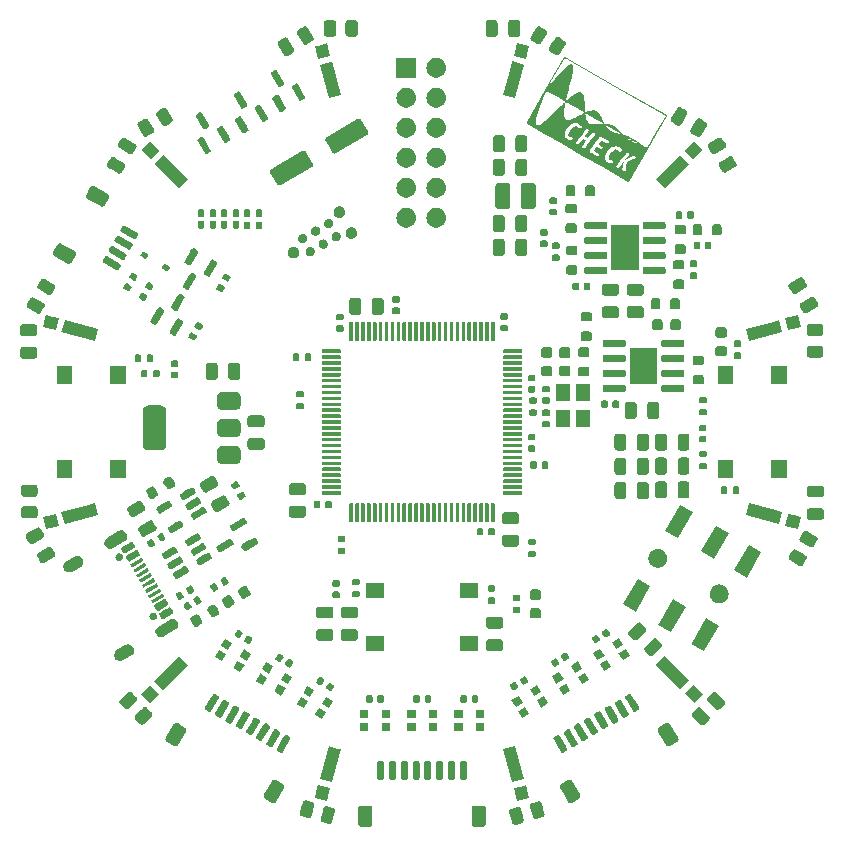
<source format=gbr>
%TF.GenerationSoftware,KiCad,Pcbnew,8.0.3*%
%TF.CreationDate,2024-11-06T16:38:13-05:00*%
%TF.ProjectId,vibecheck_mainboard,76696265-6368-4656-936b-5f6d61696e62,rev?*%
%TF.SameCoordinates,Original*%
%TF.FileFunction,Soldermask,Top*%
%TF.FilePolarity,Negative*%
%FSLAX46Y46*%
G04 Gerber Fmt 4.6, Leading zero omitted, Abs format (unit mm)*
G04 Created by KiCad (PCBNEW 8.0.3) date 2024-11-06 16:38:13*
%MOMM*%
%LPD*%
G01*
G04 APERTURE LIST*
G04 APERTURE END LIST*
G36*
X155153231Y-132475642D02*
G01*
X155205772Y-132481738D01*
X155223723Y-132489664D01*
X155245671Y-132494030D01*
X155269166Y-132509729D01*
X155290890Y-132519321D01*
X155305726Y-132534157D01*
X155326777Y-132548223D01*
X155340842Y-132569273D01*
X155355678Y-132584109D01*
X155365269Y-132605830D01*
X155380970Y-132629329D01*
X155385335Y-132651277D01*
X155393260Y-132669224D01*
X155399352Y-132721747D01*
X155400000Y-132725000D01*
X155400000Y-134025000D01*
X155399354Y-134028243D01*
X155393261Y-134080772D01*
X155385336Y-134098719D01*
X155380970Y-134120671D01*
X155365267Y-134144171D01*
X155355678Y-134165890D01*
X155340844Y-134180723D01*
X155326777Y-134201777D01*
X155305723Y-134215844D01*
X155290890Y-134230678D01*
X155269170Y-134240267D01*
X155245671Y-134255970D01*
X155223720Y-134260336D01*
X155205775Y-134268260D01*
X155153254Y-134274352D01*
X155150000Y-134275000D01*
X154450000Y-134275000D01*
X154446758Y-134274355D01*
X154394227Y-134268261D01*
X154376278Y-134260335D01*
X154354329Y-134255970D01*
X154330830Y-134240268D01*
X154309109Y-134230678D01*
X154294273Y-134215842D01*
X154273223Y-134201777D01*
X154259157Y-134180726D01*
X154244321Y-134165890D01*
X154234729Y-134144166D01*
X154219030Y-134120671D01*
X154214664Y-134098724D01*
X154206739Y-134080775D01*
X154200644Y-134028242D01*
X154200000Y-134025000D01*
X154200000Y-132725000D01*
X154200642Y-132721770D01*
X154206738Y-132669227D01*
X154214664Y-132651274D01*
X154219030Y-132629329D01*
X154234728Y-132605835D01*
X154244321Y-132584109D01*
X154259159Y-132569270D01*
X154273223Y-132548223D01*
X154294270Y-132534159D01*
X154309109Y-132519321D01*
X154330835Y-132509727D01*
X154354329Y-132494030D01*
X154376273Y-132489665D01*
X154394224Y-132481739D01*
X154446759Y-132475644D01*
X154450000Y-132475000D01*
X155150000Y-132475000D01*
X155153231Y-132475642D01*
G37*
G36*
X145553231Y-132475641D02*
G01*
X145605772Y-132481737D01*
X145623723Y-132489663D01*
X145645671Y-132494029D01*
X145669166Y-132509728D01*
X145690890Y-132519320D01*
X145705726Y-132534156D01*
X145726777Y-132548222D01*
X145740842Y-132569272D01*
X145755678Y-132584108D01*
X145765269Y-132605829D01*
X145780970Y-132629328D01*
X145785335Y-132651276D01*
X145793260Y-132669223D01*
X145799352Y-132721746D01*
X145800000Y-132724999D01*
X145800000Y-134024999D01*
X145799354Y-134028242D01*
X145793261Y-134080771D01*
X145785336Y-134098718D01*
X145780970Y-134120670D01*
X145765267Y-134144170D01*
X145755678Y-134165889D01*
X145740844Y-134180722D01*
X145726777Y-134201776D01*
X145705723Y-134215843D01*
X145690890Y-134230677D01*
X145669170Y-134240266D01*
X145645671Y-134255969D01*
X145623720Y-134260335D01*
X145605775Y-134268259D01*
X145553254Y-134274351D01*
X145550000Y-134274999D01*
X144850000Y-134274999D01*
X144846758Y-134274354D01*
X144794227Y-134268260D01*
X144776278Y-134260334D01*
X144754329Y-134255969D01*
X144730830Y-134240267D01*
X144709109Y-134230677D01*
X144694273Y-134215841D01*
X144673223Y-134201776D01*
X144659157Y-134180725D01*
X144644321Y-134165889D01*
X144634729Y-134144165D01*
X144619030Y-134120670D01*
X144614664Y-134098723D01*
X144606739Y-134080774D01*
X144600644Y-134028241D01*
X144600000Y-134024999D01*
X144600000Y-132724999D01*
X144600642Y-132721769D01*
X144606738Y-132669226D01*
X144614664Y-132651273D01*
X144619030Y-132629328D01*
X144634728Y-132605834D01*
X144644321Y-132584108D01*
X144659159Y-132569269D01*
X144673223Y-132548222D01*
X144694270Y-132534158D01*
X144709109Y-132519320D01*
X144730835Y-132509726D01*
X144754329Y-132494029D01*
X144776273Y-132489664D01*
X144794224Y-132481738D01*
X144846759Y-132475643D01*
X144850000Y-132474999D01*
X145550000Y-132474999D01*
X145553231Y-132475641D01*
G37*
G36*
X158140980Y-132587167D02*
G01*
X158163312Y-132585704D01*
X158190073Y-132594788D01*
X158213539Y-132598431D01*
X158231711Y-132608922D01*
X158255680Y-132617059D01*
X158274709Y-132633747D01*
X158292883Y-132644240D01*
X158307772Y-132662743D01*
X158329018Y-132681375D01*
X158338914Y-132701442D01*
X158351216Y-132716730D01*
X158370700Y-132765899D01*
X158372161Y-132768861D01*
X158518074Y-133313414D01*
X158573060Y-133518625D01*
X158605099Y-133638194D01*
X158605315Y-133641490D01*
X158613023Y-133693811D01*
X158610014Y-133713194D01*
X158611478Y-133735530D01*
X158602393Y-133762294D01*
X158598751Y-133785758D01*
X158588261Y-133803927D01*
X158580124Y-133827899D01*
X158563431Y-133846932D01*
X158552943Y-133865100D01*
X158534446Y-133879983D01*
X158515808Y-133901237D01*
X158495730Y-133911138D01*
X158480450Y-133923434D01*
X158431302Y-133942910D01*
X158428322Y-133944380D01*
X157921211Y-134080260D01*
X157917902Y-134080476D01*
X157865593Y-134088185D01*
X157846209Y-134085176D01*
X157823874Y-134086640D01*
X157797107Y-134077553D01*
X157773646Y-134073912D01*
X157755476Y-134063422D01*
X157731506Y-134055285D01*
X157712474Y-134038595D01*
X157694302Y-134028103D01*
X157679412Y-134009600D01*
X157658168Y-133990969D01*
X157648272Y-133970902D01*
X157635969Y-133955613D01*
X157616482Y-133906438D01*
X157615025Y-133903483D01*
X157608897Y-133880613D01*
X157382685Y-133036385D01*
X157382683Y-133036377D01*
X157382087Y-133034150D01*
X157381871Y-133030864D01*
X157374162Y-132978532D01*
X157377171Y-132959143D01*
X157375708Y-132936814D01*
X157384790Y-132910055D01*
X157388434Y-132886585D01*
X157398927Y-132868410D01*
X157407062Y-132844445D01*
X157423749Y-132825416D01*
X157434242Y-132807243D01*
X157452744Y-132792354D01*
X157471378Y-132771107D01*
X157491449Y-132761208D01*
X157506735Y-132748909D01*
X157555897Y-132729426D01*
X157558864Y-132727964D01*
X158012640Y-132606375D01*
X158063739Y-132592683D01*
X158063740Y-132592682D01*
X158065975Y-132592084D01*
X158069269Y-132591868D01*
X158121592Y-132584158D01*
X158140980Y-132587167D01*
G37*
G36*
X141955724Y-132516867D02*
G01*
X141959025Y-132517084D01*
X142466136Y-132652964D01*
X142469101Y-132654426D01*
X142518265Y-132673909D01*
X142533549Y-132686208D01*
X142553622Y-132696107D01*
X142572257Y-132717356D01*
X142590757Y-132732243D01*
X142601247Y-132750413D01*
X142617938Y-132769445D01*
X142626074Y-132793414D01*
X142636565Y-132811585D01*
X142640207Y-132835050D01*
X142649292Y-132861814D01*
X142647828Y-132884147D01*
X142650837Y-132903530D01*
X142643130Y-132955824D01*
X142642913Y-132959150D01*
X142409975Y-133828483D01*
X142408509Y-133831454D01*
X142389030Y-133880613D01*
X142376729Y-133895898D01*
X142366832Y-133915969D01*
X142345583Y-133934603D01*
X142330697Y-133953103D01*
X142312527Y-133963593D01*
X142293494Y-133980285D01*
X142269520Y-133988422D01*
X142251353Y-133998912D01*
X142227892Y-134002553D01*
X142201126Y-134011640D01*
X142178790Y-134010176D01*
X142159407Y-134013185D01*
X142107100Y-134005477D01*
X142103789Y-134005260D01*
X141596678Y-133869380D01*
X141593705Y-133867914D01*
X141544548Y-133848434D01*
X141529264Y-133836135D01*
X141509192Y-133826237D01*
X141490556Y-133804987D01*
X141472056Y-133790100D01*
X141461565Y-133771929D01*
X141444876Y-133752899D01*
X141436740Y-133728931D01*
X141426248Y-133710758D01*
X141422604Y-133687288D01*
X141413522Y-133660530D01*
X141414985Y-133638200D01*
X141411976Y-133618813D01*
X141419684Y-133566505D01*
X141419901Y-133563194D01*
X141581755Y-132959150D01*
X141652239Y-132696098D01*
X141652240Y-132696093D01*
X141652839Y-132693861D01*
X141654297Y-132690904D01*
X141673783Y-132641730D01*
X141686087Y-132626439D01*
X141695982Y-132606375D01*
X141717224Y-132587746D01*
X141732116Y-132569240D01*
X141750292Y-132558746D01*
X141769320Y-132542059D01*
X141793286Y-132533923D01*
X141811460Y-132523431D01*
X141834927Y-132519788D01*
X141861688Y-132510704D01*
X141884018Y-132512167D01*
X141903406Y-132509158D01*
X141955724Y-132516867D01*
G37*
G36*
X159903794Y-132114823D02*
G01*
X159926126Y-132113360D01*
X159952887Y-132122444D01*
X159976353Y-132126087D01*
X159994525Y-132136578D01*
X160018494Y-132144715D01*
X160037523Y-132161403D01*
X160055697Y-132171896D01*
X160070586Y-132190399D01*
X160091832Y-132209031D01*
X160101728Y-132229098D01*
X160114030Y-132244386D01*
X160133514Y-132293555D01*
X160134975Y-132296517D01*
X160367913Y-133165850D01*
X160368129Y-133169146D01*
X160375837Y-133221467D01*
X160372828Y-133240850D01*
X160374292Y-133263186D01*
X160365207Y-133289950D01*
X160361565Y-133313414D01*
X160351075Y-133331583D01*
X160342938Y-133355555D01*
X160326245Y-133374588D01*
X160315757Y-133392756D01*
X160297260Y-133407639D01*
X160278622Y-133428893D01*
X160258544Y-133438794D01*
X160243264Y-133451090D01*
X160194116Y-133470566D01*
X160191136Y-133472036D01*
X159684025Y-133607916D01*
X159680716Y-133608132D01*
X159628407Y-133615841D01*
X159609023Y-133612832D01*
X159586688Y-133614296D01*
X159559921Y-133605209D01*
X159536460Y-133601568D01*
X159518290Y-133591078D01*
X159494320Y-133582941D01*
X159475288Y-133566251D01*
X159457116Y-133555759D01*
X159442226Y-133537256D01*
X159420982Y-133518625D01*
X159411086Y-133498558D01*
X159398783Y-133483269D01*
X159379296Y-133434094D01*
X159377839Y-133431139D01*
X159371711Y-133408269D01*
X159145499Y-132564041D01*
X159145497Y-132564033D01*
X159144901Y-132561806D01*
X159144685Y-132558520D01*
X159136976Y-132506188D01*
X159139985Y-132486799D01*
X159138522Y-132464470D01*
X159147604Y-132437711D01*
X159151248Y-132414241D01*
X159161741Y-132396066D01*
X159169876Y-132372101D01*
X159186563Y-132353072D01*
X159197056Y-132334899D01*
X159215558Y-132320010D01*
X159234192Y-132298763D01*
X159254263Y-132288864D01*
X159269549Y-132276565D01*
X159318711Y-132257082D01*
X159321678Y-132255620D01*
X159775454Y-132134031D01*
X159826553Y-132120339D01*
X159826554Y-132120338D01*
X159828789Y-132119740D01*
X159832083Y-132119524D01*
X159884406Y-132111814D01*
X159903794Y-132114823D01*
G37*
G36*
X140192910Y-132044523D02*
G01*
X140196211Y-132044740D01*
X140703322Y-132180620D01*
X140706287Y-132182082D01*
X140755451Y-132201565D01*
X140770735Y-132213864D01*
X140790808Y-132223763D01*
X140809443Y-132245012D01*
X140827943Y-132259899D01*
X140838433Y-132278069D01*
X140855124Y-132297101D01*
X140863260Y-132321070D01*
X140873751Y-132339241D01*
X140877393Y-132362706D01*
X140886478Y-132389470D01*
X140885014Y-132411803D01*
X140888023Y-132431186D01*
X140880316Y-132483480D01*
X140880099Y-132486806D01*
X140647161Y-133356139D01*
X140645695Y-133359110D01*
X140626216Y-133408269D01*
X140613915Y-133423554D01*
X140604018Y-133443625D01*
X140582769Y-133462259D01*
X140567883Y-133480759D01*
X140549713Y-133491249D01*
X140530680Y-133507941D01*
X140506706Y-133516078D01*
X140488539Y-133526568D01*
X140465078Y-133530209D01*
X140438312Y-133539296D01*
X140415976Y-133537832D01*
X140396593Y-133540841D01*
X140344286Y-133533133D01*
X140340975Y-133532916D01*
X139833864Y-133397036D01*
X139830891Y-133395570D01*
X139781734Y-133376090D01*
X139766450Y-133363791D01*
X139746378Y-133353893D01*
X139727742Y-133332643D01*
X139709242Y-133317756D01*
X139698751Y-133299585D01*
X139682062Y-133280555D01*
X139673926Y-133256587D01*
X139663434Y-133238414D01*
X139659790Y-133214944D01*
X139650708Y-133188186D01*
X139652171Y-133165856D01*
X139649162Y-133146469D01*
X139656870Y-133094161D01*
X139657087Y-133090850D01*
X139792869Y-132584108D01*
X139889425Y-132223754D01*
X139889426Y-132223749D01*
X139890025Y-132221517D01*
X139891483Y-132218560D01*
X139910969Y-132169386D01*
X139923273Y-132154095D01*
X139933168Y-132134031D01*
X139954410Y-132115402D01*
X139969302Y-132096896D01*
X139987478Y-132086402D01*
X140006506Y-132069715D01*
X140030472Y-132061579D01*
X140048646Y-132051087D01*
X140072113Y-132047444D01*
X140098874Y-132038360D01*
X140121204Y-132039823D01*
X140140592Y-132036814D01*
X140192910Y-132044523D01*
G37*
G36*
X137495747Y-130289868D02*
G01*
X137523945Y-130288020D01*
X137545131Y-130295212D01*
X137564640Y-130297323D01*
X137613179Y-130318311D01*
X137616313Y-130319375D01*
X138222531Y-130669375D01*
X138225019Y-130671557D01*
X138267465Y-130703099D01*
X138279048Y-130718940D01*
X138295869Y-130733691D01*
X138308365Y-130759030D01*
X138322386Y-130778204D01*
X138327817Y-130798474D01*
X138339013Y-130821177D01*
X138340668Y-130846438D01*
X138346098Y-130866702D01*
X138343543Y-130890308D01*
X138345392Y-130918513D01*
X138338198Y-130939703D01*
X138336088Y-130959209D01*
X138315104Y-131007737D01*
X138314037Y-131010881D01*
X137664037Y-132136715D01*
X137661847Y-132139211D01*
X137630312Y-132181648D01*
X137614475Y-132193228D01*
X137599721Y-132210053D01*
X137574375Y-132222551D01*
X137555206Y-132236570D01*
X137534937Y-132242000D01*
X137512236Y-132253196D01*
X137486975Y-132254851D01*
X137466709Y-132260282D01*
X137443101Y-132257727D01*
X137414899Y-132259576D01*
X137393708Y-132252382D01*
X137374203Y-132250272D01*
X137325670Y-132229286D01*
X137322531Y-132228221D01*
X136716313Y-131878221D01*
X136713822Y-131876036D01*
X136671378Y-131844496D01*
X136659794Y-131828655D01*
X136642975Y-131813905D01*
X136630479Y-131788566D01*
X136616457Y-131769391D01*
X136611025Y-131749118D01*
X136599831Y-131726419D01*
X136598175Y-131701161D01*
X136592745Y-131680893D01*
X136595299Y-131657281D01*
X136593452Y-131629083D01*
X136600643Y-131607896D01*
X136602755Y-131588386D01*
X136623745Y-131539842D01*
X136624807Y-131536715D01*
X136923688Y-131019038D01*
X137273648Y-130412888D01*
X137273650Y-130412885D01*
X137274807Y-130410881D01*
X137276985Y-130408397D01*
X137308531Y-130365947D01*
X137324372Y-130354362D01*
X137339123Y-130337543D01*
X137364461Y-130325047D01*
X137383637Y-130311025D01*
X137403911Y-130305592D01*
X137426608Y-130294400D01*
X137451861Y-130292744D01*
X137472134Y-130287313D01*
X137495747Y-130289868D01*
G37*
G36*
X162548136Y-130292744D02*
G01*
X162573392Y-130294400D01*
X162596089Y-130305593D01*
X162616362Y-130311025D01*
X162635535Y-130325046D01*
X162660877Y-130337543D01*
X162675629Y-130354364D01*
X162691468Y-130365947D01*
X162723009Y-130408391D01*
X162725193Y-130410881D01*
X163375193Y-131536715D01*
X163376251Y-131539834D01*
X163397243Y-131588384D01*
X163399353Y-131607889D01*
X163406548Y-131629083D01*
X163404699Y-131657288D01*
X163407254Y-131680893D01*
X163401824Y-131701156D01*
X163400169Y-131726419D01*
X163388972Y-131749122D01*
X163383542Y-131769391D01*
X163369522Y-131788562D01*
X163357025Y-131813905D01*
X163340202Y-131828657D01*
X163328621Y-131844496D01*
X163286181Y-131876033D01*
X163283687Y-131878221D01*
X162677469Y-132228221D01*
X162674344Y-132229281D01*
X162625798Y-132250271D01*
X162606294Y-132252381D01*
X162585101Y-132259576D01*
X162556896Y-132257727D01*
X162533290Y-132260282D01*
X162513022Y-132254851D01*
X162487764Y-132253196D01*
X162465063Y-132242001D01*
X162444793Y-132236570D01*
X162425621Y-132222550D01*
X162400279Y-132210053D01*
X162385525Y-132193230D01*
X162369687Y-132181648D01*
X162338144Y-132139202D01*
X162335963Y-132136715D01*
X161988394Y-131534707D01*
X161687117Y-131012881D01*
X161687114Y-131012876D01*
X161685963Y-131010881D01*
X161684906Y-131007767D01*
X161663912Y-130959211D01*
X161661800Y-130939702D01*
X161654608Y-130918513D01*
X161656456Y-130890313D01*
X161653901Y-130866702D01*
X161659331Y-130846433D01*
X161660987Y-130821177D01*
X161672180Y-130798479D01*
X161677613Y-130778204D01*
X161691636Y-130759026D01*
X161704131Y-130733691D01*
X161720948Y-130718942D01*
X161732534Y-130703099D01*
X161774987Y-130671551D01*
X161777469Y-130669375D01*
X161783929Y-130665644D01*
X162381686Y-130320529D01*
X162381694Y-130320525D01*
X162383687Y-130319375D01*
X162386796Y-130318319D01*
X162435357Y-130297324D01*
X162454865Y-130295212D01*
X162476055Y-130288020D01*
X162504252Y-130289868D01*
X162527865Y-130287313D01*
X162548136Y-130292744D01*
G37*
G36*
X142227837Y-131015236D02*
G01*
X141943136Y-132077754D01*
X140938573Y-131808582D01*
X141150130Y-131019041D01*
X141222253Y-130749872D01*
X141222254Y-130749869D01*
X141223274Y-130746064D01*
X142227837Y-131015236D01*
G37*
G36*
X159061427Y-131808582D02*
G01*
X158056864Y-132077754D01*
X157772163Y-131015236D01*
X158326499Y-130866702D01*
X158772922Y-130747083D01*
X158772923Y-130747082D01*
X158776726Y-130746064D01*
X159061427Y-131808582D01*
G37*
G36*
X142904665Y-127645592D02*
G01*
X143111777Y-127701088D01*
X143111778Y-127701088D01*
X143115586Y-127702109D01*
X142359835Y-130522613D01*
X141355272Y-130253441D01*
X141950463Y-128032154D01*
X142110002Y-127436746D01*
X142110002Y-127436744D01*
X142111023Y-127432937D01*
X142904665Y-127645592D01*
G37*
G36*
X158644728Y-130253441D02*
G01*
X157640165Y-130522613D01*
X156884414Y-127702109D01*
X157532902Y-127528347D01*
X157885173Y-127433956D01*
X157885174Y-127433955D01*
X157888977Y-127432937D01*
X158644728Y-130253441D01*
G37*
G36*
X153707403Y-128736419D02*
G01*
X153756066Y-128768935D01*
X153788582Y-128817598D01*
X153800000Y-128875001D01*
X153800000Y-130125001D01*
X153788582Y-130182404D01*
X153756066Y-130231067D01*
X153707403Y-130263583D01*
X153650000Y-130275001D01*
X153350000Y-130275001D01*
X153292597Y-130263583D01*
X153243934Y-130231067D01*
X153211418Y-130182404D01*
X153200000Y-130125001D01*
X153200000Y-128875001D01*
X153211418Y-128817598D01*
X153243934Y-128768935D01*
X153292597Y-128736419D01*
X153350000Y-128725001D01*
X153650000Y-128725001D01*
X153707403Y-128736419D01*
G37*
G36*
X146707404Y-128736418D02*
G01*
X146756067Y-128768934D01*
X146788583Y-128817597D01*
X146800001Y-128875000D01*
X146800001Y-130125000D01*
X146788583Y-130182403D01*
X146756067Y-130231066D01*
X146707404Y-130263582D01*
X146650001Y-130275000D01*
X146350001Y-130275000D01*
X146292598Y-130263582D01*
X146243935Y-130231066D01*
X146211419Y-130182403D01*
X146200001Y-130125000D01*
X146200001Y-128875000D01*
X146211419Y-128817597D01*
X146243935Y-128768934D01*
X146292598Y-128736418D01*
X146350001Y-128725000D01*
X146650001Y-128725000D01*
X146707404Y-128736418D01*
G37*
G36*
X147707403Y-128736418D02*
G01*
X147756066Y-128768934D01*
X147788582Y-128817597D01*
X147800000Y-128875000D01*
X147800000Y-130125000D01*
X147788582Y-130182403D01*
X147756066Y-130231066D01*
X147707403Y-130263582D01*
X147650000Y-130275000D01*
X147350000Y-130275000D01*
X147292597Y-130263582D01*
X147243934Y-130231066D01*
X147211418Y-130182403D01*
X147200000Y-130125000D01*
X147200000Y-128875000D01*
X147211418Y-128817597D01*
X147243934Y-128768934D01*
X147292597Y-128736418D01*
X147350000Y-128725000D01*
X147650000Y-128725000D01*
X147707403Y-128736418D01*
G37*
G36*
X148707403Y-128736418D02*
G01*
X148756066Y-128768934D01*
X148788582Y-128817597D01*
X148800000Y-128875000D01*
X148800000Y-130125000D01*
X148788582Y-130182403D01*
X148756066Y-130231066D01*
X148707403Y-130263582D01*
X148650000Y-130275000D01*
X148350000Y-130275000D01*
X148292597Y-130263582D01*
X148243934Y-130231066D01*
X148211418Y-130182403D01*
X148200000Y-130125000D01*
X148200000Y-128875000D01*
X148211418Y-128817597D01*
X148243934Y-128768934D01*
X148292597Y-128736418D01*
X148350000Y-128725000D01*
X148650000Y-128725000D01*
X148707403Y-128736418D01*
G37*
G36*
X149707403Y-128736418D02*
G01*
X149756066Y-128768934D01*
X149788582Y-128817597D01*
X149800000Y-128875000D01*
X149800000Y-130125000D01*
X149788582Y-130182403D01*
X149756066Y-130231066D01*
X149707403Y-130263582D01*
X149650000Y-130275000D01*
X149350000Y-130275000D01*
X149292597Y-130263582D01*
X149243934Y-130231066D01*
X149211418Y-130182403D01*
X149200000Y-130125000D01*
X149200000Y-128875000D01*
X149211418Y-128817597D01*
X149243934Y-128768934D01*
X149292597Y-128736418D01*
X149350000Y-128725000D01*
X149650000Y-128725000D01*
X149707403Y-128736418D01*
G37*
G36*
X150707403Y-128736418D02*
G01*
X150756066Y-128768934D01*
X150788582Y-128817597D01*
X150800000Y-128875000D01*
X150800000Y-130125000D01*
X150788582Y-130182403D01*
X150756066Y-130231066D01*
X150707403Y-130263582D01*
X150650000Y-130275000D01*
X150350000Y-130275000D01*
X150292597Y-130263582D01*
X150243934Y-130231066D01*
X150211418Y-130182403D01*
X150200000Y-130125000D01*
X150200000Y-128875000D01*
X150211418Y-128817597D01*
X150243934Y-128768934D01*
X150292597Y-128736418D01*
X150350000Y-128725000D01*
X150650000Y-128725000D01*
X150707403Y-128736418D01*
G37*
G36*
X151707404Y-128736418D02*
G01*
X151756067Y-128768934D01*
X151788583Y-128817597D01*
X151800001Y-128875000D01*
X151800001Y-130125000D01*
X151788583Y-130182403D01*
X151756067Y-130231066D01*
X151707404Y-130263582D01*
X151650001Y-130275000D01*
X151350001Y-130275000D01*
X151292598Y-130263582D01*
X151243935Y-130231066D01*
X151211419Y-130182403D01*
X151200001Y-130125000D01*
X151200001Y-128875000D01*
X151211419Y-128817597D01*
X151243935Y-128768934D01*
X151292598Y-128736418D01*
X151350001Y-128725000D01*
X151650001Y-128725000D01*
X151707404Y-128736418D01*
G37*
G36*
X152707402Y-128736418D02*
G01*
X152756065Y-128768934D01*
X152788581Y-128817597D01*
X152799999Y-128875000D01*
X152799999Y-130125000D01*
X152788581Y-130182403D01*
X152756065Y-130231066D01*
X152707402Y-130263582D01*
X152649999Y-130275000D01*
X152349999Y-130275000D01*
X152292596Y-130263582D01*
X152243933Y-130231066D01*
X152211417Y-130182403D01*
X152199999Y-130125000D01*
X152199999Y-128875000D01*
X152211417Y-128817597D01*
X152243933Y-128768934D01*
X152292596Y-128736418D01*
X152349999Y-128725000D01*
X152649999Y-128725000D01*
X152707402Y-128736418D01*
G37*
G36*
X138538685Y-126521779D02*
G01*
X138798493Y-126671779D01*
X138842496Y-126710369D01*
X138868382Y-126762860D01*
X138872210Y-126821262D01*
X138853397Y-126876683D01*
X138228397Y-127959215D01*
X138189807Y-128003218D01*
X138137316Y-128029104D01*
X138078914Y-128032932D01*
X138023493Y-128014119D01*
X137763685Y-127864119D01*
X137719682Y-127825529D01*
X137693796Y-127773038D01*
X137689968Y-127714636D01*
X137708781Y-127659215D01*
X138166692Y-126866089D01*
X138331810Y-126580096D01*
X138331811Y-126580094D01*
X138333781Y-126576683D01*
X138372371Y-126532680D01*
X138424862Y-126506794D01*
X138483264Y-126502966D01*
X138538685Y-126521779D01*
G37*
G36*
X161575138Y-126506794D02*
G01*
X161627629Y-126532680D01*
X161666219Y-126576683D01*
X162160577Y-127432937D01*
X162218309Y-127532932D01*
X162291219Y-127659215D01*
X162310032Y-127714636D01*
X162306204Y-127773038D01*
X162280318Y-127825529D01*
X162236315Y-127864119D01*
X161976507Y-128014119D01*
X161921086Y-128032932D01*
X161862684Y-128029104D01*
X161810193Y-128003218D01*
X161771603Y-127959215D01*
X161309723Y-127159215D01*
X161148571Y-126880093D01*
X161148569Y-126880089D01*
X161146603Y-126876683D01*
X161127790Y-126821262D01*
X161131618Y-126762860D01*
X161157504Y-126710369D01*
X161201507Y-126671779D01*
X161307704Y-126610465D01*
X161457904Y-126523747D01*
X161457909Y-126523745D01*
X161461315Y-126521779D01*
X161516736Y-126502966D01*
X161575138Y-126506794D01*
G37*
G36*
X137672660Y-126021779D02*
G01*
X137932468Y-126171779D01*
X137976471Y-126210369D01*
X138002357Y-126262860D01*
X138006185Y-126321262D01*
X137987372Y-126376683D01*
X137362372Y-127459215D01*
X137323782Y-127503218D01*
X137271291Y-127529104D01*
X137212889Y-127532932D01*
X137157468Y-127514119D01*
X136897660Y-127364119D01*
X136853657Y-127325529D01*
X136827771Y-127273038D01*
X136823943Y-127214636D01*
X136842756Y-127159215D01*
X137300667Y-126366089D01*
X137465785Y-126080096D01*
X137465786Y-126080094D01*
X137467756Y-126076683D01*
X137506346Y-126032680D01*
X137558837Y-126006794D01*
X137617239Y-126002966D01*
X137672660Y-126021779D01*
G37*
G36*
X162441163Y-126006794D02*
G01*
X162493654Y-126032680D01*
X162532244Y-126076683D01*
X162996555Y-126880893D01*
X163084334Y-127032932D01*
X163157244Y-127159215D01*
X163176057Y-127214636D01*
X163172229Y-127273038D01*
X163146343Y-127325529D01*
X163102340Y-127364119D01*
X162842532Y-127514119D01*
X162787111Y-127532932D01*
X162728709Y-127529104D01*
X162676218Y-127503218D01*
X162637628Y-127459215D01*
X162175748Y-126659215D01*
X162014596Y-126380093D01*
X162014594Y-126380089D01*
X162012628Y-126376683D01*
X161993815Y-126321262D01*
X161997643Y-126262860D01*
X162023529Y-126210369D01*
X162067532Y-126171779D01*
X162173729Y-126110465D01*
X162323929Y-126023747D01*
X162323934Y-126023745D01*
X162327340Y-126021779D01*
X162382761Y-126002966D01*
X162441163Y-126006794D01*
G37*
G36*
X129181903Y-125489868D02*
G01*
X129210101Y-125488020D01*
X129231287Y-125495212D01*
X129250796Y-125497323D01*
X129299335Y-125518311D01*
X129302469Y-125519375D01*
X129908687Y-125869375D01*
X129911175Y-125871557D01*
X129953621Y-125903099D01*
X129965204Y-125918940D01*
X129982025Y-125933691D01*
X129994521Y-125959030D01*
X130008542Y-125978204D01*
X130013973Y-125998474D01*
X130025169Y-126021177D01*
X130026824Y-126046438D01*
X130032254Y-126066702D01*
X130029699Y-126090308D01*
X130031548Y-126118513D01*
X130024354Y-126139703D01*
X130022244Y-126159209D01*
X130001260Y-126207737D01*
X130000193Y-126210881D01*
X129350193Y-127336715D01*
X129348003Y-127339211D01*
X129316468Y-127381648D01*
X129300631Y-127393228D01*
X129285877Y-127410053D01*
X129260531Y-127422551D01*
X129241362Y-127436570D01*
X129221093Y-127442000D01*
X129198392Y-127453196D01*
X129173131Y-127454851D01*
X129152865Y-127460282D01*
X129129257Y-127457727D01*
X129101055Y-127459576D01*
X129079864Y-127452382D01*
X129060359Y-127450272D01*
X129011826Y-127429286D01*
X129008687Y-127428221D01*
X128402469Y-127078221D01*
X128399978Y-127076036D01*
X128357534Y-127044496D01*
X128345950Y-127028655D01*
X128329131Y-127013905D01*
X128316635Y-126988566D01*
X128302613Y-126969391D01*
X128297181Y-126949118D01*
X128285987Y-126926419D01*
X128284331Y-126901161D01*
X128278901Y-126880893D01*
X128281455Y-126857281D01*
X128279608Y-126829083D01*
X128286799Y-126807896D01*
X128288911Y-126788386D01*
X128309901Y-126739842D01*
X128310963Y-126736715D01*
X128348454Y-126671779D01*
X128959804Y-125612888D01*
X128959806Y-125612885D01*
X128960963Y-125610881D01*
X128963141Y-125608397D01*
X128994687Y-125565947D01*
X129010528Y-125554362D01*
X129025279Y-125537543D01*
X129050617Y-125525047D01*
X129069793Y-125511025D01*
X129090067Y-125505592D01*
X129112764Y-125494400D01*
X129138017Y-125492744D01*
X129158290Y-125487313D01*
X129181903Y-125489868D01*
G37*
G36*
X170861980Y-125492744D02*
G01*
X170887236Y-125494400D01*
X170909933Y-125505593D01*
X170930206Y-125511025D01*
X170949379Y-125525046D01*
X170974721Y-125537543D01*
X170989473Y-125554364D01*
X171005312Y-125565947D01*
X171036853Y-125608391D01*
X171039037Y-125610881D01*
X171483141Y-126380093D01*
X171650409Y-126669810D01*
X171689037Y-126736715D01*
X171690095Y-126739834D01*
X171711087Y-126788384D01*
X171713197Y-126807889D01*
X171720392Y-126829083D01*
X171718543Y-126857288D01*
X171721098Y-126880893D01*
X171715668Y-126901156D01*
X171714013Y-126926419D01*
X171702816Y-126949122D01*
X171697386Y-126969391D01*
X171683366Y-126988562D01*
X171670869Y-127013905D01*
X171654046Y-127028657D01*
X171642465Y-127044496D01*
X171600025Y-127076033D01*
X171597531Y-127078221D01*
X170991313Y-127428221D01*
X170988188Y-127429281D01*
X170939642Y-127450271D01*
X170920138Y-127452381D01*
X170898945Y-127459576D01*
X170870740Y-127457727D01*
X170847134Y-127460282D01*
X170826866Y-127454851D01*
X170801608Y-127453196D01*
X170778907Y-127442001D01*
X170758637Y-127436570D01*
X170739465Y-127422550D01*
X170714123Y-127410053D01*
X170699369Y-127393230D01*
X170683531Y-127381648D01*
X170651988Y-127339202D01*
X170649807Y-127336715D01*
X170265906Y-126671779D01*
X170000961Y-126212881D01*
X170000958Y-126212876D01*
X169999807Y-126210881D01*
X169998750Y-126207767D01*
X169977756Y-126159211D01*
X169975644Y-126139702D01*
X169968452Y-126118513D01*
X169970300Y-126090313D01*
X169967745Y-126066702D01*
X169973175Y-126046433D01*
X169974831Y-126021177D01*
X169986024Y-125998479D01*
X169991457Y-125978204D01*
X170005480Y-125959026D01*
X170017975Y-125933691D01*
X170034792Y-125918942D01*
X170046378Y-125903099D01*
X170088831Y-125871551D01*
X170091313Y-125869375D01*
X170100417Y-125864119D01*
X170695530Y-125520529D01*
X170695538Y-125520525D01*
X170697531Y-125519375D01*
X170700640Y-125518319D01*
X170749201Y-125497324D01*
X170768709Y-125495212D01*
X170789899Y-125488020D01*
X170818096Y-125489868D01*
X170841709Y-125487313D01*
X170861980Y-125492744D01*
G37*
G36*
X136806634Y-125521779D02*
G01*
X137066442Y-125671779D01*
X137110445Y-125710369D01*
X137136331Y-125762860D01*
X137140159Y-125821262D01*
X137121346Y-125876683D01*
X136496346Y-126959215D01*
X136457756Y-127003218D01*
X136405265Y-127029104D01*
X136346863Y-127032932D01*
X136291442Y-127014119D01*
X136031634Y-126864119D01*
X135987631Y-126825529D01*
X135961745Y-126773038D01*
X135957917Y-126714636D01*
X135976730Y-126659215D01*
X136434641Y-125866089D01*
X136599759Y-125580096D01*
X136599760Y-125580094D01*
X136601730Y-125576683D01*
X136640320Y-125532680D01*
X136692811Y-125506794D01*
X136751213Y-125502966D01*
X136806634Y-125521779D01*
G37*
G36*
X163307189Y-125506794D02*
G01*
X163359680Y-125532680D01*
X163398270Y-125576683D01*
X163905829Y-126455801D01*
X163950360Y-126532932D01*
X164023270Y-126659215D01*
X164042083Y-126714636D01*
X164038255Y-126773038D01*
X164012369Y-126825529D01*
X163968366Y-126864119D01*
X163708558Y-127014119D01*
X163653137Y-127032932D01*
X163594735Y-127029104D01*
X163542244Y-127003218D01*
X163503654Y-126959215D01*
X163041774Y-126159215D01*
X162880622Y-125880093D01*
X162880620Y-125880089D01*
X162878654Y-125876683D01*
X162859841Y-125821262D01*
X162863669Y-125762860D01*
X162889555Y-125710369D01*
X162933558Y-125671779D01*
X163049190Y-125605019D01*
X163189955Y-125523747D01*
X163189960Y-125523745D01*
X163193366Y-125521779D01*
X163248787Y-125502966D01*
X163307189Y-125506794D01*
G37*
G36*
X135940609Y-125021779D02*
G01*
X136200417Y-125171779D01*
X136244420Y-125210369D01*
X136270306Y-125262860D01*
X136274134Y-125321262D01*
X136255321Y-125376683D01*
X135630321Y-126459215D01*
X135591731Y-126503218D01*
X135539240Y-126529104D01*
X135480838Y-126532932D01*
X135425417Y-126514119D01*
X135165609Y-126364119D01*
X135121606Y-126325529D01*
X135095720Y-126273038D01*
X135091892Y-126214636D01*
X135110705Y-126159215D01*
X135568616Y-125366089D01*
X135733734Y-125080096D01*
X135733735Y-125080094D01*
X135735705Y-125076683D01*
X135774295Y-125032680D01*
X135826786Y-125006794D01*
X135885188Y-125002966D01*
X135940609Y-125021779D01*
G37*
G36*
X164173214Y-125006794D02*
G01*
X164225705Y-125032680D01*
X164264295Y-125076683D01*
X164741426Y-125903099D01*
X164816385Y-126032932D01*
X164889295Y-126159215D01*
X164908108Y-126214636D01*
X164904280Y-126273038D01*
X164878394Y-126325529D01*
X164834391Y-126364119D01*
X164574583Y-126514119D01*
X164519162Y-126532932D01*
X164460760Y-126529104D01*
X164408269Y-126503218D01*
X164369679Y-126459215D01*
X163907703Y-125659049D01*
X163746647Y-125380093D01*
X163746645Y-125380089D01*
X163744679Y-125376683D01*
X163725866Y-125321262D01*
X163729694Y-125262860D01*
X163755580Y-125210369D01*
X163799583Y-125171779D01*
X163926527Y-125098488D01*
X164055980Y-125023747D01*
X164055985Y-125023745D01*
X164059391Y-125021779D01*
X164114812Y-125002966D01*
X164173214Y-125006794D01*
G37*
G36*
X145452500Y-126150000D02*
G01*
X144752500Y-126150000D01*
X144752500Y-125450000D01*
X145452500Y-125450000D01*
X145452500Y-126150000D01*
G37*
G36*
X147282500Y-126150000D02*
G01*
X146582500Y-126150000D01*
X146582500Y-125450000D01*
X147282500Y-125450000D01*
X147282500Y-126150000D01*
G37*
G36*
X149452500Y-126150000D02*
G01*
X148752500Y-126150000D01*
X148752500Y-125450000D01*
X149452500Y-125450000D01*
X149452500Y-126150000D01*
G37*
G36*
X151282500Y-126150000D02*
G01*
X150582500Y-126150000D01*
X150582500Y-125450000D01*
X151282500Y-125450000D01*
X151282500Y-126150000D01*
G37*
G36*
X153452500Y-126150000D02*
G01*
X152752500Y-126150000D01*
X152752500Y-125450000D01*
X153452500Y-125450000D01*
X153452500Y-126150000D01*
G37*
G36*
X155282500Y-126150000D02*
G01*
X154582500Y-126150000D01*
X154582500Y-125450000D01*
X155282500Y-125450000D01*
X155282500Y-126150000D01*
G37*
G36*
X135074583Y-124521779D02*
G01*
X135334391Y-124671779D01*
X135378394Y-124710369D01*
X135404280Y-124762860D01*
X135408108Y-124821262D01*
X135389295Y-124876683D01*
X134764295Y-125959215D01*
X134725705Y-126003218D01*
X134673214Y-126029104D01*
X134614812Y-126032932D01*
X134559391Y-126014119D01*
X134299583Y-125864119D01*
X134255580Y-125825529D01*
X134229694Y-125773038D01*
X134225866Y-125714636D01*
X134244679Y-125659215D01*
X134674681Y-124914429D01*
X134867708Y-124580096D01*
X134867709Y-124580094D01*
X134869679Y-124576683D01*
X134908269Y-124532680D01*
X134960760Y-124506794D01*
X135019162Y-124502966D01*
X135074583Y-124521779D01*
G37*
G36*
X165039240Y-124506794D02*
G01*
X165091731Y-124532680D01*
X165130321Y-124576683D01*
X165634531Y-125450000D01*
X165732166Y-125619110D01*
X165755321Y-125659215D01*
X165774134Y-125714636D01*
X165770306Y-125773038D01*
X165744420Y-125825529D01*
X165700417Y-125864119D01*
X165440609Y-126014119D01*
X165385188Y-126032932D01*
X165326786Y-126029104D01*
X165274295Y-126003218D01*
X165235705Y-125959215D01*
X164773417Y-125158509D01*
X164612673Y-124880093D01*
X164612671Y-124880089D01*
X164610705Y-124876683D01*
X164591892Y-124821262D01*
X164595720Y-124762860D01*
X164621606Y-124710369D01*
X164665609Y-124671779D01*
X164799909Y-124594241D01*
X164922006Y-124523747D01*
X164922011Y-124523745D01*
X164925417Y-124521779D01*
X164980838Y-124502966D01*
X165039240Y-124506794D01*
G37*
G36*
X173507012Y-124156360D02*
G01*
X173527992Y-124156360D01*
X173550132Y-124164937D01*
X173577853Y-124170451D01*
X173596460Y-124182884D01*
X173614756Y-124189972D01*
X173656210Y-124222808D01*
X173658959Y-124224645D01*
X174295355Y-124861041D01*
X174297184Y-124863778D01*
X174330027Y-124905243D01*
X174337114Y-124923537D01*
X174349549Y-124942147D01*
X174355062Y-124969867D01*
X174363640Y-124992007D01*
X174363640Y-125012987D01*
X174368579Y-125037818D01*
X174363640Y-125062647D01*
X174363640Y-125083627D01*
X174355063Y-125105765D01*
X174349549Y-125133488D01*
X174337113Y-125152098D01*
X174330027Y-125170391D01*
X174297197Y-125211836D01*
X174295355Y-125214594D01*
X173924124Y-125585825D01*
X173921379Y-125587658D01*
X173879921Y-125620497D01*
X173861628Y-125627583D01*
X173843018Y-125640019D01*
X173815295Y-125645533D01*
X173793157Y-125654110D01*
X173772178Y-125654110D01*
X173747348Y-125659049D01*
X173722518Y-125654110D01*
X173701538Y-125654110D01*
X173679398Y-125645533D01*
X173651677Y-125640019D01*
X173633067Y-125627584D01*
X173614773Y-125620497D01*
X173573321Y-125587662D01*
X173570571Y-125585825D01*
X172934175Y-124949429D01*
X172932346Y-124946693D01*
X172899502Y-124905226D01*
X172892414Y-124886930D01*
X172879981Y-124868323D01*
X172874467Y-124840602D01*
X172865890Y-124818462D01*
X172865890Y-124797482D01*
X172860951Y-124772652D01*
X172865890Y-124747822D01*
X172865890Y-124726842D01*
X172874467Y-124704700D01*
X172879981Y-124676982D01*
X172892413Y-124658375D01*
X172899502Y-124640078D01*
X172932342Y-124598618D01*
X172934175Y-124595876D01*
X173027455Y-124502596D01*
X173303770Y-124226279D01*
X173303779Y-124226271D01*
X173305406Y-124224645D01*
X173308135Y-124222821D01*
X173349608Y-124189972D01*
X173367905Y-124182883D01*
X173386512Y-124170451D01*
X173414232Y-124164937D01*
X173436373Y-124156360D01*
X173457352Y-124156360D01*
X173482182Y-124151421D01*
X173507012Y-124156360D01*
G37*
G36*
X126577647Y-124121360D02*
G01*
X126598626Y-124121360D01*
X126620765Y-124129936D01*
X126648487Y-124135451D01*
X126667094Y-124147884D01*
X126685390Y-124154972D01*
X126726843Y-124187808D01*
X126729593Y-124189645D01*
X126833668Y-124293720D01*
X127099189Y-124559240D01*
X127099192Y-124559244D01*
X127100824Y-124560876D01*
X127102653Y-124563613D01*
X127135496Y-124605078D01*
X127142583Y-124623372D01*
X127155018Y-124641982D01*
X127160531Y-124669702D01*
X127169109Y-124691842D01*
X127169109Y-124712822D01*
X127174048Y-124737652D01*
X127169109Y-124762482D01*
X127169109Y-124783462D01*
X127160532Y-124805600D01*
X127155018Y-124833323D01*
X127142582Y-124851933D01*
X127135496Y-124870226D01*
X127102666Y-124911672D01*
X127100824Y-124914429D01*
X126464428Y-125550825D01*
X126461684Y-125552658D01*
X126420225Y-125585497D01*
X126401932Y-125592583D01*
X126383322Y-125605019D01*
X126355599Y-125610533D01*
X126333461Y-125619110D01*
X126312481Y-125619110D01*
X126287651Y-125624049D01*
X126262821Y-125619110D01*
X126241842Y-125619110D01*
X126219702Y-125610533D01*
X126191981Y-125605019D01*
X126173371Y-125592584D01*
X126155077Y-125585497D01*
X126113625Y-125552663D01*
X126110875Y-125550825D01*
X125881208Y-125321158D01*
X125741278Y-125181229D01*
X125741274Y-125181224D01*
X125739644Y-125179594D01*
X125737815Y-125176857D01*
X125704971Y-125135391D01*
X125697883Y-125117095D01*
X125685450Y-125098488D01*
X125679935Y-125070766D01*
X125671359Y-125048627D01*
X125671359Y-125027647D01*
X125666420Y-125002818D01*
X125671359Y-124977987D01*
X125671359Y-124957007D01*
X125679936Y-124934865D01*
X125685450Y-124907147D01*
X125697882Y-124888540D01*
X125704971Y-124870243D01*
X125737811Y-124828783D01*
X125739644Y-124826041D01*
X126215685Y-124350000D01*
X126374409Y-124191275D01*
X126374413Y-124191271D01*
X126376040Y-124189645D01*
X126378769Y-124187821D01*
X126420242Y-124154972D01*
X126438539Y-124147883D01*
X126457146Y-124135451D01*
X126484866Y-124129937D01*
X126507007Y-124121360D01*
X126527987Y-124121360D01*
X126552817Y-124116421D01*
X126577647Y-124121360D01*
G37*
G36*
X134208558Y-124021779D02*
G01*
X134468366Y-124171779D01*
X134512369Y-124210369D01*
X134538255Y-124262860D01*
X134542083Y-124321262D01*
X134523270Y-124376683D01*
X133898270Y-125459215D01*
X133859680Y-125503218D01*
X133807189Y-125529104D01*
X133748787Y-125532932D01*
X133693366Y-125514119D01*
X133433558Y-125364119D01*
X133389555Y-125325529D01*
X133363669Y-125273038D01*
X133359841Y-125214636D01*
X133378654Y-125159215D01*
X133836565Y-124366089D01*
X134001683Y-124080096D01*
X134001684Y-124080094D01*
X134003654Y-124076683D01*
X134042244Y-124032680D01*
X134094735Y-124006794D01*
X134153137Y-124002966D01*
X134208558Y-124021779D01*
G37*
G36*
X165905265Y-124006794D02*
G01*
X165957756Y-124032680D01*
X165996346Y-124076683D01*
X166480019Y-124914429D01*
X166607591Y-125135391D01*
X166621346Y-125159215D01*
X166640159Y-125214636D01*
X166636331Y-125273038D01*
X166610445Y-125325529D01*
X166566442Y-125364119D01*
X166306634Y-125514119D01*
X166251213Y-125532932D01*
X166192811Y-125529104D01*
X166140320Y-125503218D01*
X166101730Y-125459215D01*
X165687833Y-124742324D01*
X165478698Y-124380093D01*
X165478696Y-124380089D01*
X165476730Y-124376683D01*
X165457917Y-124321262D01*
X165461745Y-124262860D01*
X165487631Y-124210369D01*
X165531634Y-124171779D01*
X165637831Y-124110465D01*
X165788031Y-124023747D01*
X165788036Y-124023745D01*
X165791442Y-124021779D01*
X165846863Y-124002966D01*
X165905265Y-124006794D01*
G37*
G36*
X141909624Y-124555705D02*
G01*
X141559624Y-125161923D01*
X140953406Y-124811923D01*
X140981615Y-124763063D01*
X141301435Y-124209118D01*
X141301436Y-124209116D01*
X141303406Y-124205705D01*
X141909624Y-124555705D01*
G37*
G36*
X159079182Y-124745737D02*
G01*
X158472964Y-125095737D01*
X158122964Y-124489519D01*
X158175452Y-124459215D01*
X158725769Y-124141489D01*
X158725771Y-124141488D01*
X158729182Y-124139519D01*
X159079182Y-124745737D01*
G37*
G36*
X145452500Y-125050000D02*
G01*
X144752500Y-125050000D01*
X144752500Y-124350000D01*
X145452500Y-124350000D01*
X145452500Y-125050000D01*
G37*
G36*
X147282500Y-125050000D02*
G01*
X146582500Y-125050000D01*
X146582500Y-124350000D01*
X147282500Y-124350000D01*
X147282500Y-125050000D01*
G37*
G36*
X149452500Y-125050000D02*
G01*
X148752500Y-125050000D01*
X148752500Y-124350000D01*
X149452500Y-124350000D01*
X149452500Y-125050000D01*
G37*
G36*
X151282500Y-125050000D02*
G01*
X150582500Y-125050000D01*
X150582500Y-124350000D01*
X151282500Y-124350000D01*
X151282500Y-125050000D01*
G37*
G36*
X153452500Y-125050000D02*
G01*
X152752500Y-125050000D01*
X152752500Y-124350000D01*
X153452500Y-124350000D01*
X153452500Y-125050000D01*
G37*
G36*
X155282500Y-125050000D02*
G01*
X154582500Y-125050000D01*
X154582500Y-124350000D01*
X155282500Y-124350000D01*
X155282500Y-125050000D01*
G37*
G36*
X133342532Y-123521779D02*
G01*
X133602340Y-123671779D01*
X133646343Y-123710369D01*
X133672229Y-123762860D01*
X133676057Y-123821262D01*
X133657244Y-123876683D01*
X133032244Y-124959215D01*
X132993654Y-125003218D01*
X132941163Y-125029104D01*
X132882761Y-125032932D01*
X132827340Y-125014119D01*
X132567532Y-124864119D01*
X132523529Y-124825529D01*
X132497643Y-124773038D01*
X132493815Y-124714636D01*
X132512628Y-124659215D01*
X132916869Y-123959048D01*
X133135657Y-123580096D01*
X133135658Y-123580094D01*
X133137628Y-123576683D01*
X133176218Y-123532680D01*
X133228709Y-123506794D01*
X133287111Y-123502966D01*
X133342532Y-123521779D01*
G37*
G36*
X166771291Y-123506794D02*
G01*
X166823782Y-123532680D01*
X166862372Y-123576683D01*
X167369931Y-124455801D01*
X167476323Y-124640078D01*
X167487372Y-124659215D01*
X167506185Y-124714636D01*
X167502357Y-124773038D01*
X167476471Y-124825529D01*
X167432468Y-124864119D01*
X167172660Y-125014119D01*
X167117239Y-125032932D01*
X167058837Y-125029104D01*
X167006346Y-125003218D01*
X166967756Y-124959215D01*
X166533232Y-124206598D01*
X166344724Y-123880093D01*
X166344722Y-123880089D01*
X166342756Y-123876683D01*
X166323943Y-123821262D01*
X166327771Y-123762860D01*
X166353657Y-123710369D01*
X166397660Y-123671779D01*
X166510744Y-123606490D01*
X166654057Y-123523747D01*
X166654062Y-123523745D01*
X166657468Y-123521779D01*
X166712889Y-123502966D01*
X166771291Y-123506794D01*
G37*
G36*
X132476507Y-123021779D02*
G01*
X132736315Y-123171779D01*
X132780318Y-123210369D01*
X132806204Y-123262860D01*
X132810032Y-123321262D01*
X132791219Y-123376683D01*
X132166219Y-124459215D01*
X132127629Y-124503218D01*
X132075138Y-124529104D01*
X132016736Y-124532932D01*
X131961315Y-124514119D01*
X131701507Y-124364119D01*
X131657504Y-124325529D01*
X131631618Y-124273038D01*
X131627790Y-124214636D01*
X131646603Y-124159215D01*
X132057695Y-123447182D01*
X132269632Y-123080096D01*
X132269633Y-123080094D01*
X132271603Y-123076683D01*
X132310193Y-123032680D01*
X132362684Y-123006794D01*
X132421086Y-123002966D01*
X132476507Y-123021779D01*
G37*
G36*
X167637316Y-123006794D02*
G01*
X167689807Y-123032680D01*
X167728397Y-123076683D01*
X168257630Y-123993342D01*
X168350947Y-124154972D01*
X168353397Y-124159215D01*
X168372210Y-124214636D01*
X168368382Y-124273038D01*
X168342496Y-124325529D01*
X168298493Y-124364119D01*
X168038685Y-124514119D01*
X167983264Y-124532932D01*
X167924862Y-124529104D01*
X167872371Y-124503218D01*
X167833781Y-124459215D01*
X167401435Y-123710369D01*
X167210749Y-123380093D01*
X167210747Y-123380089D01*
X167208781Y-123376683D01*
X167189968Y-123321262D01*
X167193796Y-123262860D01*
X167219682Y-123210369D01*
X167263685Y-123171779D01*
X167369882Y-123110465D01*
X167520082Y-123023747D01*
X167520087Y-123023745D01*
X167523493Y-123021779D01*
X167578914Y-123002966D01*
X167637316Y-123006794D01*
G37*
G36*
X174797482Y-122865890D02*
G01*
X174818462Y-122865890D01*
X174840602Y-122874467D01*
X174868323Y-122879981D01*
X174886930Y-122892414D01*
X174905226Y-122899502D01*
X174946680Y-122932338D01*
X174949429Y-122934175D01*
X175585825Y-123570571D01*
X175587654Y-123573308D01*
X175620497Y-123614773D01*
X175627584Y-123633067D01*
X175640019Y-123651677D01*
X175645532Y-123679397D01*
X175654110Y-123701537D01*
X175654110Y-123722517D01*
X175659049Y-123747348D01*
X175654110Y-123772177D01*
X175654110Y-123793157D01*
X175645533Y-123815295D01*
X175640019Y-123843018D01*
X175627583Y-123861628D01*
X175620497Y-123879921D01*
X175587667Y-123921366D01*
X175585825Y-123924124D01*
X175214594Y-124295355D01*
X175211849Y-124297188D01*
X175170391Y-124330027D01*
X175152098Y-124337113D01*
X175133488Y-124349549D01*
X175105765Y-124355063D01*
X175083627Y-124363640D01*
X175062648Y-124363640D01*
X175037818Y-124368579D01*
X175012988Y-124363640D01*
X174992008Y-124363640D01*
X174969868Y-124355063D01*
X174942147Y-124349549D01*
X174923537Y-124337114D01*
X174905243Y-124330027D01*
X174863791Y-124297192D01*
X174861041Y-124295355D01*
X174224645Y-123658959D01*
X174222816Y-123656223D01*
X174189972Y-123614756D01*
X174182884Y-123596460D01*
X174170451Y-123577853D01*
X174164937Y-123550132D01*
X174156360Y-123527992D01*
X174156360Y-123507012D01*
X174151421Y-123482182D01*
X174156360Y-123457352D01*
X174156360Y-123436372D01*
X174164937Y-123414230D01*
X174170451Y-123386512D01*
X174182883Y-123367905D01*
X174189972Y-123349608D01*
X174222812Y-123308148D01*
X174224645Y-123305406D01*
X174305532Y-123224519D01*
X174594240Y-122935809D01*
X174594249Y-122935801D01*
X174595876Y-122934175D01*
X174598605Y-122932351D01*
X174640078Y-122899502D01*
X174658375Y-122892413D01*
X174676982Y-122879981D01*
X174704702Y-122874467D01*
X174726843Y-122865890D01*
X174747822Y-122865890D01*
X174772652Y-122860951D01*
X174797482Y-122865890D01*
G37*
G36*
X125287179Y-122830890D02*
G01*
X125308158Y-122830890D01*
X125330297Y-122839466D01*
X125358019Y-122844981D01*
X125376626Y-122857414D01*
X125394922Y-122864502D01*
X125436375Y-122897338D01*
X125439125Y-122899175D01*
X125542916Y-123002966D01*
X125808721Y-123268770D01*
X125808724Y-123268774D01*
X125810356Y-123270406D01*
X125812185Y-123273143D01*
X125845028Y-123314608D01*
X125852115Y-123332902D01*
X125864550Y-123351512D01*
X125870063Y-123379232D01*
X125878641Y-123401372D01*
X125878641Y-123422352D01*
X125883580Y-123447182D01*
X125878641Y-123472012D01*
X125878641Y-123492992D01*
X125870064Y-123515130D01*
X125864550Y-123542853D01*
X125852114Y-123561463D01*
X125845028Y-123579756D01*
X125812198Y-123621202D01*
X125810356Y-123623959D01*
X125173960Y-124260355D01*
X125171216Y-124262188D01*
X125129757Y-124295027D01*
X125111464Y-124302113D01*
X125092854Y-124314549D01*
X125065131Y-124320063D01*
X125042993Y-124328640D01*
X125022013Y-124328640D01*
X124997183Y-124333579D01*
X124972353Y-124328640D01*
X124951374Y-124328640D01*
X124929234Y-124320063D01*
X124901513Y-124314549D01*
X124882903Y-124302114D01*
X124864609Y-124295027D01*
X124823157Y-124262193D01*
X124820407Y-124260355D01*
X124563018Y-124002966D01*
X124450810Y-123890759D01*
X124450806Y-123890754D01*
X124449176Y-123889124D01*
X124447347Y-123886387D01*
X124414503Y-123844921D01*
X124407415Y-123826625D01*
X124394982Y-123808018D01*
X124389467Y-123780296D01*
X124380891Y-123758157D01*
X124380891Y-123737177D01*
X124375952Y-123712348D01*
X124380891Y-123687517D01*
X124380891Y-123666537D01*
X124389468Y-123644395D01*
X124394982Y-123616677D01*
X124407414Y-123598070D01*
X124414503Y-123579773D01*
X124447343Y-123538313D01*
X124449176Y-123535571D01*
X124908064Y-123076683D01*
X125083941Y-122900805D01*
X125083945Y-122900801D01*
X125085572Y-122899175D01*
X125088301Y-122897351D01*
X125129774Y-122864502D01*
X125148071Y-122857413D01*
X125166678Y-122844981D01*
X125194398Y-122839467D01*
X125216539Y-122830890D01*
X125237519Y-122830890D01*
X125262349Y-122825951D01*
X125287179Y-122830890D01*
G37*
G36*
X140324798Y-123640705D02*
G01*
X139974798Y-124246923D01*
X139368580Y-123896923D01*
X139378396Y-123879921D01*
X139716609Y-123294118D01*
X139716610Y-123294116D01*
X139718580Y-123290705D01*
X140324798Y-123640705D01*
G37*
G36*
X142459624Y-123603077D02*
G01*
X142109624Y-124209295D01*
X141503406Y-123859295D01*
X141511705Y-123844921D01*
X141851435Y-123256490D01*
X141851436Y-123256488D01*
X141853406Y-123253077D01*
X142459624Y-123603077D01*
G37*
G36*
X160664008Y-123830737D02*
G01*
X160057790Y-124180737D01*
X159707790Y-123574519D01*
X159772548Y-123537131D01*
X160310595Y-123226489D01*
X160310597Y-123226488D01*
X160314008Y-123224519D01*
X160664008Y-123830737D01*
G37*
G36*
X158529182Y-123793109D02*
G01*
X157922964Y-124143109D01*
X157572964Y-123536891D01*
X157576376Y-123534921D01*
X158175769Y-123188861D01*
X158175771Y-123188860D01*
X158179182Y-123186891D01*
X158529182Y-123793109D01*
G37*
G36*
X127724694Y-123010697D02*
G01*
X126946877Y-123788514D01*
X126211486Y-123053123D01*
X126989303Y-122275306D01*
X127724694Y-123010697D01*
G37*
G36*
X145731076Y-123150657D02*
G01*
X145776495Y-123181005D01*
X145806843Y-123226424D01*
X145817500Y-123280000D01*
X145817500Y-123620000D01*
X145806843Y-123673576D01*
X145776495Y-123718995D01*
X145731076Y-123749343D01*
X145677500Y-123760000D01*
X145397500Y-123760000D01*
X145343924Y-123749343D01*
X145298505Y-123718995D01*
X145268157Y-123673576D01*
X145257500Y-123620000D01*
X145257500Y-123280000D01*
X145268157Y-123226424D01*
X145298505Y-123181005D01*
X145343924Y-123150657D01*
X145397500Y-123140000D01*
X145677500Y-123140000D01*
X145731076Y-123150657D01*
G37*
G36*
X146691076Y-123150657D02*
G01*
X146736495Y-123181005D01*
X146766843Y-123226424D01*
X146777500Y-123280000D01*
X146777500Y-123620000D01*
X146766843Y-123673576D01*
X146736495Y-123718995D01*
X146691076Y-123749343D01*
X146637500Y-123760000D01*
X146357500Y-123760000D01*
X146303924Y-123749343D01*
X146258505Y-123718995D01*
X146228157Y-123673576D01*
X146217500Y-123620000D01*
X146217500Y-123280000D01*
X146228157Y-123226424D01*
X146258505Y-123181005D01*
X146303924Y-123150657D01*
X146357500Y-123140000D01*
X146637500Y-123140000D01*
X146691076Y-123150657D01*
G37*
G36*
X149731076Y-123150657D02*
G01*
X149776495Y-123181005D01*
X149806843Y-123226424D01*
X149817500Y-123280000D01*
X149817500Y-123620000D01*
X149806843Y-123673576D01*
X149776495Y-123718995D01*
X149731076Y-123749343D01*
X149677500Y-123760000D01*
X149397500Y-123760000D01*
X149343924Y-123749343D01*
X149298505Y-123718995D01*
X149268157Y-123673576D01*
X149257500Y-123620000D01*
X149257500Y-123280000D01*
X149268157Y-123226424D01*
X149298505Y-123181005D01*
X149343924Y-123150657D01*
X149397500Y-123140000D01*
X149677500Y-123140000D01*
X149731076Y-123150657D01*
G37*
G36*
X150691076Y-123150657D02*
G01*
X150736495Y-123181005D01*
X150766843Y-123226424D01*
X150777500Y-123280000D01*
X150777500Y-123620000D01*
X150766843Y-123673576D01*
X150736495Y-123718995D01*
X150691076Y-123749343D01*
X150637500Y-123760000D01*
X150357500Y-123760000D01*
X150303924Y-123749343D01*
X150258505Y-123718995D01*
X150228157Y-123673576D01*
X150217500Y-123620000D01*
X150217500Y-123280000D01*
X150228157Y-123226424D01*
X150258505Y-123181005D01*
X150303924Y-123150657D01*
X150357500Y-123140000D01*
X150637500Y-123140000D01*
X150691076Y-123150657D01*
G37*
G36*
X153731076Y-123150657D02*
G01*
X153776495Y-123181005D01*
X153806843Y-123226424D01*
X153817500Y-123280000D01*
X153817500Y-123620000D01*
X153806843Y-123673576D01*
X153776495Y-123718995D01*
X153731076Y-123749343D01*
X153677500Y-123760000D01*
X153397500Y-123760000D01*
X153343924Y-123749343D01*
X153298505Y-123718995D01*
X153268157Y-123673576D01*
X153257500Y-123620000D01*
X153257500Y-123280000D01*
X153268157Y-123226424D01*
X153298505Y-123181005D01*
X153343924Y-123150657D01*
X153397500Y-123140000D01*
X153677500Y-123140000D01*
X153731076Y-123150657D01*
G37*
G36*
X154691076Y-123150657D02*
G01*
X154736495Y-123181005D01*
X154766843Y-123226424D01*
X154777500Y-123280000D01*
X154777500Y-123620000D01*
X154766843Y-123673576D01*
X154736495Y-123718995D01*
X154691076Y-123749343D01*
X154637500Y-123760000D01*
X154357500Y-123760000D01*
X154303924Y-123749343D01*
X154258505Y-123718995D01*
X154228157Y-123673576D01*
X154217500Y-123620000D01*
X154217500Y-123280000D01*
X154228157Y-123226424D01*
X154258505Y-123181005D01*
X154303924Y-123150657D01*
X154357500Y-123140000D01*
X154637500Y-123140000D01*
X154691076Y-123150657D01*
G37*
G36*
X173751717Y-123016326D02*
G01*
X173016326Y-123751717D01*
X172238509Y-122973900D01*
X172788490Y-122423919D01*
X172971115Y-122241293D01*
X172971118Y-122241290D01*
X172973900Y-122238509D01*
X173751717Y-123016326D01*
G37*
G36*
X140874798Y-122688077D02*
G01*
X140524798Y-123294295D01*
X139918580Y-122944295D01*
X139986906Y-122825951D01*
X140266609Y-122341490D01*
X140266610Y-122341488D01*
X140268580Y-122338077D01*
X140874798Y-122688077D01*
G37*
G36*
X160114008Y-122878109D02*
G01*
X159507790Y-123228109D01*
X159157790Y-122621891D01*
X159207611Y-122593127D01*
X159760595Y-122273861D01*
X159760597Y-122273860D01*
X159764008Y-122271891D01*
X160114008Y-122878109D01*
G37*
G36*
X138445522Y-122555705D02*
G01*
X138095522Y-123161923D01*
X137489304Y-122811923D01*
X137543864Y-122717422D01*
X137837333Y-122209118D01*
X137837334Y-122209116D01*
X137839304Y-122205705D01*
X138445522Y-122555705D01*
G37*
G36*
X162543283Y-122745737D02*
G01*
X161937065Y-123095737D01*
X161587065Y-122489519D01*
X161681555Y-122434965D01*
X162189870Y-122141489D01*
X162189872Y-122141488D01*
X162193283Y-122139519D01*
X162543283Y-122745737D01*
G37*
G36*
X142263550Y-122092686D02*
G01*
X142506038Y-122232686D01*
X142547107Y-122268703D01*
X142571267Y-122317695D01*
X142574840Y-122372203D01*
X142557281Y-122423930D01*
X142479230Y-122559118D01*
X142402142Y-122692639D01*
X142387281Y-122718378D01*
X142351264Y-122759448D01*
X142302272Y-122783608D01*
X142247764Y-122787181D01*
X142196038Y-122769622D01*
X141953550Y-122629622D01*
X141912481Y-122593605D01*
X141888321Y-122544613D01*
X141884748Y-122490105D01*
X141902307Y-122438378D01*
X141904276Y-122434967D01*
X141904277Y-122434965D01*
X142070335Y-122147342D01*
X142070341Y-122147335D01*
X142072307Y-122143930D01*
X142108324Y-122102860D01*
X142157316Y-122078700D01*
X142211824Y-122075127D01*
X142263550Y-122092686D01*
G37*
G36*
X157875272Y-122012514D02*
G01*
X157924264Y-122036674D01*
X157960281Y-122077744D01*
X158130281Y-122372192D01*
X158147840Y-122423919D01*
X158144267Y-122478427D01*
X158120107Y-122527419D01*
X158079038Y-122563436D01*
X157836550Y-122703436D01*
X157784824Y-122720995D01*
X157730316Y-122717422D01*
X157681324Y-122693262D01*
X157645307Y-122652192D01*
X157519891Y-122434965D01*
X157477275Y-122361153D01*
X157477274Y-122361152D01*
X157475307Y-122357744D01*
X157457748Y-122306017D01*
X157461321Y-122251509D01*
X157485481Y-122202517D01*
X157526550Y-122166500D01*
X157529962Y-122164530D01*
X157765627Y-122028468D01*
X157765632Y-122028466D01*
X157769038Y-122026500D01*
X157820764Y-122008941D01*
X157875272Y-122012514D01*
G37*
G36*
X130150071Y-120585320D02*
G01*
X128085320Y-122650071D01*
X127349929Y-121914680D01*
X129414680Y-119849929D01*
X130150071Y-120585320D01*
G37*
G36*
X172613274Y-121877883D02*
G01*
X171877883Y-122613274D01*
X169813132Y-120548523D01*
X170171648Y-120190007D01*
X170545739Y-119815915D01*
X170545742Y-119815912D01*
X170548523Y-119813132D01*
X172613274Y-121877883D01*
G37*
G36*
X141432166Y-121612686D02*
G01*
X141674654Y-121752686D01*
X141715723Y-121788703D01*
X141739883Y-121837695D01*
X141743456Y-121892203D01*
X141725897Y-121943930D01*
X141633779Y-122103482D01*
X141559184Y-122232686D01*
X141555897Y-122238378D01*
X141519880Y-122279448D01*
X141470888Y-122303608D01*
X141416380Y-122307181D01*
X141364654Y-122289622D01*
X141122166Y-122149622D01*
X141081097Y-122113605D01*
X141056937Y-122064613D01*
X141053364Y-122010105D01*
X141070923Y-121958378D01*
X141072892Y-121954967D01*
X141072893Y-121954965D01*
X141238951Y-121667342D01*
X141238957Y-121667335D01*
X141240923Y-121663930D01*
X141276940Y-121622860D01*
X141325932Y-121598700D01*
X141380440Y-121595127D01*
X141432166Y-121612686D01*
G37*
G36*
X136860696Y-121640705D02*
G01*
X136510696Y-122246923D01*
X135904478Y-121896923D01*
X135907209Y-121892192D01*
X136252507Y-121294118D01*
X136252508Y-121294116D01*
X136254478Y-121290705D01*
X136860696Y-121640705D01*
G37*
G36*
X158706656Y-121532514D02*
G01*
X158755648Y-121556674D01*
X158791665Y-121597744D01*
X158961665Y-121892192D01*
X158979224Y-121943919D01*
X158975651Y-121998427D01*
X158951491Y-122047419D01*
X158910422Y-122083436D01*
X158667934Y-122223436D01*
X158616208Y-122240995D01*
X158561700Y-122237422D01*
X158512708Y-122213262D01*
X158476691Y-122172192D01*
X158351275Y-121954965D01*
X158308659Y-121881153D01*
X158308658Y-121881152D01*
X158306691Y-121877744D01*
X158289132Y-121826017D01*
X158292705Y-121771509D01*
X158316865Y-121722517D01*
X158357934Y-121686500D01*
X158361346Y-121684530D01*
X158597011Y-121548468D01*
X158597016Y-121548466D01*
X158600422Y-121546500D01*
X158652148Y-121528941D01*
X158706656Y-121532514D01*
G37*
G36*
X138995522Y-121603077D02*
G01*
X138645522Y-122209295D01*
X138039304Y-121859295D01*
X138058517Y-121826017D01*
X138387333Y-121256490D01*
X138387334Y-121256488D01*
X138389304Y-121253077D01*
X138995522Y-121603077D01*
G37*
G36*
X164128109Y-121830737D02*
G01*
X163521891Y-122180737D01*
X163171891Y-121574519D01*
X163202799Y-121556674D01*
X163774696Y-121226489D01*
X163774698Y-121226488D01*
X163778109Y-121224519D01*
X164128109Y-121830737D01*
G37*
G36*
X161993283Y-121793109D02*
G01*
X161387065Y-122143109D01*
X161037065Y-121536891D01*
X161050835Y-121528941D01*
X161639870Y-121188861D01*
X161639872Y-121188860D01*
X161643283Y-121186891D01*
X161993283Y-121793109D01*
G37*
G36*
X137410696Y-120688077D02*
G01*
X137060696Y-121294295D01*
X136454478Y-120944295D01*
X136494661Y-120874696D01*
X136802507Y-120341490D01*
X136802508Y-120341488D01*
X136804478Y-120338077D01*
X137410696Y-120688077D01*
G37*
G36*
X163578109Y-120878109D02*
G01*
X162971891Y-121228109D01*
X162621891Y-120621891D01*
X162690056Y-120582536D01*
X163224696Y-120273861D01*
X163224698Y-120273860D01*
X163228109Y-120271891D01*
X163578109Y-120878109D01*
G37*
G36*
X134981420Y-120555705D02*
G01*
X134631420Y-121161923D01*
X134025202Y-120811923D01*
X134079762Y-120717422D01*
X134373231Y-120209118D01*
X134373232Y-120209116D01*
X134375202Y-120205705D01*
X134981420Y-120555705D01*
G37*
G36*
X166007385Y-120745737D02*
G01*
X165401167Y-121095737D01*
X165051167Y-120489519D01*
X165145657Y-120434965D01*
X165653972Y-120141489D01*
X165653974Y-120141488D01*
X165657385Y-120139519D01*
X166007385Y-120745737D01*
G37*
G36*
X138799448Y-120092686D02*
G01*
X139041936Y-120232686D01*
X139083005Y-120268703D01*
X139107165Y-120317695D01*
X139110738Y-120372203D01*
X139093179Y-120423930D01*
X139000001Y-120585318D01*
X138938040Y-120692639D01*
X138923179Y-120718378D01*
X138887162Y-120759448D01*
X138838170Y-120783608D01*
X138783662Y-120787181D01*
X138731936Y-120769622D01*
X138489448Y-120629622D01*
X138448379Y-120593605D01*
X138424219Y-120544613D01*
X138420646Y-120490105D01*
X138438205Y-120438378D01*
X138440174Y-120434967D01*
X138440175Y-120434965D01*
X138606233Y-120147342D01*
X138606239Y-120147335D01*
X138608205Y-120143930D01*
X138644222Y-120102860D01*
X138693214Y-120078700D01*
X138747722Y-120075127D01*
X138799448Y-120092686D01*
G37*
G36*
X161339373Y-120012514D02*
G01*
X161388365Y-120036674D01*
X161424382Y-120077744D01*
X161594382Y-120372192D01*
X161611941Y-120423919D01*
X161608368Y-120478427D01*
X161584208Y-120527419D01*
X161543139Y-120563436D01*
X161300651Y-120703436D01*
X161248925Y-120720995D01*
X161194417Y-120717422D01*
X161145425Y-120693262D01*
X161109408Y-120652192D01*
X160983992Y-120434965D01*
X160941376Y-120361153D01*
X160941375Y-120361152D01*
X160939408Y-120357744D01*
X160921849Y-120306017D01*
X160925422Y-120251509D01*
X160949582Y-120202517D01*
X160990651Y-120166500D01*
X160999940Y-120161137D01*
X161229728Y-120028468D01*
X161229733Y-120028466D01*
X161233139Y-120026500D01*
X161284865Y-120008941D01*
X161339373Y-120012514D01*
G37*
G36*
X137968064Y-119612686D02*
G01*
X138210552Y-119752686D01*
X138251621Y-119788703D01*
X138275781Y-119837695D01*
X138279354Y-119892203D01*
X138261795Y-119943930D01*
X138169677Y-120103482D01*
X138095082Y-120232686D01*
X138091795Y-120238378D01*
X138055778Y-120279448D01*
X138006786Y-120303608D01*
X137952278Y-120307181D01*
X137900552Y-120289622D01*
X137658064Y-120149622D01*
X137616995Y-120113605D01*
X137592835Y-120064613D01*
X137589262Y-120010105D01*
X137606821Y-119958378D01*
X137608790Y-119954967D01*
X137608791Y-119954965D01*
X137774849Y-119667342D01*
X137774855Y-119667335D01*
X137776821Y-119663930D01*
X137812838Y-119622860D01*
X137861830Y-119598700D01*
X137916338Y-119595127D01*
X137968064Y-119612686D01*
G37*
G36*
X133396594Y-119640705D02*
G01*
X133046594Y-120246923D01*
X132440376Y-119896923D01*
X132443107Y-119892192D01*
X132788405Y-119294118D01*
X132788406Y-119294116D01*
X132790376Y-119290705D01*
X133396594Y-119640705D01*
G37*
G36*
X162170757Y-119532514D02*
G01*
X162219749Y-119556674D01*
X162255766Y-119597744D01*
X162425766Y-119892192D01*
X162443325Y-119943919D01*
X162439752Y-119998427D01*
X162415592Y-120047419D01*
X162374523Y-120083436D01*
X162132035Y-120223436D01*
X162080309Y-120240995D01*
X162025801Y-120237422D01*
X161976809Y-120213262D01*
X161940792Y-120172192D01*
X161815376Y-119954965D01*
X161772760Y-119881153D01*
X161772759Y-119881152D01*
X161770792Y-119877744D01*
X161753233Y-119826017D01*
X161756806Y-119771509D01*
X161780966Y-119722517D01*
X161822035Y-119686500D01*
X161825447Y-119684530D01*
X162061112Y-119548468D01*
X162061117Y-119548466D01*
X162064523Y-119546500D01*
X162116249Y-119528941D01*
X162170757Y-119532514D01*
G37*
G36*
X125316775Y-118866790D02*
G01*
X125429814Y-118932053D01*
X125522110Y-119024349D01*
X125587373Y-119137388D01*
X125621156Y-119263467D01*
X125621156Y-119393993D01*
X125587373Y-119520072D01*
X125522110Y-119633111D01*
X125429814Y-119725406D01*
X124682613Y-120161743D01*
X124623955Y-120190669D01*
X124497876Y-120224453D01*
X124367350Y-120224453D01*
X124241271Y-120190670D01*
X124128232Y-120125407D01*
X124035937Y-120033110D01*
X123970674Y-119920072D01*
X123936890Y-119793993D01*
X123936890Y-119663467D01*
X123970673Y-119537388D01*
X124035936Y-119424349D01*
X124128233Y-119332054D01*
X124875433Y-118895717D01*
X124934092Y-118866791D01*
X125060170Y-118833007D01*
X125190696Y-118833007D01*
X125316775Y-118866790D01*
G37*
G36*
X135531420Y-119603077D02*
G01*
X135181420Y-120209295D01*
X134575202Y-119859295D01*
X134594415Y-119826017D01*
X134923231Y-119256490D01*
X134923232Y-119256488D01*
X134925202Y-119253077D01*
X135531420Y-119603077D01*
G37*
G36*
X167592211Y-119830737D02*
G01*
X166985993Y-120180737D01*
X166635993Y-119574519D01*
X166666901Y-119556674D01*
X167238798Y-119226489D01*
X167238800Y-119226488D01*
X167242211Y-119224519D01*
X167592211Y-119830737D01*
G37*
G36*
X165457385Y-119793109D02*
G01*
X164851167Y-120143109D01*
X164501167Y-119536891D01*
X164695730Y-119424560D01*
X165103972Y-119188861D01*
X165103974Y-119188860D01*
X165107385Y-119186891D01*
X165457385Y-119793109D01*
G37*
G36*
X169755679Y-118314037D02*
G01*
X169776660Y-118314037D01*
X169798804Y-118322615D01*
X169826521Y-118328129D01*
X169845124Y-118340559D01*
X169863423Y-118347648D01*
X169904872Y-118380481D01*
X169907627Y-118382322D01*
X170261180Y-118735875D01*
X170263012Y-118738618D01*
X170295853Y-118780078D01*
X170302941Y-118798376D01*
X170315373Y-118816981D01*
X170320886Y-118844696D01*
X170329465Y-118866841D01*
X170329465Y-118887823D01*
X170334404Y-118912652D01*
X170329465Y-118937480D01*
X170329465Y-118958462D01*
X170320886Y-118980605D01*
X170315373Y-119008323D01*
X170302940Y-119026929D01*
X170295853Y-119045225D01*
X170263025Y-119086666D01*
X170261180Y-119089429D01*
X169589429Y-119761180D01*
X169586679Y-119763016D01*
X169545225Y-119795853D01*
X169526929Y-119802940D01*
X169508323Y-119815373D01*
X169480605Y-119820886D01*
X169458462Y-119829465D01*
X169437481Y-119829465D01*
X169412652Y-119834404D01*
X169387823Y-119829465D01*
X169366842Y-119829465D01*
X169344697Y-119820886D01*
X169316981Y-119815373D01*
X169298375Y-119802941D01*
X169280078Y-119795853D01*
X169238631Y-119763021D01*
X169235875Y-119761180D01*
X168882322Y-119407627D01*
X168880490Y-119404885D01*
X168847648Y-119363423D01*
X168840559Y-119345124D01*
X168828129Y-119326521D01*
X168822615Y-119298804D01*
X168814037Y-119276660D01*
X168814037Y-119255678D01*
X168809098Y-119230850D01*
X168814037Y-119206021D01*
X168814037Y-119185039D01*
X168822616Y-119162893D01*
X168828129Y-119135179D01*
X168840558Y-119116576D01*
X168847648Y-119098276D01*
X168880485Y-119056820D01*
X168882322Y-119054073D01*
X169554073Y-118382322D01*
X169556807Y-118380494D01*
X169598276Y-118347648D01*
X169616576Y-118340558D01*
X169635179Y-118328129D01*
X169662894Y-118322615D01*
X169685040Y-118314037D01*
X169706021Y-118314037D01*
X169730850Y-118309098D01*
X169755679Y-118314037D01*
G37*
G36*
X175146208Y-117252660D02*
G01*
X173896208Y-119417724D01*
X172813676Y-118792724D01*
X172875232Y-118686106D01*
X174061705Y-116631073D01*
X174061706Y-116631071D01*
X174063676Y-116627660D01*
X175146208Y-117252660D01*
G37*
G36*
X146795000Y-119400000D02*
G01*
X145245000Y-119400000D01*
X145245000Y-118100000D01*
X146795000Y-118100000D01*
X146795000Y-119400000D01*
G37*
G36*
X154755000Y-119400000D02*
G01*
X153205000Y-119400000D01*
X153205000Y-118100000D01*
X154755000Y-118100000D01*
X154755000Y-119400000D01*
G37*
G36*
X156628231Y-118400642D02*
G01*
X156680772Y-118406738D01*
X156698723Y-118414664D01*
X156720671Y-118419030D01*
X156744166Y-118434729D01*
X156765890Y-118444321D01*
X156780726Y-118459157D01*
X156801777Y-118473223D01*
X156815842Y-118494273D01*
X156830678Y-118509109D01*
X156840269Y-118530830D01*
X156855970Y-118554329D01*
X156860335Y-118576277D01*
X156868260Y-118594224D01*
X156874352Y-118646747D01*
X156875000Y-118650000D01*
X156875000Y-119150000D01*
X156874354Y-119153243D01*
X156868261Y-119205772D01*
X156860336Y-119223719D01*
X156855970Y-119245671D01*
X156840267Y-119269171D01*
X156830678Y-119290890D01*
X156815844Y-119305723D01*
X156801777Y-119326777D01*
X156780723Y-119340844D01*
X156765890Y-119355678D01*
X156744170Y-119365267D01*
X156720671Y-119380970D01*
X156698720Y-119385336D01*
X156680775Y-119393260D01*
X156628254Y-119399352D01*
X156625000Y-119400000D01*
X155675000Y-119400000D01*
X155671758Y-119399355D01*
X155619227Y-119393261D01*
X155601278Y-119385335D01*
X155579329Y-119380970D01*
X155555830Y-119365268D01*
X155534109Y-119355678D01*
X155519273Y-119340842D01*
X155498223Y-119326777D01*
X155484157Y-119305726D01*
X155469321Y-119290890D01*
X155459729Y-119269166D01*
X155444030Y-119245671D01*
X155439664Y-119223724D01*
X155431739Y-119205775D01*
X155425644Y-119153242D01*
X155425000Y-119150000D01*
X155425000Y-118650000D01*
X155425642Y-118646770D01*
X155431738Y-118594227D01*
X155439664Y-118576274D01*
X155444030Y-118554329D01*
X155459728Y-118530835D01*
X155469321Y-118509109D01*
X155484159Y-118494270D01*
X155498223Y-118473223D01*
X155519270Y-118459159D01*
X155534109Y-118444321D01*
X155555835Y-118434727D01*
X155579329Y-118419030D01*
X155601273Y-118414665D01*
X155619224Y-118406739D01*
X155671759Y-118400644D01*
X155675000Y-118400000D01*
X156625000Y-118400000D01*
X156628231Y-118400642D01*
G37*
G36*
X133946594Y-118688077D02*
G01*
X133596594Y-119294295D01*
X132990376Y-118944295D01*
X133018073Y-118896322D01*
X133338405Y-118341490D01*
X133338406Y-118341488D01*
X133340376Y-118338077D01*
X133946594Y-118688077D01*
G37*
G36*
X167042211Y-118878109D02*
G01*
X166435993Y-119228109D01*
X166085993Y-118621891D01*
X166133908Y-118594227D01*
X166688798Y-118273861D01*
X166688800Y-118273860D01*
X166692211Y-118271891D01*
X167042211Y-118878109D01*
G37*
G36*
X135335346Y-118092686D02*
G01*
X135577834Y-118232686D01*
X135618903Y-118268703D01*
X135643063Y-118317695D01*
X135646636Y-118372203D01*
X135629077Y-118423930D01*
X135530756Y-118594227D01*
X135473938Y-118692639D01*
X135459077Y-118718378D01*
X135423060Y-118759448D01*
X135374068Y-118783608D01*
X135319560Y-118787181D01*
X135267834Y-118769622D01*
X135025346Y-118629622D01*
X134984277Y-118593605D01*
X134960117Y-118544613D01*
X134956544Y-118490105D01*
X134974103Y-118438378D01*
X134976072Y-118434967D01*
X134976073Y-118434965D01*
X135142131Y-118147342D01*
X135142137Y-118147335D01*
X135144103Y-118143930D01*
X135180120Y-118102860D01*
X135229112Y-118078700D01*
X135283620Y-118075127D01*
X135335346Y-118092686D01*
G37*
G36*
X164803475Y-118012514D02*
G01*
X164852467Y-118036674D01*
X164888484Y-118077744D01*
X165058484Y-118372192D01*
X165076043Y-118423919D01*
X165072470Y-118478427D01*
X165048310Y-118527419D01*
X165007241Y-118563436D01*
X164764753Y-118703436D01*
X164713027Y-118720995D01*
X164658519Y-118717422D01*
X164609527Y-118693262D01*
X164573510Y-118652192D01*
X164448094Y-118434965D01*
X164405478Y-118361153D01*
X164405477Y-118361152D01*
X164403510Y-118357744D01*
X164385951Y-118306017D01*
X164389524Y-118251509D01*
X164413684Y-118202517D01*
X164454753Y-118166500D01*
X164458165Y-118164530D01*
X164693830Y-118028468D01*
X164693835Y-118028466D01*
X164697241Y-118026500D01*
X164748967Y-118008941D01*
X164803475Y-118012514D01*
G37*
G36*
X142253231Y-117525642D02*
G01*
X142305772Y-117531738D01*
X142323723Y-117539664D01*
X142345671Y-117544030D01*
X142369166Y-117559729D01*
X142390890Y-117569321D01*
X142405726Y-117584157D01*
X142426777Y-117598223D01*
X142440842Y-117619273D01*
X142455678Y-117634109D01*
X142465269Y-117655830D01*
X142480970Y-117679329D01*
X142485335Y-117701277D01*
X142493260Y-117719224D01*
X142499352Y-117771747D01*
X142500000Y-117775000D01*
X142500000Y-118275000D01*
X142499354Y-118278243D01*
X142493261Y-118330772D01*
X142485336Y-118348719D01*
X142480970Y-118370671D01*
X142465267Y-118394171D01*
X142455678Y-118415890D01*
X142440844Y-118430723D01*
X142426777Y-118451777D01*
X142405723Y-118465844D01*
X142390890Y-118480678D01*
X142369170Y-118490267D01*
X142345671Y-118505970D01*
X142323720Y-118510336D01*
X142305775Y-118518260D01*
X142253254Y-118524352D01*
X142250000Y-118525000D01*
X141300000Y-118525000D01*
X141296758Y-118524355D01*
X141244227Y-118518261D01*
X141226278Y-118510335D01*
X141204329Y-118505970D01*
X141180830Y-118490268D01*
X141159109Y-118480678D01*
X141144273Y-118465842D01*
X141123223Y-118451777D01*
X141109157Y-118430726D01*
X141094321Y-118415890D01*
X141084729Y-118394166D01*
X141069030Y-118370671D01*
X141064664Y-118348724D01*
X141056739Y-118330775D01*
X141050644Y-118278242D01*
X141050000Y-118275000D01*
X141050000Y-117775000D01*
X141050642Y-117771770D01*
X141056738Y-117719227D01*
X141064664Y-117701274D01*
X141069030Y-117679329D01*
X141084728Y-117655835D01*
X141094321Y-117634109D01*
X141109159Y-117619270D01*
X141123223Y-117598223D01*
X141144270Y-117584159D01*
X141159109Y-117569321D01*
X141180835Y-117559727D01*
X141204329Y-117544030D01*
X141226273Y-117539665D01*
X141244224Y-117531739D01*
X141296759Y-117525644D01*
X141300000Y-117525000D01*
X142250000Y-117525000D01*
X142253231Y-117525642D01*
G37*
G36*
X144328231Y-117525642D02*
G01*
X144380772Y-117531738D01*
X144398723Y-117539664D01*
X144420671Y-117544030D01*
X144444166Y-117559729D01*
X144465890Y-117569321D01*
X144480726Y-117584157D01*
X144501777Y-117598223D01*
X144515842Y-117619273D01*
X144530678Y-117634109D01*
X144540269Y-117655830D01*
X144555970Y-117679329D01*
X144560335Y-117701277D01*
X144568260Y-117719224D01*
X144574352Y-117771747D01*
X144575000Y-117775000D01*
X144575000Y-118275000D01*
X144574354Y-118278243D01*
X144568261Y-118330772D01*
X144560336Y-118348719D01*
X144555970Y-118370671D01*
X144540267Y-118394171D01*
X144530678Y-118415890D01*
X144515844Y-118430723D01*
X144501777Y-118451777D01*
X144480723Y-118465844D01*
X144465890Y-118480678D01*
X144444170Y-118490267D01*
X144420671Y-118505970D01*
X144398720Y-118510336D01*
X144380775Y-118518260D01*
X144328254Y-118524352D01*
X144325000Y-118525000D01*
X143375000Y-118525000D01*
X143371758Y-118524355D01*
X143319227Y-118518261D01*
X143301278Y-118510335D01*
X143279329Y-118505970D01*
X143255830Y-118490268D01*
X143234109Y-118480678D01*
X143219273Y-118465842D01*
X143198223Y-118451777D01*
X143184157Y-118430726D01*
X143169321Y-118415890D01*
X143159729Y-118394166D01*
X143144030Y-118370671D01*
X143139664Y-118348724D01*
X143131739Y-118330775D01*
X143125644Y-118278242D01*
X143125000Y-118275000D01*
X143125000Y-117775000D01*
X143125642Y-117771770D01*
X143131738Y-117719227D01*
X143139664Y-117701274D01*
X143144030Y-117679329D01*
X143159728Y-117655835D01*
X143169321Y-117634109D01*
X143184159Y-117619270D01*
X143198223Y-117598223D01*
X143219270Y-117584159D01*
X143234109Y-117569321D01*
X143255835Y-117559727D01*
X143279329Y-117544030D01*
X143301273Y-117539665D01*
X143319224Y-117531739D01*
X143371759Y-117525644D01*
X143375000Y-117525000D01*
X144325000Y-117525000D01*
X144328231Y-117525642D01*
G37*
G36*
X168412177Y-116970535D02*
G01*
X168433158Y-116970535D01*
X168455302Y-116979113D01*
X168483019Y-116984627D01*
X168501622Y-116997057D01*
X168519921Y-117004146D01*
X168561370Y-117036979D01*
X168564125Y-117038820D01*
X168917678Y-117392373D01*
X168919510Y-117395116D01*
X168952351Y-117436576D01*
X168959439Y-117454874D01*
X168971871Y-117473479D01*
X168977384Y-117501194D01*
X168985963Y-117523339D01*
X168985963Y-117544321D01*
X168990902Y-117569150D01*
X168985963Y-117593978D01*
X168985963Y-117614960D01*
X168977384Y-117637103D01*
X168971871Y-117664821D01*
X168959438Y-117683427D01*
X168952351Y-117701723D01*
X168919523Y-117743164D01*
X168917678Y-117745927D01*
X168245927Y-118417678D01*
X168243177Y-118419514D01*
X168201723Y-118452351D01*
X168183427Y-118459438D01*
X168164821Y-118471871D01*
X168137103Y-118477384D01*
X168114960Y-118485963D01*
X168093979Y-118485963D01*
X168069150Y-118490902D01*
X168044321Y-118485963D01*
X168023340Y-118485963D01*
X168001195Y-118477384D01*
X167973479Y-118471871D01*
X167954873Y-118459439D01*
X167936576Y-118452351D01*
X167895129Y-118419519D01*
X167892373Y-118417678D01*
X167538820Y-118064125D01*
X167536988Y-118061383D01*
X167504146Y-118019921D01*
X167497057Y-118001622D01*
X167484627Y-117983019D01*
X167479113Y-117955302D01*
X167470535Y-117933158D01*
X167470535Y-117912176D01*
X167465596Y-117887348D01*
X167470535Y-117862519D01*
X167470535Y-117841537D01*
X167479114Y-117819391D01*
X167484627Y-117791677D01*
X167497056Y-117773074D01*
X167504146Y-117754774D01*
X167536983Y-117713318D01*
X167538820Y-117710571D01*
X168210571Y-117038820D01*
X168213305Y-117036992D01*
X168254774Y-117004146D01*
X168273074Y-116997056D01*
X168291677Y-116984627D01*
X168319392Y-116979113D01*
X168341538Y-116970535D01*
X168362519Y-116970535D01*
X168387348Y-116965596D01*
X168412177Y-116970535D01*
G37*
G36*
X134503962Y-117612686D02*
G01*
X134746450Y-117752686D01*
X134787519Y-117788703D01*
X134811679Y-117837695D01*
X134815252Y-117892203D01*
X134797693Y-117943930D01*
X134701734Y-118110135D01*
X134630980Y-118232686D01*
X134627693Y-118238378D01*
X134591676Y-118279448D01*
X134542684Y-118303608D01*
X134488176Y-118307181D01*
X134436450Y-118289622D01*
X134193962Y-118149622D01*
X134152893Y-118113605D01*
X134128733Y-118064613D01*
X134125160Y-118010105D01*
X134142719Y-117958378D01*
X134144688Y-117954967D01*
X134144689Y-117954965D01*
X134310747Y-117667342D01*
X134310753Y-117667335D01*
X134312719Y-117663930D01*
X134348736Y-117622860D01*
X134397728Y-117598700D01*
X134452236Y-117595127D01*
X134503962Y-117612686D01*
G37*
G36*
X165634859Y-117532514D02*
G01*
X165683851Y-117556674D01*
X165719868Y-117597744D01*
X165889868Y-117892192D01*
X165907427Y-117943919D01*
X165903854Y-117998427D01*
X165879694Y-118047419D01*
X165838625Y-118083436D01*
X165596137Y-118223436D01*
X165544411Y-118240995D01*
X165489903Y-118237422D01*
X165440911Y-118213262D01*
X165404894Y-118172192D01*
X165279478Y-117954965D01*
X165236862Y-117881153D01*
X165236861Y-117881152D01*
X165234894Y-117877744D01*
X165217335Y-117826017D01*
X165220908Y-117771509D01*
X165245068Y-117722517D01*
X165286137Y-117686500D01*
X165289549Y-117684530D01*
X165525214Y-117548468D01*
X165525219Y-117548466D01*
X165528625Y-117546500D01*
X165580351Y-117528941D01*
X165634859Y-117532514D01*
G37*
G36*
X129066665Y-116701790D02*
G01*
X129179704Y-116767053D01*
X129271999Y-116859350D01*
X129337262Y-116972388D01*
X129371046Y-117098467D01*
X129371046Y-117228993D01*
X129337263Y-117355072D01*
X129272000Y-117468111D01*
X129179703Y-117560406D01*
X128172695Y-118146743D01*
X128114037Y-118175669D01*
X127987958Y-118209453D01*
X127857432Y-118209453D01*
X127731353Y-118175670D01*
X127618314Y-118110407D01*
X127526019Y-118018110D01*
X127460756Y-117905072D01*
X127426972Y-117778993D01*
X127426972Y-117648467D01*
X127460755Y-117522388D01*
X127526018Y-117409349D01*
X127618315Y-117317054D01*
X128625323Y-116730717D01*
X128683981Y-116701791D01*
X128810060Y-116668007D01*
X128940586Y-116668007D01*
X129066665Y-116701790D01*
G37*
G36*
X172357606Y-115642659D02*
G01*
X171107606Y-117807723D01*
X170025074Y-117182723D01*
X170174129Y-116924552D01*
X171273103Y-115021072D01*
X171273104Y-115021070D01*
X171275074Y-115017659D01*
X172357606Y-115642659D01*
G37*
G36*
X156628231Y-116500642D02*
G01*
X156680772Y-116506738D01*
X156698723Y-116514664D01*
X156720671Y-116519030D01*
X156744166Y-116534729D01*
X156765890Y-116544321D01*
X156780726Y-116559157D01*
X156801777Y-116573223D01*
X156815842Y-116594273D01*
X156830678Y-116609109D01*
X156840269Y-116630830D01*
X156855970Y-116654329D01*
X156860335Y-116676277D01*
X156868260Y-116694224D01*
X156874352Y-116746747D01*
X156875000Y-116750000D01*
X156875000Y-117250000D01*
X156874354Y-117253243D01*
X156868261Y-117305772D01*
X156860336Y-117323719D01*
X156855970Y-117345671D01*
X156840267Y-117369171D01*
X156830678Y-117390890D01*
X156815844Y-117405723D01*
X156801777Y-117426777D01*
X156780723Y-117440844D01*
X156765890Y-117455678D01*
X156744170Y-117465267D01*
X156720671Y-117480970D01*
X156698720Y-117485336D01*
X156680775Y-117493260D01*
X156628254Y-117499352D01*
X156625000Y-117500000D01*
X155675000Y-117500000D01*
X155671758Y-117499355D01*
X155619227Y-117493261D01*
X155601278Y-117485335D01*
X155579329Y-117480970D01*
X155555830Y-117465268D01*
X155534109Y-117455678D01*
X155519273Y-117440842D01*
X155498223Y-117426777D01*
X155484157Y-117405726D01*
X155469321Y-117390890D01*
X155459729Y-117369166D01*
X155444030Y-117345671D01*
X155439664Y-117323724D01*
X155431739Y-117305775D01*
X155425644Y-117253242D01*
X155425000Y-117250000D01*
X155425000Y-116750000D01*
X155425642Y-116746770D01*
X155431738Y-116694227D01*
X155439664Y-116676274D01*
X155444030Y-116654329D01*
X155459728Y-116630835D01*
X155469321Y-116609109D01*
X155484159Y-116594270D01*
X155498223Y-116573223D01*
X155519270Y-116559159D01*
X155534109Y-116544321D01*
X155555835Y-116534727D01*
X155579329Y-116519030D01*
X155601273Y-116514665D01*
X155619224Y-116506739D01*
X155671759Y-116500644D01*
X155675000Y-116500000D01*
X156625000Y-116500000D01*
X156628231Y-116500642D01*
G37*
G36*
X130972998Y-116281158D02*
G01*
X131042986Y-116315672D01*
X131094439Y-116374343D01*
X131369439Y-116850657D01*
X131394523Y-116924552D01*
X131389419Y-117002421D01*
X131354905Y-117072409D01*
X131296234Y-117123862D01*
X130949824Y-117323862D01*
X130875929Y-117348946D01*
X130798060Y-117343842D01*
X130728072Y-117309328D01*
X130676619Y-117250657D01*
X130533300Y-117002421D01*
X130403587Y-116777753D01*
X130403585Y-116777749D01*
X130401619Y-116774343D01*
X130376535Y-116700448D01*
X130381639Y-116622579D01*
X130416153Y-116552591D01*
X130474824Y-116501138D01*
X130478766Y-116498862D01*
X130817824Y-116303106D01*
X130817827Y-116303104D01*
X130821234Y-116301138D01*
X130895129Y-116276054D01*
X130972998Y-116281158D01*
G37*
G36*
X127279022Y-116130250D02*
G01*
X127307432Y-116130250D01*
X127329319Y-116138216D01*
X127351274Y-116141694D01*
X127382283Y-116157494D01*
X127413496Y-116168855D01*
X127427280Y-116180421D01*
X127441730Y-116187784D01*
X127471327Y-116217381D01*
X127499960Y-116241407D01*
X127506253Y-116252307D01*
X127513524Y-116259578D01*
X127536607Y-116304882D01*
X127556396Y-116339156D01*
X127557626Y-116346132D01*
X127559614Y-116350034D01*
X127571091Y-116422496D01*
X127575996Y-116450313D01*
X127571090Y-116478131D01*
X127559614Y-116550591D01*
X127557626Y-116554491D01*
X127556396Y-116561470D01*
X127536603Y-116595751D01*
X127513524Y-116641047D01*
X127506254Y-116648316D01*
X127499960Y-116659219D01*
X127471320Y-116683250D01*
X127441730Y-116712841D01*
X127427283Y-116720201D01*
X127413496Y-116731771D01*
X127382277Y-116743133D01*
X127351274Y-116758931D01*
X127329324Y-116762407D01*
X127307432Y-116770376D01*
X127279016Y-116770376D01*
X127250996Y-116774814D01*
X127222976Y-116770376D01*
X127194560Y-116770376D01*
X127172667Y-116762407D01*
X127150717Y-116758931D01*
X127119711Y-116743132D01*
X127088496Y-116731771D01*
X127074710Y-116720203D01*
X127060261Y-116712841D01*
X127030664Y-116683244D01*
X127002032Y-116659219D01*
X126995738Y-116648318D01*
X126988467Y-116641047D01*
X126965379Y-116595736D01*
X126945596Y-116561470D01*
X126944366Y-116554494D01*
X126942377Y-116550591D01*
X126930891Y-116478076D01*
X126925996Y-116450313D01*
X126930890Y-116422552D01*
X126942377Y-116350034D01*
X126944366Y-116346129D01*
X126945596Y-116339156D01*
X126965375Y-116304897D01*
X126988467Y-116259578D01*
X126995739Y-116252305D01*
X127002032Y-116241407D01*
X127030658Y-116217386D01*
X127060261Y-116187784D01*
X127074713Y-116180420D01*
X127088496Y-116168855D01*
X127119704Y-116157495D01*
X127150717Y-116141694D01*
X127172672Y-116138216D01*
X127194560Y-116130250D01*
X127222970Y-116130250D01*
X127250996Y-116125811D01*
X127279022Y-116130250D01*
G37*
G36*
X128668857Y-115693988D02*
G01*
X128721348Y-115719874D01*
X128759938Y-115763877D01*
X128909938Y-116023685D01*
X128928751Y-116079106D01*
X128924923Y-116137508D01*
X128899037Y-116189999D01*
X128855034Y-116228589D01*
X128118912Y-116653589D01*
X128063491Y-116672402D01*
X128005089Y-116668574D01*
X127952598Y-116642688D01*
X127914008Y-116598685D01*
X127786454Y-116377755D01*
X127765976Y-116342287D01*
X127765974Y-116342283D01*
X127764008Y-116338877D01*
X127745195Y-116283456D01*
X127749023Y-116225054D01*
X127774909Y-116172563D01*
X127818912Y-116133973D01*
X128174857Y-115928468D01*
X128551623Y-115710941D01*
X128551628Y-115710939D01*
X128555034Y-115708973D01*
X128610455Y-115690160D01*
X128668857Y-115693988D01*
G37*
G36*
X142253231Y-115625642D02*
G01*
X142305772Y-115631738D01*
X142323723Y-115639664D01*
X142345671Y-115644030D01*
X142369166Y-115659729D01*
X142390890Y-115669321D01*
X142405726Y-115684157D01*
X142426777Y-115698223D01*
X142440842Y-115719273D01*
X142455678Y-115734109D01*
X142465269Y-115755830D01*
X142480970Y-115779329D01*
X142485335Y-115801277D01*
X142493260Y-115819224D01*
X142499352Y-115871747D01*
X142500000Y-115875000D01*
X142500000Y-116375000D01*
X142499354Y-116378243D01*
X142493261Y-116430772D01*
X142485336Y-116448719D01*
X142480970Y-116470671D01*
X142465267Y-116494171D01*
X142455678Y-116515890D01*
X142440844Y-116530723D01*
X142426777Y-116551777D01*
X142405723Y-116565844D01*
X142390890Y-116580678D01*
X142369170Y-116590267D01*
X142345671Y-116605970D01*
X142323720Y-116610336D01*
X142305775Y-116618260D01*
X142253254Y-116624352D01*
X142250000Y-116625000D01*
X141300000Y-116625000D01*
X141296758Y-116624355D01*
X141244227Y-116618261D01*
X141226278Y-116610335D01*
X141204329Y-116605970D01*
X141180830Y-116590268D01*
X141159109Y-116580678D01*
X141144273Y-116565842D01*
X141123223Y-116551777D01*
X141109157Y-116530726D01*
X141094321Y-116515890D01*
X141084729Y-116494166D01*
X141069030Y-116470671D01*
X141064664Y-116448724D01*
X141056739Y-116430775D01*
X141050644Y-116378242D01*
X141050000Y-116375000D01*
X141050000Y-115875000D01*
X141050642Y-115871770D01*
X141056738Y-115819227D01*
X141064664Y-115801274D01*
X141069030Y-115779329D01*
X141084728Y-115755835D01*
X141094321Y-115734109D01*
X141109159Y-115719270D01*
X141123223Y-115698223D01*
X141144270Y-115684159D01*
X141159109Y-115669321D01*
X141180835Y-115659727D01*
X141204329Y-115644030D01*
X141226273Y-115639665D01*
X141244224Y-115631739D01*
X141296759Y-115625644D01*
X141300000Y-115625000D01*
X142250000Y-115625000D01*
X142253231Y-115625642D01*
G37*
G36*
X144328231Y-115625642D02*
G01*
X144380772Y-115631738D01*
X144398723Y-115639664D01*
X144420671Y-115644030D01*
X144444166Y-115659729D01*
X144465890Y-115669321D01*
X144480726Y-115684157D01*
X144501777Y-115698223D01*
X144515842Y-115719273D01*
X144530678Y-115734109D01*
X144540269Y-115755830D01*
X144555970Y-115779329D01*
X144560335Y-115801277D01*
X144568260Y-115819224D01*
X144574352Y-115871747D01*
X144575000Y-115875000D01*
X144575000Y-116375000D01*
X144574354Y-116378243D01*
X144568261Y-116430772D01*
X144560336Y-116448719D01*
X144555970Y-116470671D01*
X144540267Y-116494171D01*
X144530678Y-116515890D01*
X144515844Y-116530723D01*
X144501777Y-116551777D01*
X144480723Y-116565844D01*
X144465890Y-116580678D01*
X144444170Y-116590267D01*
X144420671Y-116605970D01*
X144398720Y-116610336D01*
X144380775Y-116618260D01*
X144328254Y-116624352D01*
X144325000Y-116625000D01*
X143375000Y-116625000D01*
X143371758Y-116624355D01*
X143319227Y-116618261D01*
X143301278Y-116610335D01*
X143279329Y-116605970D01*
X143255830Y-116590268D01*
X143234109Y-116580678D01*
X143219273Y-116565842D01*
X143198223Y-116551777D01*
X143184157Y-116530726D01*
X143169321Y-116515890D01*
X143159729Y-116494166D01*
X143144030Y-116470671D01*
X143139664Y-116448724D01*
X143131739Y-116430775D01*
X143125644Y-116378242D01*
X143125000Y-116375000D01*
X143125000Y-115875000D01*
X143125642Y-115871770D01*
X143131738Y-115819227D01*
X143139664Y-115801274D01*
X143144030Y-115779329D01*
X143159728Y-115755835D01*
X143169321Y-115734109D01*
X143184159Y-115719270D01*
X143198223Y-115698223D01*
X143219270Y-115684159D01*
X143234109Y-115669321D01*
X143255835Y-115659727D01*
X143279329Y-115644030D01*
X143301273Y-115639665D01*
X143319224Y-115631739D01*
X143371759Y-115625644D01*
X143375000Y-115625000D01*
X144325000Y-115625000D01*
X144328231Y-115625642D01*
G37*
G36*
X159939962Y-115766651D02*
G01*
X160010930Y-115814070D01*
X160058349Y-115885038D01*
X160075000Y-115968750D01*
X160075000Y-116406250D01*
X160058349Y-116489962D01*
X160010930Y-116560930D01*
X159939962Y-116608349D01*
X159856250Y-116625000D01*
X159343750Y-116625000D01*
X159260038Y-116608349D01*
X159189070Y-116560930D01*
X159141651Y-116489962D01*
X159125000Y-116406250D01*
X159125000Y-115968750D01*
X159141651Y-115885038D01*
X159189070Y-115814070D01*
X159260038Y-115766651D01*
X159343750Y-115750000D01*
X159856250Y-115750000D01*
X159939962Y-115766651D01*
G37*
G36*
X132401940Y-115456158D02*
G01*
X132471928Y-115490672D01*
X132523381Y-115549343D01*
X132710713Y-115873811D01*
X132771330Y-115978804D01*
X132798381Y-116025657D01*
X132823465Y-116099552D01*
X132818361Y-116177421D01*
X132783847Y-116247409D01*
X132725176Y-116298862D01*
X132378766Y-116498862D01*
X132304871Y-116523946D01*
X132227002Y-116518842D01*
X132157014Y-116484328D01*
X132105561Y-116425657D01*
X131962242Y-116177421D01*
X131832529Y-115952753D01*
X131832527Y-115952749D01*
X131830561Y-115949343D01*
X131805477Y-115875448D01*
X131810581Y-115797579D01*
X131845095Y-115727591D01*
X131903766Y-115676138D01*
X131915573Y-115669321D01*
X132246766Y-115478106D01*
X132246769Y-115478104D01*
X132250176Y-115476138D01*
X132324071Y-115451054D01*
X132401940Y-115456158D01*
G37*
G36*
X158236662Y-115650276D02*
G01*
X158280459Y-115679541D01*
X158309724Y-115723338D01*
X158320000Y-115775000D01*
X158320000Y-116045000D01*
X158309724Y-116096662D01*
X158280459Y-116140459D01*
X158236662Y-116169724D01*
X158185000Y-116180000D01*
X157815000Y-116180000D01*
X157763338Y-116169724D01*
X157719541Y-116140459D01*
X157690276Y-116096662D01*
X157680000Y-116045000D01*
X157680000Y-115775000D01*
X157690276Y-115723338D01*
X157719541Y-115679541D01*
X157763338Y-115650276D01*
X157815000Y-115640000D01*
X158185000Y-115640000D01*
X158236662Y-115650276D01*
G37*
G36*
X169335178Y-113897659D02*
G01*
X168085178Y-116062723D01*
X167002646Y-115437723D01*
X167004617Y-115434309D01*
X168250675Y-113276072D01*
X168250676Y-113276070D01*
X168252646Y-113272659D01*
X169335178Y-113897659D01*
G37*
G36*
X128268857Y-115001168D02*
G01*
X128321348Y-115027054D01*
X128359938Y-115071057D01*
X128479267Y-115277741D01*
X128500245Y-115314077D01*
X128509938Y-115330865D01*
X128528751Y-115386286D01*
X128524923Y-115444688D01*
X128499037Y-115497179D01*
X128455034Y-115535769D01*
X127718912Y-115960769D01*
X127663491Y-115979582D01*
X127605089Y-115975754D01*
X127552598Y-115949868D01*
X127514008Y-115905865D01*
X127401469Y-115710941D01*
X127365976Y-115649467D01*
X127365974Y-115649463D01*
X127364008Y-115646057D01*
X127345195Y-115590636D01*
X127349023Y-115532234D01*
X127374909Y-115479743D01*
X127418912Y-115441153D01*
X127765478Y-115241063D01*
X128151623Y-115018121D01*
X128151628Y-115018119D01*
X128155034Y-115016153D01*
X128210455Y-114997340D01*
X128268857Y-115001168D01*
G37*
G36*
X130231786Y-115237546D02*
G01*
X130280778Y-115261706D01*
X130316795Y-115302776D01*
X130486795Y-115597224D01*
X130504354Y-115648951D01*
X130500781Y-115703459D01*
X130476621Y-115752451D01*
X130435552Y-115788468D01*
X130193064Y-115928468D01*
X130141338Y-115946027D01*
X130086830Y-115942454D01*
X130037838Y-115918294D01*
X130001821Y-115877224D01*
X129867186Y-115644030D01*
X129833789Y-115586185D01*
X129833788Y-115586184D01*
X129831821Y-115582776D01*
X129814262Y-115531049D01*
X129817835Y-115476541D01*
X129841995Y-115427549D01*
X129883064Y-115391532D01*
X129886476Y-115389562D01*
X130122141Y-115253500D01*
X130122146Y-115253498D01*
X130125552Y-115251532D01*
X130177278Y-115233973D01*
X130231786Y-115237546D01*
G37*
G36*
X133710940Y-114651159D02*
G01*
X133787490Y-114688910D01*
X133843766Y-114753081D01*
X134100016Y-115196919D01*
X134127452Y-115277741D01*
X134121870Y-115362911D01*
X134084119Y-115439461D01*
X134019948Y-115495737D01*
X133641062Y-115714487D01*
X133560240Y-115741923D01*
X133475070Y-115736341D01*
X133398520Y-115698590D01*
X133342244Y-115634419D01*
X133085994Y-115190581D01*
X133058558Y-115109759D01*
X133064140Y-115024589D01*
X133101891Y-114948039D01*
X133166062Y-114891763D01*
X133169474Y-114889793D01*
X133541538Y-114674981D01*
X133541541Y-114674979D01*
X133544948Y-114673013D01*
X133625770Y-114645577D01*
X133710940Y-114651159D01*
G37*
G36*
X131063170Y-114757546D02*
G01*
X131112162Y-114781706D01*
X131148179Y-114822776D01*
X131318179Y-115117224D01*
X131335738Y-115168951D01*
X131332165Y-115223459D01*
X131308005Y-115272451D01*
X131266936Y-115308468D01*
X131024448Y-115448468D01*
X130972722Y-115466027D01*
X130918214Y-115462454D01*
X130869222Y-115438294D01*
X130833205Y-115397224D01*
X130673094Y-115119905D01*
X130665173Y-115106185D01*
X130665172Y-115106184D01*
X130663205Y-115102776D01*
X130645646Y-115051049D01*
X130649219Y-114996541D01*
X130673379Y-114947549D01*
X130714448Y-114911532D01*
X130735555Y-114899346D01*
X130953525Y-114773500D01*
X130953530Y-114773498D01*
X130956936Y-114771532D01*
X131008662Y-114753973D01*
X131063170Y-114757546D01*
G37*
G36*
X156136662Y-114850276D02*
G01*
X156180459Y-114879541D01*
X156209724Y-114923338D01*
X156220000Y-114975000D01*
X156220000Y-115245000D01*
X156209724Y-115296662D01*
X156180459Y-115340459D01*
X156136662Y-115369724D01*
X156085000Y-115380000D01*
X155715000Y-115380000D01*
X155663338Y-115369724D01*
X155619541Y-115340459D01*
X155590276Y-115296662D01*
X155580000Y-115245000D01*
X155580000Y-114975000D01*
X155590276Y-114923338D01*
X155619541Y-114879541D01*
X155663338Y-114850276D01*
X155715000Y-114840000D01*
X156085000Y-114840000D01*
X156136662Y-114850276D01*
G37*
G36*
X175205907Y-113754602D02*
G01*
X175248664Y-113754602D01*
X175296901Y-113764854D01*
X175343081Y-113770058D01*
X175376655Y-113781806D01*
X175412209Y-113789363D01*
X175463445Y-113812175D01*
X175512171Y-113829225D01*
X175537536Y-113845163D01*
X175564953Y-113857370D01*
X175616075Y-113894512D01*
X175663856Y-113924535D01*
X175681013Y-113941692D01*
X175700223Y-113955649D01*
X175747712Y-114008391D01*
X175790529Y-114051208D01*
X175800377Y-114066882D01*
X175812099Y-114079900D01*
X175852197Y-114149352D01*
X175885839Y-114202893D01*
X175890039Y-114214897D01*
X175895699Y-114224700D01*
X175924684Y-114313908D01*
X175945006Y-114371983D01*
X175945776Y-114378820D01*
X175947366Y-114383713D01*
X175961775Y-114520818D01*
X175965064Y-114550000D01*
X175961775Y-114579184D01*
X175947366Y-114716286D01*
X175945776Y-114721177D01*
X175945006Y-114728017D01*
X175924680Y-114786104D01*
X175895699Y-114875299D01*
X175890040Y-114885099D01*
X175885839Y-114897107D01*
X175852190Y-114950658D01*
X175812099Y-115020099D01*
X175800379Y-115033114D01*
X175790529Y-115048792D01*
X175747703Y-115091617D01*
X175700223Y-115144350D01*
X175681017Y-115158303D01*
X175663856Y-115175465D01*
X175616065Y-115205493D01*
X175564953Y-115242629D01*
X175537542Y-115254833D01*
X175512171Y-115270775D01*
X175463434Y-115287828D01*
X175412209Y-115310636D01*
X175376661Y-115318191D01*
X175343081Y-115329942D01*
X175296898Y-115335145D01*
X175248664Y-115345398D01*
X175205907Y-115345398D01*
X175165064Y-115350000D01*
X175124221Y-115345398D01*
X175081464Y-115345398D01*
X175033228Y-115335145D01*
X174987047Y-115329942D01*
X174953467Y-115318192D01*
X174917918Y-115310636D01*
X174866688Y-115287826D01*
X174817957Y-115270775D01*
X174792588Y-115254834D01*
X174765174Y-115242629D01*
X174714055Y-115205489D01*
X174666272Y-115175465D01*
X174649113Y-115158306D01*
X174629904Y-115144350D01*
X174582414Y-115091607D01*
X174539599Y-115048792D01*
X174529750Y-115033118D01*
X174518028Y-115020099D01*
X174477925Y-114950639D01*
X174444289Y-114897107D01*
X174440089Y-114885104D01*
X174434428Y-114875299D01*
X174405433Y-114786064D01*
X174385122Y-114728017D01*
X174384351Y-114721182D01*
X174382761Y-114716286D01*
X174368337Y-114579052D01*
X174365064Y-114550000D01*
X174368337Y-114520950D01*
X174382761Y-114383713D01*
X174384352Y-114378816D01*
X174385122Y-114371983D01*
X174405429Y-114313948D01*
X174434428Y-114224700D01*
X174440089Y-114214893D01*
X174444289Y-114202893D01*
X174477918Y-114149371D01*
X174518028Y-114079900D01*
X174529752Y-114066878D01*
X174539599Y-114051208D01*
X174582405Y-114008401D01*
X174629904Y-113955649D01*
X174649116Y-113941690D01*
X174666272Y-113924535D01*
X174714049Y-113894514D01*
X174765175Y-113857370D01*
X174792591Y-113845162D01*
X174817957Y-113829225D01*
X174866679Y-113812176D01*
X174917918Y-113789363D01*
X174953473Y-113781805D01*
X174987047Y-113770058D01*
X175033225Y-113764854D01*
X175081464Y-113754602D01*
X175124221Y-113754602D01*
X175165064Y-113750000D01*
X175205907Y-113754602D01*
G37*
G36*
X128026897Y-114538148D02*
G01*
X128053143Y-114551091D01*
X128072438Y-114573092D01*
X128134037Y-114679785D01*
X128140548Y-114691063D01*
X128147438Y-114702996D01*
X128156844Y-114730706D01*
X128154930Y-114759907D01*
X128141987Y-114786153D01*
X128119986Y-114805448D01*
X127253960Y-115305448D01*
X127226250Y-115314854D01*
X127197049Y-115312940D01*
X127170803Y-115299997D01*
X127151508Y-115277996D01*
X127101039Y-115190581D01*
X127078476Y-115151502D01*
X127078474Y-115151498D01*
X127076508Y-115148092D01*
X127067102Y-115120382D01*
X127069016Y-115091181D01*
X127081959Y-115064935D01*
X127103960Y-115045640D01*
X127115121Y-115039196D01*
X127966575Y-114547608D01*
X127966580Y-114547606D01*
X127969986Y-114545640D01*
X127997696Y-114536234D01*
X128026897Y-114538148D01*
G37*
G36*
X158236662Y-114630276D02*
G01*
X158280459Y-114659541D01*
X158309724Y-114703338D01*
X158320000Y-114755000D01*
X158320000Y-115025000D01*
X158309724Y-115076662D01*
X158280459Y-115120459D01*
X158236662Y-115149724D01*
X158185000Y-115160000D01*
X157815000Y-115160000D01*
X157763338Y-115149724D01*
X157719541Y-115120459D01*
X157690276Y-115076662D01*
X157680000Y-115025000D01*
X157680000Y-114755000D01*
X157690276Y-114703338D01*
X157719541Y-114659541D01*
X157763338Y-114630276D01*
X157815000Y-114620000D01*
X158185000Y-114620000D01*
X158236662Y-114630276D01*
G37*
G36*
X129542681Y-114346886D02*
G01*
X129589924Y-114370183D01*
X129624654Y-114409785D01*
X129721512Y-114577549D01*
X129784917Y-114687370D01*
X129809654Y-114730215D01*
X129826586Y-114780093D01*
X129823140Y-114832655D01*
X129799843Y-114879898D01*
X129760240Y-114914628D01*
X129526414Y-115049628D01*
X129476535Y-115066560D01*
X129423973Y-115063114D01*
X129376730Y-115039817D01*
X129342000Y-115000215D01*
X129253495Y-114846919D01*
X129158968Y-114683195D01*
X129158966Y-114683191D01*
X129157000Y-114679785D01*
X129140068Y-114629907D01*
X129143514Y-114577345D01*
X129166811Y-114530102D01*
X129206414Y-114495372D01*
X129209822Y-114493403D01*
X129209825Y-114493402D01*
X129436830Y-114362340D01*
X129436833Y-114362338D01*
X129440240Y-114360372D01*
X129490119Y-114343440D01*
X129542681Y-114346886D01*
G37*
G36*
X159939962Y-114191651D02*
G01*
X160010930Y-114239070D01*
X160058349Y-114310038D01*
X160075000Y-114393750D01*
X160075000Y-114831250D01*
X160058349Y-114914962D01*
X160010930Y-114985930D01*
X159939962Y-115033349D01*
X159856250Y-115050000D01*
X159343750Y-115050000D01*
X159260038Y-115033349D01*
X159189070Y-114985930D01*
X159141651Y-114914962D01*
X159125000Y-114831250D01*
X159125000Y-114393750D01*
X159141651Y-114310038D01*
X159189070Y-114239070D01*
X159260038Y-114191651D01*
X159343750Y-114175000D01*
X159856250Y-114175000D01*
X159939962Y-114191651D01*
G37*
G36*
X135074930Y-113863659D02*
G01*
X135151480Y-113901410D01*
X135207756Y-113965581D01*
X135464006Y-114409419D01*
X135491442Y-114490241D01*
X135485860Y-114575411D01*
X135448109Y-114651961D01*
X135383938Y-114708237D01*
X135005052Y-114926987D01*
X134924230Y-114954423D01*
X134839060Y-114948841D01*
X134762510Y-114911090D01*
X134706234Y-114846919D01*
X134449984Y-114403081D01*
X134422548Y-114322259D01*
X134428130Y-114237089D01*
X134465881Y-114160539D01*
X134530052Y-114104263D01*
X134571737Y-114080196D01*
X134905528Y-113887481D01*
X134905531Y-113887479D01*
X134908938Y-113885513D01*
X134989760Y-113858077D01*
X135074930Y-113863659D01*
G37*
G36*
X142948576Y-114360657D02*
G01*
X142993995Y-114391005D01*
X143024343Y-114436424D01*
X143035000Y-114490000D01*
X143035000Y-114770000D01*
X143024343Y-114823576D01*
X142993995Y-114868995D01*
X142948576Y-114899343D01*
X142895000Y-114910000D01*
X142555000Y-114910000D01*
X142501424Y-114899343D01*
X142456005Y-114868995D01*
X142425657Y-114823576D01*
X142415000Y-114770000D01*
X142415000Y-114490000D01*
X142425657Y-114436424D01*
X142456005Y-114391005D01*
X142501424Y-114360657D01*
X142555000Y-114350000D01*
X142895000Y-114350000D01*
X142948576Y-114360657D01*
G37*
G36*
X146795000Y-114900000D02*
G01*
X145245000Y-114900000D01*
X145245000Y-113600000D01*
X146795000Y-113600000D01*
X146795000Y-114900000D01*
G37*
G36*
X154755000Y-114900000D02*
G01*
X153205000Y-114900000D01*
X153205000Y-113600000D01*
X154755000Y-113600000D01*
X154755000Y-114900000D01*
G37*
G36*
X127776897Y-114105136D02*
G01*
X127803143Y-114118079D01*
X127822438Y-114140080D01*
X127897438Y-114269984D01*
X127906844Y-114297694D01*
X127904930Y-114326895D01*
X127891987Y-114353141D01*
X127869986Y-114372436D01*
X127003960Y-114872436D01*
X126976250Y-114881842D01*
X126947049Y-114879928D01*
X126920803Y-114866985D01*
X126901508Y-114844984D01*
X126844568Y-114746361D01*
X126828476Y-114718490D01*
X126828474Y-114718486D01*
X126826508Y-114715080D01*
X126817102Y-114687370D01*
X126819016Y-114658169D01*
X126831959Y-114631923D01*
X126853960Y-114612628D01*
X126857372Y-114610658D01*
X127716575Y-114114596D01*
X127716580Y-114114594D01*
X127719986Y-114112628D01*
X127747696Y-114103222D01*
X127776897Y-114105136D01*
G37*
G36*
X144636662Y-114300276D02*
G01*
X144680459Y-114329541D01*
X144709724Y-114373338D01*
X144720000Y-114425000D01*
X144720000Y-114695000D01*
X144709724Y-114746662D01*
X144680459Y-114790459D01*
X144636662Y-114819724D01*
X144585000Y-114830000D01*
X144215000Y-114830000D01*
X144163338Y-114819724D01*
X144119541Y-114790459D01*
X144090276Y-114746662D01*
X144080000Y-114695000D01*
X144080000Y-114425000D01*
X144090276Y-114373338D01*
X144119541Y-114329541D01*
X144163338Y-114300276D01*
X144215000Y-114290000D01*
X144585000Y-114290000D01*
X144636662Y-114300276D01*
G37*
G36*
X130426027Y-113836886D02*
G01*
X130473270Y-113860183D01*
X130508000Y-113899785D01*
X130612160Y-114080196D01*
X130689774Y-114214628D01*
X130693000Y-114220215D01*
X130709932Y-114270093D01*
X130706486Y-114322655D01*
X130683189Y-114369898D01*
X130643586Y-114404628D01*
X130409760Y-114539628D01*
X130359881Y-114556560D01*
X130307319Y-114553114D01*
X130260076Y-114529817D01*
X130225346Y-114490215D01*
X130141054Y-114344217D01*
X130042314Y-114173195D01*
X130042312Y-114173191D01*
X130040346Y-114169785D01*
X130023414Y-114119907D01*
X130026860Y-114067345D01*
X130050157Y-114020102D01*
X130089760Y-113985372D01*
X130093168Y-113983403D01*
X130093171Y-113983402D01*
X130320176Y-113852340D01*
X130320179Y-113852338D01*
X130323586Y-113850372D01*
X130373465Y-113833440D01*
X130426027Y-113836886D01*
G37*
G36*
X127526897Y-113672123D02*
G01*
X127553143Y-113685066D01*
X127572438Y-113707067D01*
X127625514Y-113798998D01*
X127645399Y-113833440D01*
X127647438Y-113836971D01*
X127656844Y-113864681D01*
X127654930Y-113893882D01*
X127641987Y-113920128D01*
X127619986Y-113939423D01*
X126753960Y-114439423D01*
X126726250Y-114448829D01*
X126697049Y-114446915D01*
X126670803Y-114433972D01*
X126651508Y-114411971D01*
X126599653Y-114322155D01*
X126578476Y-114285477D01*
X126578474Y-114285473D01*
X126576508Y-114282067D01*
X126567102Y-114254357D01*
X126569016Y-114225156D01*
X126581959Y-114198910D01*
X126603960Y-114179615D01*
X126620986Y-114169785D01*
X127466575Y-113681583D01*
X127466580Y-113681581D01*
X127469986Y-113679615D01*
X127497696Y-113670209D01*
X127526897Y-113672123D01*
G37*
G36*
X132467681Y-113646886D02*
G01*
X132514924Y-113670183D01*
X132549654Y-113709785D01*
X132660647Y-113902031D01*
X132728815Y-114020102D01*
X132734654Y-114030215D01*
X132751586Y-114080093D01*
X132748140Y-114132655D01*
X132724843Y-114179898D01*
X132685240Y-114214628D01*
X132451414Y-114349628D01*
X132401535Y-114366560D01*
X132348973Y-114363114D01*
X132301730Y-114339817D01*
X132267000Y-114300215D01*
X132139972Y-114080196D01*
X132083968Y-113983195D01*
X132083966Y-113983191D01*
X132082000Y-113979785D01*
X132065068Y-113929907D01*
X132068514Y-113877345D01*
X132091811Y-113830102D01*
X132131414Y-113795372D01*
X132134822Y-113793403D01*
X132134825Y-113793402D01*
X132361830Y-113662340D01*
X132361833Y-113662338D01*
X132365240Y-113660372D01*
X132415119Y-113643440D01*
X132467681Y-113646886D01*
G37*
G36*
X156136662Y-113830276D02*
G01*
X156180459Y-113859541D01*
X156209724Y-113903338D01*
X156220000Y-113955000D01*
X156220000Y-114225000D01*
X156209724Y-114276662D01*
X156180459Y-114320459D01*
X156136662Y-114349724D01*
X156085000Y-114360000D01*
X155715000Y-114360000D01*
X155663338Y-114349724D01*
X155619541Y-114320459D01*
X155590276Y-114276662D01*
X155580000Y-114225000D01*
X155580000Y-113955000D01*
X155590276Y-113903338D01*
X155619541Y-113859541D01*
X155663338Y-113830276D01*
X155715000Y-113820000D01*
X156085000Y-113820000D01*
X156136662Y-113830276D01*
G37*
G36*
X127276897Y-113239109D02*
G01*
X127303143Y-113252052D01*
X127322438Y-113274053D01*
X127376300Y-113367345D01*
X127388357Y-113388229D01*
X127397438Y-113403957D01*
X127406844Y-113431667D01*
X127404930Y-113460868D01*
X127391987Y-113487114D01*
X127369986Y-113506409D01*
X126503960Y-114006409D01*
X126476250Y-114015815D01*
X126447049Y-114013901D01*
X126420803Y-114000958D01*
X126401508Y-113978957D01*
X126342842Y-113877345D01*
X126328476Y-113852463D01*
X126328474Y-113852459D01*
X126326508Y-113849053D01*
X126317102Y-113821343D01*
X126319016Y-113792142D01*
X126331959Y-113765896D01*
X126353960Y-113746601D01*
X126459466Y-113685687D01*
X127216575Y-113248569D01*
X127216580Y-113248567D01*
X127219986Y-113246601D01*
X127247696Y-113237195D01*
X127276897Y-113239109D01*
G37*
G36*
X142948576Y-113400657D02*
G01*
X142993995Y-113431005D01*
X143024343Y-113476424D01*
X143035000Y-113530000D01*
X143035000Y-113810000D01*
X143024343Y-113863576D01*
X142993995Y-113908995D01*
X142948576Y-113939343D01*
X142895000Y-113950000D01*
X142555000Y-113950000D01*
X142501424Y-113939343D01*
X142456005Y-113908995D01*
X142425657Y-113863576D01*
X142415000Y-113810000D01*
X142415000Y-113530000D01*
X142425657Y-113476424D01*
X142456005Y-113431005D01*
X142501424Y-113400657D01*
X142555000Y-113390000D01*
X142895000Y-113390000D01*
X142948576Y-113400657D01*
G37*
G36*
X133351027Y-113136886D02*
G01*
X133398270Y-113160183D01*
X133433000Y-113199785D01*
X133551481Y-113405000D01*
X133592889Y-113476722D01*
X133618000Y-113520215D01*
X133634932Y-113570093D01*
X133631486Y-113622655D01*
X133608189Y-113669898D01*
X133568586Y-113704628D01*
X133334760Y-113839628D01*
X133284881Y-113856560D01*
X133232319Y-113853114D01*
X133185076Y-113829817D01*
X133150346Y-113790215D01*
X133066054Y-113644217D01*
X132967314Y-113473195D01*
X132967312Y-113473191D01*
X132965346Y-113469785D01*
X132948414Y-113419907D01*
X132951860Y-113367345D01*
X132975157Y-113320102D01*
X133014760Y-113285372D01*
X133018168Y-113283403D01*
X133018171Y-113283402D01*
X133245176Y-113152340D01*
X133245179Y-113152338D01*
X133248586Y-113150372D01*
X133298465Y-113133440D01*
X133351027Y-113136886D01*
G37*
G36*
X144636662Y-113280276D02*
G01*
X144680459Y-113309541D01*
X144709724Y-113353338D01*
X144720000Y-113405000D01*
X144720000Y-113675000D01*
X144709724Y-113726662D01*
X144680459Y-113770459D01*
X144636662Y-113799724D01*
X144585000Y-113810000D01*
X144215000Y-113810000D01*
X144163338Y-113799724D01*
X144119541Y-113770459D01*
X144090276Y-113726662D01*
X144080000Y-113675000D01*
X144080000Y-113405000D01*
X144090276Y-113353338D01*
X144119541Y-113309541D01*
X144163338Y-113280276D01*
X144215000Y-113270000D01*
X144585000Y-113270000D01*
X144636662Y-113280276D01*
G37*
G36*
X127026897Y-112806098D02*
G01*
X127053143Y-112819041D01*
X127072438Y-112841042D01*
X127147438Y-112970946D01*
X127156844Y-112998656D01*
X127154930Y-113027857D01*
X127141987Y-113054103D01*
X127119986Y-113073398D01*
X126253960Y-113573398D01*
X126226250Y-113582804D01*
X126197049Y-113580890D01*
X126170803Y-113567947D01*
X126151508Y-113545946D01*
X126102270Y-113460663D01*
X126078476Y-113419452D01*
X126078474Y-113419448D01*
X126076508Y-113416042D01*
X126067102Y-113388332D01*
X126069016Y-113359131D01*
X126081959Y-113332885D01*
X126103960Y-113313590D01*
X126160409Y-113280999D01*
X126966575Y-112815558D01*
X126966580Y-112815556D01*
X126969986Y-112813590D01*
X126997696Y-112804184D01*
X127026897Y-112806098D01*
G37*
G36*
X129997557Y-112210431D02*
G01*
X130050048Y-112236317D01*
X130088638Y-112280320D01*
X130179374Y-112437480D01*
X130235401Y-112534522D01*
X130238638Y-112540128D01*
X130257451Y-112595549D01*
X130253623Y-112653951D01*
X130227737Y-112706442D01*
X130183734Y-112745032D01*
X129296058Y-113257532D01*
X129240637Y-113276345D01*
X129182235Y-113272517D01*
X129129744Y-113246631D01*
X129091154Y-113202628D01*
X128990250Y-113027857D01*
X128943122Y-112946230D01*
X128943120Y-112946226D01*
X128941154Y-112942820D01*
X128922341Y-112887399D01*
X128926169Y-112828997D01*
X128952055Y-112776506D01*
X128996058Y-112737916D01*
X129498962Y-112447564D01*
X129880324Y-112227384D01*
X129880327Y-112227382D01*
X129883734Y-112225416D01*
X129939155Y-112206603D01*
X129997557Y-112210431D01*
G37*
G36*
X178746207Y-111017277D02*
G01*
X177496207Y-113182341D01*
X176413675Y-112557341D01*
X176425582Y-112536717D01*
X177661704Y-110395690D01*
X177661705Y-110395688D01*
X177663675Y-110392277D01*
X178746207Y-111017277D01*
G37*
G36*
X126776897Y-112373085D02*
G01*
X126803143Y-112386028D01*
X126822438Y-112408029D01*
X126897438Y-112537933D01*
X126906844Y-112565643D01*
X126904930Y-112594844D01*
X126891987Y-112621090D01*
X126869986Y-112640385D01*
X126003960Y-113140385D01*
X125976250Y-113149791D01*
X125947049Y-113147877D01*
X125920803Y-113134934D01*
X125901508Y-113112933D01*
X125835530Y-112998656D01*
X125828476Y-112986439D01*
X125828474Y-112986435D01*
X125826508Y-112983029D01*
X125817102Y-112955319D01*
X125819016Y-112926118D01*
X125831959Y-112899872D01*
X125853960Y-112880577D01*
X125916527Y-112844454D01*
X126716575Y-112382545D01*
X126716580Y-112382543D01*
X126719986Y-112380577D01*
X126747696Y-112371171D01*
X126776897Y-112373085D01*
G37*
G36*
X120996775Y-111384330D02*
G01*
X121109814Y-111449593D01*
X121202110Y-111541889D01*
X121267373Y-111654928D01*
X121301156Y-111781007D01*
X121301156Y-111911533D01*
X121267373Y-112037612D01*
X121202110Y-112150651D01*
X121109814Y-112242946D01*
X120362613Y-112679283D01*
X120303955Y-112708209D01*
X120177876Y-112741993D01*
X120047350Y-112741993D01*
X119921271Y-112708210D01*
X119808232Y-112642947D01*
X119715937Y-112550650D01*
X119650674Y-112437612D01*
X119616890Y-112311533D01*
X119616890Y-112181007D01*
X119650673Y-112054928D01*
X119715936Y-111941889D01*
X119808233Y-111849594D01*
X120555433Y-111413257D01*
X120614092Y-111384331D01*
X120740170Y-111350547D01*
X120870696Y-111350547D01*
X120996775Y-111384330D01*
G37*
G36*
X126526897Y-111940072D02*
G01*
X126553143Y-111953015D01*
X126572438Y-111975016D01*
X126647438Y-112104920D01*
X126656844Y-112132630D01*
X126654930Y-112161831D01*
X126641987Y-112188077D01*
X126619986Y-112207372D01*
X125753960Y-112707372D01*
X125726250Y-112716778D01*
X125697049Y-112714864D01*
X125670803Y-112701921D01*
X125651508Y-112679920D01*
X125581874Y-112559311D01*
X125578476Y-112553426D01*
X125578474Y-112553422D01*
X125576508Y-112550016D01*
X125567102Y-112522306D01*
X125569016Y-112493105D01*
X125581959Y-112466859D01*
X125603960Y-112447564D01*
X125666527Y-112411441D01*
X126466575Y-111949532D01*
X126466580Y-111949530D01*
X126469986Y-111947564D01*
X126497696Y-111938158D01*
X126526897Y-111940072D01*
G37*
G36*
X129522557Y-111387707D02*
G01*
X129575048Y-111413593D01*
X129613638Y-111457596D01*
X129703312Y-111612916D01*
X129757755Y-111707215D01*
X129763638Y-111717404D01*
X129782451Y-111772825D01*
X129778623Y-111831227D01*
X129752737Y-111883718D01*
X129708734Y-111922308D01*
X128821058Y-112434808D01*
X128765637Y-112453621D01*
X128707235Y-112449793D01*
X128654744Y-112423907D01*
X128616154Y-112379904D01*
X128537081Y-112242946D01*
X128468122Y-112123506D01*
X128468120Y-112123502D01*
X128466154Y-112120096D01*
X128447341Y-112064675D01*
X128451169Y-112006273D01*
X128477055Y-111953782D01*
X128521058Y-111915192D01*
X129053941Y-111607532D01*
X129405324Y-111404660D01*
X129405327Y-111404658D01*
X129408734Y-111402692D01*
X129464155Y-111383879D01*
X129522557Y-111387707D01*
G37*
G36*
X170006094Y-110740942D02*
G01*
X170048851Y-110740942D01*
X170097088Y-110751194D01*
X170143268Y-110756398D01*
X170176842Y-110768146D01*
X170212396Y-110775703D01*
X170263632Y-110798515D01*
X170312358Y-110815565D01*
X170337723Y-110831503D01*
X170365140Y-110843710D01*
X170416262Y-110880852D01*
X170464043Y-110910875D01*
X170481200Y-110928032D01*
X170500410Y-110941989D01*
X170547899Y-110994731D01*
X170590716Y-111037548D01*
X170600564Y-111053222D01*
X170612286Y-111066240D01*
X170652384Y-111135692D01*
X170686026Y-111189233D01*
X170690226Y-111201237D01*
X170695886Y-111211040D01*
X170724871Y-111300248D01*
X170745193Y-111358323D01*
X170745963Y-111365160D01*
X170747553Y-111370053D01*
X170761962Y-111507158D01*
X170765251Y-111536340D01*
X170761962Y-111565524D01*
X170747553Y-111702626D01*
X170745963Y-111707517D01*
X170745193Y-111714357D01*
X170724867Y-111772444D01*
X170695886Y-111861639D01*
X170690227Y-111871439D01*
X170686026Y-111883447D01*
X170652377Y-111936998D01*
X170612286Y-112006439D01*
X170600566Y-112019454D01*
X170590716Y-112035132D01*
X170547890Y-112077957D01*
X170500410Y-112130690D01*
X170481204Y-112144643D01*
X170464043Y-112161805D01*
X170416252Y-112191833D01*
X170365140Y-112228969D01*
X170337729Y-112241173D01*
X170312358Y-112257115D01*
X170263621Y-112274168D01*
X170212396Y-112296976D01*
X170176848Y-112304531D01*
X170143268Y-112316282D01*
X170097085Y-112321485D01*
X170048851Y-112331738D01*
X170006094Y-112331738D01*
X169965251Y-112336340D01*
X169924408Y-112331738D01*
X169881651Y-112331738D01*
X169833415Y-112321485D01*
X169787234Y-112316282D01*
X169753654Y-112304532D01*
X169718105Y-112296976D01*
X169666875Y-112274166D01*
X169618144Y-112257115D01*
X169592775Y-112241174D01*
X169565361Y-112228969D01*
X169514242Y-112191829D01*
X169466459Y-112161805D01*
X169449300Y-112144646D01*
X169430091Y-112130690D01*
X169382601Y-112077947D01*
X169339786Y-112035132D01*
X169329937Y-112019458D01*
X169318215Y-112006439D01*
X169278112Y-111936979D01*
X169244476Y-111883447D01*
X169240276Y-111871444D01*
X169234615Y-111861639D01*
X169205620Y-111772404D01*
X169185309Y-111714357D01*
X169184538Y-111707522D01*
X169182948Y-111702626D01*
X169168524Y-111565392D01*
X169165251Y-111536340D01*
X169168524Y-111507290D01*
X169182948Y-111370053D01*
X169184539Y-111365156D01*
X169185309Y-111358323D01*
X169205616Y-111300288D01*
X169234615Y-111211040D01*
X169240276Y-111201233D01*
X169244476Y-111189233D01*
X169278105Y-111135711D01*
X169318215Y-111066240D01*
X169329939Y-111053218D01*
X169339786Y-111037548D01*
X169382592Y-110994741D01*
X169430091Y-110941989D01*
X169449303Y-110928030D01*
X169466459Y-110910875D01*
X169514236Y-110880854D01*
X169565362Y-110843710D01*
X169592778Y-110831502D01*
X169618144Y-110815565D01*
X169666866Y-110798516D01*
X169718105Y-110775703D01*
X169753660Y-110768145D01*
X169787234Y-110756398D01*
X169833412Y-110751194D01*
X169881651Y-110740942D01*
X169924408Y-110740942D01*
X169965251Y-110736340D01*
X170006094Y-110740942D01*
G37*
G36*
X126276897Y-111507060D02*
G01*
X126303143Y-111520003D01*
X126322438Y-111542004D01*
X126397438Y-111671908D01*
X126406844Y-111699618D01*
X126404930Y-111728819D01*
X126391987Y-111755065D01*
X126369986Y-111774360D01*
X125503960Y-112274360D01*
X125476250Y-112283766D01*
X125447049Y-112281852D01*
X125420803Y-112268909D01*
X125401508Y-112246908D01*
X125345810Y-112150436D01*
X125328476Y-112120414D01*
X125328474Y-112120410D01*
X125326508Y-112117004D01*
X125317102Y-112089294D01*
X125319016Y-112060093D01*
X125331959Y-112033847D01*
X125353960Y-112014552D01*
X125357372Y-112012582D01*
X126216575Y-111516520D01*
X126216580Y-111516518D01*
X126219986Y-111514552D01*
X126247696Y-111505146D01*
X126276897Y-111507060D01*
G37*
G36*
X181564721Y-110791903D02*
G01*
X181592920Y-110790055D01*
X181614106Y-110797246D01*
X181633616Y-110799358D01*
X181682151Y-110820345D01*
X181685289Y-110821410D01*
X182214118Y-111126730D01*
X182414471Y-111242404D01*
X182464711Y-111271410D01*
X182467194Y-111273588D01*
X182509645Y-111305134D01*
X182521226Y-111320972D01*
X182538050Y-111335726D01*
X182550549Y-111361072D01*
X182564565Y-111380239D01*
X182569995Y-111400504D01*
X182581193Y-111423211D01*
X182582848Y-111448471D01*
X182588279Y-111468737D01*
X182585724Y-111492342D01*
X182587573Y-111520548D01*
X182580377Y-111541744D01*
X182578267Y-111561246D01*
X182557283Y-111609778D01*
X182556218Y-111612916D01*
X182293718Y-112067580D01*
X182291536Y-112070066D01*
X182259994Y-112112511D01*
X182244159Y-112124090D01*
X182229402Y-112140918D01*
X182204052Y-112153419D01*
X182184886Y-112167435D01*
X182164621Y-112172864D01*
X182141916Y-112184062D01*
X182116652Y-112185717D01*
X182096389Y-112191147D01*
X182072783Y-112188592D01*
X182044580Y-112190441D01*
X182023389Y-112183247D01*
X182003883Y-112181137D01*
X181955354Y-112160152D01*
X181952211Y-112159086D01*
X181172789Y-111709086D01*
X181170303Y-111706906D01*
X181127854Y-111675361D01*
X181116272Y-111659522D01*
X181099450Y-111644770D01*
X181086951Y-111619424D01*
X181072934Y-111600256D01*
X181067503Y-111579988D01*
X181056307Y-111557285D01*
X181054651Y-111532027D01*
X181049220Y-111511758D01*
X181051775Y-111488147D01*
X181049927Y-111459948D01*
X181057120Y-111438755D01*
X181059232Y-111419249D01*
X181080222Y-111370702D01*
X181081282Y-111367580D01*
X181082437Y-111365579D01*
X181082439Y-111365575D01*
X181342623Y-110914921D01*
X181342629Y-110914912D01*
X181343782Y-110912916D01*
X181345951Y-110910442D01*
X181377505Y-110867984D01*
X181393344Y-110856401D01*
X181408098Y-110839578D01*
X181433440Y-110827080D01*
X181452613Y-110813060D01*
X181472884Y-110807628D01*
X181495584Y-110796434D01*
X181520841Y-110794778D01*
X181541110Y-110789348D01*
X181564721Y-110791903D01*
G37*
G36*
X131967765Y-111072931D02*
G01*
X132020256Y-111098817D01*
X132058846Y-111142820D01*
X132162769Y-111322821D01*
X132201820Y-111390459D01*
X132208846Y-111402628D01*
X132227659Y-111458049D01*
X132223831Y-111516451D01*
X132197945Y-111568942D01*
X132153942Y-111607532D01*
X131266266Y-112120032D01*
X131210845Y-112138845D01*
X131152443Y-112135017D01*
X131099952Y-112109131D01*
X131061362Y-112065128D01*
X130978905Y-111922308D01*
X130913330Y-111808730D01*
X130913328Y-111808726D01*
X130911362Y-111805320D01*
X130892549Y-111749899D01*
X130896377Y-111691497D01*
X130922263Y-111639006D01*
X130966266Y-111600416D01*
X131485247Y-111300782D01*
X131850532Y-111089884D01*
X131850535Y-111089882D01*
X131853942Y-111087916D01*
X131909363Y-111069103D01*
X131967765Y-111072931D01*
G37*
G36*
X118500809Y-110575580D02*
G01*
X118526067Y-110577236D01*
X118548770Y-110588432D01*
X118569038Y-110593863D01*
X118588206Y-110607880D01*
X118613552Y-110620379D01*
X118628304Y-110637201D01*
X118644143Y-110648783D01*
X118675685Y-110691228D01*
X118677868Y-110693718D01*
X118927868Y-111126730D01*
X118928928Y-111129854D01*
X118949918Y-111178400D01*
X118952028Y-111197905D01*
X118959223Y-111219099D01*
X118957374Y-111247303D01*
X118959929Y-111270908D01*
X118954499Y-111291171D01*
X118952844Y-111316435D01*
X118941647Y-111339139D01*
X118936217Y-111359407D01*
X118922200Y-111378574D01*
X118909701Y-111403921D01*
X118892874Y-111418676D01*
X118881296Y-111434511D01*
X118838864Y-111466042D01*
X118836362Y-111468237D01*
X118013638Y-111943237D01*
X118010498Y-111944302D01*
X117961967Y-111965286D01*
X117942466Y-111967396D01*
X117921269Y-111974592D01*
X117893063Y-111972743D01*
X117869459Y-111975298D01*
X117849193Y-111969867D01*
X117823933Y-111968212D01*
X117801226Y-111957014D01*
X117780961Y-111951584D01*
X117761794Y-111937568D01*
X117736448Y-111925069D01*
X117721694Y-111908245D01*
X117705856Y-111896664D01*
X117674313Y-111854217D01*
X117672132Y-111851730D01*
X117451389Y-111469392D01*
X117423286Y-111420717D01*
X117423285Y-111420716D01*
X117422132Y-111418718D01*
X117421073Y-111415599D01*
X117400081Y-111367047D01*
X117397969Y-111347538D01*
X117390777Y-111326349D01*
X117392625Y-111298149D01*
X117390070Y-111274539D01*
X117395500Y-111254270D01*
X117397156Y-111229013D01*
X117408349Y-111206313D01*
X117413782Y-111186040D01*
X117427803Y-111166866D01*
X117440299Y-111141527D01*
X117457120Y-111126775D01*
X117468703Y-111110936D01*
X117511148Y-111079393D01*
X117513638Y-111077211D01*
X118336362Y-110602211D01*
X118339486Y-110601150D01*
X118388032Y-110580161D01*
X118407538Y-110578049D01*
X118428731Y-110570856D01*
X118456929Y-110572704D01*
X118480540Y-110570149D01*
X118500809Y-110575580D01*
G37*
G36*
X125868857Y-110844246D02*
G01*
X125921348Y-110870132D01*
X125959938Y-110914135D01*
X126073561Y-111110936D01*
X126103752Y-111163229D01*
X126109938Y-111173943D01*
X126128751Y-111229364D01*
X126124923Y-111287766D01*
X126099037Y-111340257D01*
X126055034Y-111378847D01*
X125318912Y-111803847D01*
X125263491Y-111822660D01*
X125205089Y-111818832D01*
X125152598Y-111792946D01*
X125114008Y-111748943D01*
X125010908Y-111570369D01*
X124965976Y-111492545D01*
X124965974Y-111492541D01*
X124964008Y-111489135D01*
X124945195Y-111433714D01*
X124949023Y-111375312D01*
X124974909Y-111322821D01*
X125018912Y-111284231D01*
X125344309Y-111096363D01*
X125751623Y-110861199D01*
X125751628Y-110861197D01*
X125755034Y-110859231D01*
X125810455Y-110840418D01*
X125868857Y-110844246D01*
G37*
G36*
X124389022Y-111124624D02*
G01*
X124417432Y-111124624D01*
X124439319Y-111132590D01*
X124461274Y-111136068D01*
X124492283Y-111151868D01*
X124523496Y-111163229D01*
X124537280Y-111174795D01*
X124551730Y-111182158D01*
X124581327Y-111211755D01*
X124609960Y-111235781D01*
X124616253Y-111246681D01*
X124623524Y-111253952D01*
X124646607Y-111299256D01*
X124666396Y-111333530D01*
X124667626Y-111340506D01*
X124669614Y-111344408D01*
X124681091Y-111416870D01*
X124685996Y-111444687D01*
X124681090Y-111472505D01*
X124669614Y-111544965D01*
X124667626Y-111548865D01*
X124666396Y-111555844D01*
X124646603Y-111590125D01*
X124623524Y-111635421D01*
X124616254Y-111642690D01*
X124609960Y-111653593D01*
X124581320Y-111677624D01*
X124551730Y-111707215D01*
X124537283Y-111714575D01*
X124523496Y-111726145D01*
X124492277Y-111737507D01*
X124461274Y-111753305D01*
X124439324Y-111756781D01*
X124417432Y-111764750D01*
X124389016Y-111764750D01*
X124360996Y-111769188D01*
X124332976Y-111764750D01*
X124304560Y-111764750D01*
X124282667Y-111756781D01*
X124260717Y-111753305D01*
X124229711Y-111737506D01*
X124198496Y-111726145D01*
X124184710Y-111714577D01*
X124170261Y-111707215D01*
X124140664Y-111677618D01*
X124112032Y-111653593D01*
X124105738Y-111642692D01*
X124098467Y-111635421D01*
X124075379Y-111590110D01*
X124055596Y-111555844D01*
X124054366Y-111548868D01*
X124052377Y-111544965D01*
X124040891Y-111472450D01*
X124035996Y-111444687D01*
X124040890Y-111416926D01*
X124052377Y-111344408D01*
X124054366Y-111340503D01*
X124055596Y-111333530D01*
X124075375Y-111299271D01*
X124098467Y-111253952D01*
X124105739Y-111246679D01*
X124112032Y-111235781D01*
X124140658Y-111211760D01*
X124170261Y-111182158D01*
X124184713Y-111174794D01*
X124198496Y-111163229D01*
X124229704Y-111151869D01*
X124260717Y-111136068D01*
X124282672Y-111132590D01*
X124304560Y-111124624D01*
X124332970Y-111124624D01*
X124360996Y-111120185D01*
X124389022Y-111124624D01*
G37*
G36*
X129047557Y-110564983D02*
G01*
X129100048Y-110590869D01*
X129138638Y-110634872D01*
X129228233Y-110790055D01*
X129259956Y-110845002D01*
X129288638Y-110894680D01*
X129307451Y-110950101D01*
X129303623Y-111008503D01*
X129277737Y-111060994D01*
X129233734Y-111099584D01*
X128346058Y-111612084D01*
X128290637Y-111630897D01*
X128232235Y-111627069D01*
X128179744Y-111601183D01*
X128141154Y-111557180D01*
X128069871Y-111433714D01*
X127993122Y-111300782D01*
X127993120Y-111300778D01*
X127991154Y-111297372D01*
X127972341Y-111241951D01*
X127976169Y-111183549D01*
X128002055Y-111131058D01*
X128046058Y-111092468D01*
X128594711Y-110775703D01*
X128930324Y-110581936D01*
X128930327Y-110581934D01*
X128933734Y-110579968D01*
X128989155Y-110561155D01*
X129047557Y-110564983D01*
G37*
G36*
X175957605Y-109407277D02*
G01*
X174707605Y-111572341D01*
X173625073Y-110947341D01*
X173628163Y-110941989D01*
X174873102Y-108785690D01*
X174873103Y-108785688D01*
X174875073Y-108782277D01*
X175957605Y-109407277D01*
G37*
G36*
X159536662Y-110900276D02*
G01*
X159580459Y-110929541D01*
X159609724Y-110973338D01*
X159620000Y-111025000D01*
X159620000Y-111295000D01*
X159609724Y-111346662D01*
X159580459Y-111390459D01*
X159536662Y-111419724D01*
X159485000Y-111430000D01*
X159115000Y-111430000D01*
X159063338Y-111419724D01*
X159019541Y-111390459D01*
X158990276Y-111346662D01*
X158980000Y-111295000D01*
X158980000Y-111025000D01*
X158990276Y-110973338D01*
X159019541Y-110929541D01*
X159063338Y-110900276D01*
X159115000Y-110890000D01*
X159485000Y-110890000D01*
X159536662Y-110900276D01*
G37*
G36*
X131492765Y-110250207D02*
G01*
X131545256Y-110276093D01*
X131583846Y-110320096D01*
X131678442Y-110483942D01*
X131725231Y-110564983D01*
X131733846Y-110579904D01*
X131752659Y-110635325D01*
X131748831Y-110693727D01*
X131722945Y-110746218D01*
X131678942Y-110784808D01*
X130791266Y-111297308D01*
X130735845Y-111316121D01*
X130677443Y-111312293D01*
X130624952Y-111286407D01*
X130586362Y-111242404D01*
X130515799Y-111120185D01*
X130438330Y-110986006D01*
X130438328Y-110986002D01*
X130436362Y-110982596D01*
X130417549Y-110927175D01*
X130421377Y-110868773D01*
X130447263Y-110816282D01*
X130491266Y-110777692D01*
X131003466Y-110481973D01*
X131375532Y-110267160D01*
X131375535Y-110267158D01*
X131378942Y-110265192D01*
X131434363Y-110246379D01*
X131492765Y-110250207D01*
G37*
G36*
X143411662Y-110650276D02*
G01*
X143455459Y-110679541D01*
X143484724Y-110723338D01*
X143495000Y-110775000D01*
X143495000Y-111045000D01*
X143484724Y-111096662D01*
X143455459Y-111140459D01*
X143411662Y-111169724D01*
X143360000Y-111180000D01*
X142990000Y-111180000D01*
X142938338Y-111169724D01*
X142894541Y-111140459D01*
X142865276Y-111096662D01*
X142855000Y-111045000D01*
X142855000Y-110775000D01*
X142865276Y-110723338D01*
X142894541Y-110679541D01*
X142938338Y-110650276D01*
X142990000Y-110640000D01*
X143360000Y-110640000D01*
X143411662Y-110650276D01*
G37*
G36*
X125468857Y-110151426D02*
G01*
X125521348Y-110177312D01*
X125559938Y-110221315D01*
X125668875Y-110410000D01*
X125701551Y-110466597D01*
X125709938Y-110481123D01*
X125728751Y-110536544D01*
X125724923Y-110594946D01*
X125699037Y-110647437D01*
X125655034Y-110686027D01*
X124918912Y-111111027D01*
X124863491Y-111129840D01*
X124805089Y-111126012D01*
X124752598Y-111100126D01*
X124714008Y-111056123D01*
X124605960Y-110868978D01*
X124565976Y-110799725D01*
X124565974Y-110799721D01*
X124564008Y-110796315D01*
X124545195Y-110740894D01*
X124549023Y-110682492D01*
X124574909Y-110630001D01*
X124618912Y-110591411D01*
X124957944Y-110395671D01*
X125351623Y-110168379D01*
X125351628Y-110168377D01*
X125355034Y-110166411D01*
X125410455Y-110147598D01*
X125468857Y-110151426D01*
G37*
G36*
X133797613Y-109881457D02*
G01*
X133850104Y-109907343D01*
X133888694Y-109951346D01*
X133978307Y-110106560D01*
X134019155Y-110177312D01*
X134038694Y-110211154D01*
X134057507Y-110266575D01*
X134053679Y-110324977D01*
X134027793Y-110377468D01*
X133983790Y-110416058D01*
X132966210Y-111003558D01*
X132910789Y-111022371D01*
X132852387Y-111018543D01*
X132799896Y-110992657D01*
X132761306Y-110948654D01*
X132669739Y-110790055D01*
X132613274Y-110692256D01*
X132613272Y-110692252D01*
X132611306Y-110688846D01*
X132592493Y-110633425D01*
X132596321Y-110575023D01*
X132622207Y-110522532D01*
X132666210Y-110483942D01*
X133106423Y-110229785D01*
X133680379Y-109898410D01*
X133680384Y-109898408D01*
X133683790Y-109896442D01*
X133739211Y-109877629D01*
X133797613Y-109881457D01*
G37*
G36*
X135896411Y-109766681D02*
G01*
X135948902Y-109792567D01*
X135987492Y-109836570D01*
X136068447Y-109976789D01*
X136128370Y-110080579D01*
X136137492Y-110096378D01*
X136156305Y-110151799D01*
X136152477Y-110210201D01*
X136126591Y-110262692D01*
X136082588Y-110301282D01*
X135065008Y-110888782D01*
X135009587Y-110907595D01*
X134951185Y-110903767D01*
X134898694Y-110877881D01*
X134860104Y-110833878D01*
X134778889Y-110693209D01*
X134712072Y-110577480D01*
X134712070Y-110577476D01*
X134710104Y-110574070D01*
X134691291Y-110518649D01*
X134695119Y-110460247D01*
X134721005Y-110407756D01*
X134765008Y-110369166D01*
X135219855Y-110106560D01*
X135779177Y-109783634D01*
X135779182Y-109783632D01*
X135782588Y-109781666D01*
X135838009Y-109762853D01*
X135896411Y-109766681D01*
G37*
G36*
X124746665Y-109219330D02*
G01*
X124859704Y-109284593D01*
X124951999Y-109376890D01*
X125017262Y-109489928D01*
X125051046Y-109616007D01*
X125051046Y-109746533D01*
X125017263Y-109872612D01*
X124952000Y-109985651D01*
X124859703Y-110077946D01*
X123852695Y-110664283D01*
X123794037Y-110693209D01*
X123667958Y-110726993D01*
X123537432Y-110726993D01*
X123411353Y-110693210D01*
X123298314Y-110627947D01*
X123206019Y-110535650D01*
X123140756Y-110422612D01*
X123106972Y-110296533D01*
X123106972Y-110166007D01*
X123140755Y-110039928D01*
X123206018Y-109926889D01*
X123298315Y-109834594D01*
X124305323Y-109248257D01*
X124363981Y-109219331D01*
X124490060Y-109185547D01*
X124620586Y-109185547D01*
X124746665Y-109219330D01*
G37*
G36*
X127117681Y-109896886D02*
G01*
X127164924Y-109920183D01*
X127199654Y-109959785D01*
X127325243Y-110177312D01*
X127382274Y-110276093D01*
X127384654Y-110280215D01*
X127401586Y-110330093D01*
X127398140Y-110382655D01*
X127374843Y-110429898D01*
X127335240Y-110464628D01*
X127101414Y-110599628D01*
X127051535Y-110616560D01*
X126998973Y-110613114D01*
X126951730Y-110589817D01*
X126917000Y-110550215D01*
X126827774Y-110395671D01*
X126733968Y-110233195D01*
X126733966Y-110233191D01*
X126732000Y-110229785D01*
X126715068Y-110179907D01*
X126718514Y-110127345D01*
X126741811Y-110080102D01*
X126781414Y-110045372D01*
X126784822Y-110043403D01*
X126784825Y-110043402D01*
X127011830Y-109912340D01*
X127011833Y-109912338D01*
X127015240Y-109910372D01*
X127065119Y-109893440D01*
X127117681Y-109896886D01*
G37*
G36*
X182477221Y-109211407D02*
G01*
X182505420Y-109209559D01*
X182526606Y-109216750D01*
X182546116Y-109218862D01*
X182594651Y-109239849D01*
X182597789Y-109240914D01*
X183144813Y-109556739D01*
X183342696Y-109670987D01*
X183377211Y-109690914D01*
X183379694Y-109693092D01*
X183422145Y-109724638D01*
X183433726Y-109740476D01*
X183450550Y-109755230D01*
X183463049Y-109780576D01*
X183477065Y-109799743D01*
X183482495Y-109820008D01*
X183493693Y-109842715D01*
X183495348Y-109867975D01*
X183500779Y-109888241D01*
X183498224Y-109911846D01*
X183500073Y-109940052D01*
X183492877Y-109961248D01*
X183490767Y-109980750D01*
X183469783Y-110029282D01*
X183468718Y-110032420D01*
X183206218Y-110487084D01*
X183204036Y-110489570D01*
X183172494Y-110532015D01*
X183156659Y-110543594D01*
X183141902Y-110560422D01*
X183116552Y-110572923D01*
X183097386Y-110586939D01*
X183077121Y-110592368D01*
X183054416Y-110603566D01*
X183029152Y-110605221D01*
X183008889Y-110610651D01*
X182985283Y-110608096D01*
X182957080Y-110609945D01*
X182935889Y-110602751D01*
X182916383Y-110600641D01*
X182867854Y-110579656D01*
X182864711Y-110578590D01*
X182085289Y-110128590D01*
X182082803Y-110126410D01*
X182040354Y-110094865D01*
X182028772Y-110079026D01*
X182011950Y-110064274D01*
X181999451Y-110038928D01*
X181985434Y-110019760D01*
X181980003Y-109999492D01*
X181968807Y-109976789D01*
X181967151Y-109951531D01*
X181961720Y-109931262D01*
X181964275Y-109907651D01*
X181962427Y-109879452D01*
X181969620Y-109858259D01*
X181971732Y-109838753D01*
X181992722Y-109790206D01*
X181993782Y-109787084D01*
X181994937Y-109785083D01*
X181994939Y-109785079D01*
X182255123Y-109334425D01*
X182255129Y-109334416D01*
X182256282Y-109332420D01*
X182258451Y-109329946D01*
X182290005Y-109287488D01*
X182305844Y-109275905D01*
X182320598Y-109259082D01*
X182345940Y-109246584D01*
X182365113Y-109232564D01*
X182385384Y-109227132D01*
X182408084Y-109215938D01*
X182433341Y-109214282D01*
X182453610Y-109208852D01*
X182477221Y-109211407D01*
G37*
G36*
X157978231Y-109550642D02*
G01*
X158030772Y-109556738D01*
X158048723Y-109564664D01*
X158070671Y-109569030D01*
X158094166Y-109584729D01*
X158115890Y-109594321D01*
X158130726Y-109609157D01*
X158151777Y-109623223D01*
X158165842Y-109644273D01*
X158180678Y-109659109D01*
X158190269Y-109680830D01*
X158205970Y-109704329D01*
X158210335Y-109726277D01*
X158218260Y-109744224D01*
X158224352Y-109796747D01*
X158225000Y-109800000D01*
X158225000Y-110300000D01*
X158224354Y-110303243D01*
X158218261Y-110355772D01*
X158210336Y-110373719D01*
X158205970Y-110395671D01*
X158190267Y-110419171D01*
X158180678Y-110440890D01*
X158165844Y-110455723D01*
X158151777Y-110476777D01*
X158130723Y-110490844D01*
X158115890Y-110505678D01*
X158094170Y-110515267D01*
X158070671Y-110530970D01*
X158048720Y-110535336D01*
X158030775Y-110543260D01*
X157978254Y-110549352D01*
X157975000Y-110550000D01*
X157025000Y-110550000D01*
X157021758Y-110549355D01*
X156969227Y-110543261D01*
X156951278Y-110535335D01*
X156929329Y-110530970D01*
X156905830Y-110515268D01*
X156884109Y-110505678D01*
X156869273Y-110490842D01*
X156848223Y-110476777D01*
X156834157Y-110455726D01*
X156819321Y-110440890D01*
X156809729Y-110419166D01*
X156794030Y-110395671D01*
X156789664Y-110373724D01*
X156781739Y-110355775D01*
X156775644Y-110303242D01*
X156775000Y-110300000D01*
X156775000Y-109800000D01*
X156775642Y-109796770D01*
X156781738Y-109744227D01*
X156789664Y-109726274D01*
X156794030Y-109704329D01*
X156809728Y-109680835D01*
X156819321Y-109659109D01*
X156834159Y-109644270D01*
X156848223Y-109623223D01*
X156869270Y-109609159D01*
X156884109Y-109594321D01*
X156905835Y-109584727D01*
X156929329Y-109569030D01*
X156951273Y-109564665D01*
X156969224Y-109556739D01*
X157021759Y-109550644D01*
X157025000Y-109550000D01*
X157975000Y-109550000D01*
X157978231Y-109550642D01*
G37*
G36*
X131017765Y-109427483D02*
G01*
X131070256Y-109453369D01*
X131108846Y-109497372D01*
X131211439Y-109675069D01*
X131240031Y-109724592D01*
X131258846Y-109757180D01*
X131277659Y-109812601D01*
X131273831Y-109871003D01*
X131247945Y-109923494D01*
X131203942Y-109962084D01*
X130316266Y-110474584D01*
X130260845Y-110493397D01*
X130202443Y-110489569D01*
X130149952Y-110463683D01*
X130111362Y-110419680D01*
X130030499Y-110279621D01*
X129963330Y-110163282D01*
X129963328Y-110163278D01*
X129961362Y-110159872D01*
X129942549Y-110104451D01*
X129946377Y-110046049D01*
X129972263Y-109993558D01*
X130016266Y-109954968D01*
X130527003Y-109660094D01*
X130900532Y-109444436D01*
X130900535Y-109444434D01*
X130903942Y-109442468D01*
X130959363Y-109423655D01*
X131017765Y-109427483D01*
G37*
G36*
X159536662Y-109880276D02*
G01*
X159580459Y-109909541D01*
X159609724Y-109953338D01*
X159620000Y-110005000D01*
X159620000Y-110275000D01*
X159609724Y-110326662D01*
X159580459Y-110370459D01*
X159536662Y-110399724D01*
X159485000Y-110410000D01*
X159115000Y-110410000D01*
X159063338Y-110399724D01*
X159019541Y-110370459D01*
X158990276Y-110326662D01*
X158980000Y-110275000D01*
X158980000Y-110005000D01*
X158990276Y-109953338D01*
X159019541Y-109909541D01*
X159063338Y-109880276D01*
X159115000Y-109870000D01*
X159485000Y-109870000D01*
X159536662Y-109880276D01*
G37*
G36*
X117550809Y-108930132D02*
G01*
X117576067Y-108931788D01*
X117598770Y-108942984D01*
X117619038Y-108948415D01*
X117638206Y-108962432D01*
X117663552Y-108974931D01*
X117678304Y-108991753D01*
X117694143Y-109003335D01*
X117725685Y-109045780D01*
X117727868Y-109048270D01*
X117977868Y-109481282D01*
X117978928Y-109484406D01*
X117999918Y-109532952D01*
X118002028Y-109552457D01*
X118009223Y-109573651D01*
X118007374Y-109601855D01*
X118009929Y-109625460D01*
X118004499Y-109645723D01*
X118002844Y-109670987D01*
X117991647Y-109693691D01*
X117986217Y-109713959D01*
X117972200Y-109733126D01*
X117959701Y-109758473D01*
X117942874Y-109773228D01*
X117931296Y-109789063D01*
X117888864Y-109820594D01*
X117886362Y-109822789D01*
X117063638Y-110297789D01*
X117060498Y-110298854D01*
X117011967Y-110319838D01*
X116992466Y-110321948D01*
X116971269Y-110329144D01*
X116943063Y-110327295D01*
X116919459Y-110329850D01*
X116899193Y-110324419D01*
X116873933Y-110322764D01*
X116851226Y-110311566D01*
X116830961Y-110306136D01*
X116811794Y-110292120D01*
X116786448Y-110279621D01*
X116771694Y-110262797D01*
X116755856Y-110251216D01*
X116724313Y-110208769D01*
X116722132Y-110206282D01*
X116481250Y-109789063D01*
X116473286Y-109775269D01*
X116473285Y-109775268D01*
X116472132Y-109773270D01*
X116471073Y-109770151D01*
X116450081Y-109721599D01*
X116447969Y-109702090D01*
X116440777Y-109680901D01*
X116442625Y-109652701D01*
X116440070Y-109629091D01*
X116445500Y-109608822D01*
X116447156Y-109583565D01*
X116458349Y-109560865D01*
X116463782Y-109540592D01*
X116477803Y-109521418D01*
X116490299Y-109496079D01*
X116507120Y-109481327D01*
X116518703Y-109465488D01*
X116561148Y-109433945D01*
X116563638Y-109431763D01*
X117386362Y-108956763D01*
X117389486Y-108955702D01*
X117438032Y-108934713D01*
X117457538Y-108932601D01*
X117478731Y-108925408D01*
X117506929Y-108927256D01*
X117530540Y-108924701D01*
X117550809Y-108930132D01*
G37*
G36*
X143411662Y-109630276D02*
G01*
X143455459Y-109659541D01*
X143484724Y-109703338D01*
X143495000Y-109755000D01*
X143495000Y-110025000D01*
X143484724Y-110076662D01*
X143455459Y-110120459D01*
X143411662Y-110149724D01*
X143360000Y-110160000D01*
X142990000Y-110160000D01*
X142938338Y-110149724D01*
X142894541Y-110120459D01*
X142865276Y-110076662D01*
X142855000Y-110025000D01*
X142855000Y-109755000D01*
X142865276Y-109703338D01*
X142894541Y-109659541D01*
X142938338Y-109630276D01*
X142990000Y-109620000D01*
X143360000Y-109620000D01*
X143411662Y-109630276D01*
G37*
G36*
X128001027Y-109386886D02*
G01*
X128048270Y-109410183D01*
X128083000Y-109449785D01*
X128179858Y-109617549D01*
X128260474Y-109757180D01*
X128268000Y-109770215D01*
X128284932Y-109820093D01*
X128281486Y-109872655D01*
X128258189Y-109919898D01*
X128218586Y-109954628D01*
X127984760Y-110089628D01*
X127934881Y-110106560D01*
X127882319Y-110103114D01*
X127835076Y-110079817D01*
X127800346Y-110040215D01*
X127716054Y-109894217D01*
X127617314Y-109723195D01*
X127617312Y-109723191D01*
X127615346Y-109719785D01*
X127598414Y-109669907D01*
X127601860Y-109617345D01*
X127625157Y-109570102D01*
X127664760Y-109535372D01*
X127668168Y-109533403D01*
X127668171Y-109533402D01*
X127895176Y-109402340D01*
X127895179Y-109402338D01*
X127898586Y-109400372D01*
X127948465Y-109383440D01*
X128001027Y-109386886D01*
G37*
G36*
X172935177Y-107662277D02*
G01*
X171685177Y-109827341D01*
X170602645Y-109202341D01*
X170604616Y-109198927D01*
X171850674Y-107040690D01*
X171850675Y-107040688D01*
X171852645Y-107037277D01*
X172935177Y-107662277D01*
G37*
G36*
X127075809Y-108325580D02*
G01*
X127101067Y-108327236D01*
X127123770Y-108338432D01*
X127144038Y-108343863D01*
X127163206Y-108357880D01*
X127188552Y-108370379D01*
X127203304Y-108387201D01*
X127219143Y-108398783D01*
X127250685Y-108441228D01*
X127252868Y-108443718D01*
X127502868Y-108876730D01*
X127503928Y-108879854D01*
X127524918Y-108928400D01*
X127527028Y-108947905D01*
X127534223Y-108969099D01*
X127532374Y-108997303D01*
X127534929Y-109020908D01*
X127529499Y-109041171D01*
X127527844Y-109066435D01*
X127516647Y-109089139D01*
X127511217Y-109109407D01*
X127497200Y-109128574D01*
X127484701Y-109153921D01*
X127467874Y-109168676D01*
X127456296Y-109184511D01*
X127413864Y-109216042D01*
X127411362Y-109218237D01*
X126588638Y-109693237D01*
X126585498Y-109694302D01*
X126536967Y-109715286D01*
X126517466Y-109717396D01*
X126496269Y-109724592D01*
X126468063Y-109722743D01*
X126444459Y-109725298D01*
X126424193Y-109719867D01*
X126398933Y-109718212D01*
X126376226Y-109707014D01*
X126355961Y-109701584D01*
X126336794Y-109687568D01*
X126311448Y-109675069D01*
X126296694Y-109658245D01*
X126280856Y-109646664D01*
X126249313Y-109604217D01*
X126247132Y-109601730D01*
X126025722Y-109218237D01*
X125998286Y-109170717D01*
X125998285Y-109170716D01*
X125997132Y-109168718D01*
X125996073Y-109165599D01*
X125975081Y-109117047D01*
X125972969Y-109097538D01*
X125965777Y-109076349D01*
X125967625Y-109048149D01*
X125965070Y-109024539D01*
X125970500Y-109004270D01*
X125972156Y-108979013D01*
X125983349Y-108956313D01*
X125988782Y-108936040D01*
X126002803Y-108916866D01*
X126015299Y-108891527D01*
X126032120Y-108876775D01*
X126043703Y-108860936D01*
X126086148Y-108829393D01*
X126088638Y-108827211D01*
X126911362Y-108352211D01*
X126914486Y-108351150D01*
X126963032Y-108330161D01*
X126982538Y-108328049D01*
X127003731Y-108320856D01*
X127031929Y-108322704D01*
X127055540Y-108320149D01*
X127075809Y-108325580D01*
G37*
G36*
X155113576Y-109000657D02*
G01*
X155158995Y-109031005D01*
X155189343Y-109076424D01*
X155200000Y-109130000D01*
X155200000Y-109470000D01*
X155189343Y-109523576D01*
X155158995Y-109568995D01*
X155113576Y-109599343D01*
X155060000Y-109610000D01*
X154780000Y-109610000D01*
X154726424Y-109599343D01*
X154681005Y-109568995D01*
X154650657Y-109523576D01*
X154640000Y-109470000D01*
X154640000Y-109130000D01*
X154650657Y-109076424D01*
X154681005Y-109031005D01*
X154726424Y-109000657D01*
X154780000Y-108990000D01*
X155060000Y-108990000D01*
X155113576Y-109000657D01*
G37*
G36*
X156073576Y-109000657D02*
G01*
X156118995Y-109031005D01*
X156149343Y-109076424D01*
X156160000Y-109130000D01*
X156160000Y-109470000D01*
X156149343Y-109523576D01*
X156118995Y-109568995D01*
X156073576Y-109599343D01*
X156020000Y-109610000D01*
X155740000Y-109610000D01*
X155686424Y-109599343D01*
X155641005Y-109568995D01*
X155610657Y-109523576D01*
X155600000Y-109470000D01*
X155600000Y-109130000D01*
X155610657Y-109076424D01*
X155641005Y-109031005D01*
X155686424Y-109000657D01*
X155740000Y-108990000D01*
X156020000Y-108990000D01*
X156073576Y-109000657D01*
G37*
G36*
X129547557Y-108335431D02*
G01*
X129600048Y-108361317D01*
X129638638Y-108405320D01*
X129737629Y-108576777D01*
X129784408Y-108657802D01*
X129788638Y-108665128D01*
X129807451Y-108720549D01*
X129803623Y-108778951D01*
X129777737Y-108831442D01*
X129733734Y-108870032D01*
X128846058Y-109382532D01*
X128790637Y-109401345D01*
X128732235Y-109397517D01*
X128679744Y-109371631D01*
X128641154Y-109327628D01*
X128568681Y-109202101D01*
X128493122Y-109071230D01*
X128493120Y-109071226D01*
X128491154Y-109067820D01*
X128472341Y-109012399D01*
X128476169Y-108953997D01*
X128502055Y-108901506D01*
X128546058Y-108862916D01*
X129163470Y-108506453D01*
X129430324Y-108352384D01*
X129430327Y-108352382D01*
X129433734Y-108350416D01*
X129489155Y-108331603D01*
X129547557Y-108335431D01*
G37*
G36*
X134946411Y-108121233D02*
G01*
X134998902Y-108147119D01*
X135037492Y-108191122D01*
X135140986Y-108370379D01*
X135156754Y-108397691D01*
X135187492Y-108450930D01*
X135206305Y-108506351D01*
X135202477Y-108564753D01*
X135176591Y-108617244D01*
X135132588Y-108655834D01*
X134115008Y-109243334D01*
X134059587Y-109262147D01*
X134001185Y-109258319D01*
X133948694Y-109232433D01*
X133910104Y-109188430D01*
X133819534Y-109031558D01*
X133762072Y-108932032D01*
X133762070Y-108932028D01*
X133760104Y-108928622D01*
X133741291Y-108873201D01*
X133745119Y-108814799D01*
X133771005Y-108762308D01*
X133815008Y-108723718D01*
X134245802Y-108474999D01*
X134829177Y-108138186D01*
X134829182Y-108138184D01*
X134832588Y-108136218D01*
X134888009Y-108117405D01*
X134946411Y-108121233D01*
G37*
G36*
X119253937Y-108776726D02*
G01*
X118191419Y-109061427D01*
X117922247Y-108056864D01*
X118984765Y-107772163D01*
X119253937Y-108776726D01*
G37*
G36*
X181492330Y-107900000D02*
G01*
X182073945Y-108055843D01*
X182073946Y-108055843D01*
X182077754Y-108056864D01*
X181808582Y-109061427D01*
X180746064Y-108776726D01*
X180979435Y-107905775D01*
X181014216Y-107775969D01*
X181014216Y-107775968D01*
X181015236Y-107772163D01*
X181492330Y-107900000D01*
G37*
G36*
X157978231Y-107650642D02*
G01*
X158030772Y-107656738D01*
X158048723Y-107664664D01*
X158070671Y-107669030D01*
X158094166Y-107684729D01*
X158115890Y-107694321D01*
X158130726Y-107709157D01*
X158151777Y-107723223D01*
X158165842Y-107744273D01*
X158180678Y-107759109D01*
X158190269Y-107780830D01*
X158205970Y-107804329D01*
X158210335Y-107826277D01*
X158218260Y-107844224D01*
X158224352Y-107896747D01*
X158225000Y-107900000D01*
X158225000Y-108400000D01*
X158224354Y-108403243D01*
X158218261Y-108455772D01*
X158210336Y-108473719D01*
X158205970Y-108495671D01*
X158190267Y-108519171D01*
X158180678Y-108540890D01*
X158165844Y-108555723D01*
X158151777Y-108576777D01*
X158130723Y-108590844D01*
X158115890Y-108605678D01*
X158094170Y-108615267D01*
X158070671Y-108630970D01*
X158048720Y-108635336D01*
X158030775Y-108643260D01*
X157978254Y-108649352D01*
X157975000Y-108650000D01*
X157025000Y-108650000D01*
X157021758Y-108649355D01*
X156969227Y-108643261D01*
X156951278Y-108635335D01*
X156929329Y-108630970D01*
X156905830Y-108615268D01*
X156884109Y-108605678D01*
X156869273Y-108590842D01*
X156848223Y-108576777D01*
X156834157Y-108555726D01*
X156819321Y-108540890D01*
X156809729Y-108519166D01*
X156794030Y-108495671D01*
X156789664Y-108473724D01*
X156781739Y-108455775D01*
X156775644Y-108403242D01*
X156775000Y-108400000D01*
X156775000Y-107900000D01*
X156775642Y-107896770D01*
X156781738Y-107844227D01*
X156789664Y-107826274D01*
X156794030Y-107804329D01*
X156809728Y-107780835D01*
X156819321Y-107759109D01*
X156834159Y-107744270D01*
X156848223Y-107723223D01*
X156869270Y-107709159D01*
X156884109Y-107694321D01*
X156905835Y-107684727D01*
X156929329Y-107669030D01*
X156951273Y-107664665D01*
X156969224Y-107656739D01*
X157021759Y-107650644D01*
X157025000Y-107650000D01*
X157975000Y-107650000D01*
X157978231Y-107650642D01*
G37*
G36*
X122567064Y-107888977D02*
G01*
X119746560Y-108644728D01*
X119477388Y-107640165D01*
X121452238Y-107111006D01*
X122294088Y-106885433D01*
X122294089Y-106885432D01*
X122297892Y-106884414D01*
X122567064Y-107888977D01*
G37*
G36*
X179940644Y-107484227D02*
G01*
X180440683Y-107618212D01*
X180522613Y-107640165D01*
X180253441Y-108644728D01*
X177432937Y-107888977D01*
X177621429Y-107185517D01*
X177701088Y-106888222D01*
X177701090Y-106888218D01*
X177702109Y-106884414D01*
X179940644Y-107484227D01*
G37*
G36*
X144103701Y-106880709D02*
G01*
X144128033Y-106896967D01*
X144144291Y-106921299D01*
X144150000Y-106950000D01*
X144150000Y-108400000D01*
X144144291Y-108428701D01*
X144128033Y-108453033D01*
X144103701Y-108469291D01*
X144075000Y-108475000D01*
X143925000Y-108475000D01*
X143896299Y-108469291D01*
X143871967Y-108453033D01*
X143855709Y-108428701D01*
X143850000Y-108400000D01*
X143850000Y-106950000D01*
X143855709Y-106921299D01*
X143871967Y-106896967D01*
X143896299Y-106880709D01*
X143925000Y-106875000D01*
X144075000Y-106875000D01*
X144103701Y-106880709D01*
G37*
G36*
X144603701Y-106880709D02*
G01*
X144628033Y-106896967D01*
X144644291Y-106921299D01*
X144650000Y-106950000D01*
X144650000Y-108400000D01*
X144644291Y-108428701D01*
X144628033Y-108453033D01*
X144603701Y-108469291D01*
X144575000Y-108475000D01*
X144425000Y-108475000D01*
X144396299Y-108469291D01*
X144371967Y-108453033D01*
X144355709Y-108428701D01*
X144350000Y-108400000D01*
X144350000Y-106950000D01*
X144355709Y-106921299D01*
X144371967Y-106896967D01*
X144396299Y-106880709D01*
X144425000Y-106875000D01*
X144575000Y-106875000D01*
X144603701Y-106880709D01*
G37*
G36*
X145103701Y-106880709D02*
G01*
X145128033Y-106896967D01*
X145144291Y-106921299D01*
X145150000Y-106950000D01*
X145150000Y-108400000D01*
X145144291Y-108428701D01*
X145128033Y-108453033D01*
X145103701Y-108469291D01*
X145075000Y-108475000D01*
X144925000Y-108475000D01*
X144896299Y-108469291D01*
X144871967Y-108453033D01*
X144855709Y-108428701D01*
X144850000Y-108400000D01*
X144850000Y-106950000D01*
X144855709Y-106921299D01*
X144871967Y-106896967D01*
X144896299Y-106880709D01*
X144925000Y-106875000D01*
X145075000Y-106875000D01*
X145103701Y-106880709D01*
G37*
G36*
X145603701Y-106880709D02*
G01*
X145628033Y-106896967D01*
X145644291Y-106921299D01*
X145650000Y-106950000D01*
X145650000Y-108400000D01*
X145644291Y-108428701D01*
X145628033Y-108453033D01*
X145603701Y-108469291D01*
X145575000Y-108475000D01*
X145425000Y-108475000D01*
X145396299Y-108469291D01*
X145371967Y-108453033D01*
X145355709Y-108428701D01*
X145350000Y-108400000D01*
X145350000Y-106950000D01*
X145355709Y-106921299D01*
X145371967Y-106896967D01*
X145396299Y-106880709D01*
X145425000Y-106875000D01*
X145575000Y-106875000D01*
X145603701Y-106880709D01*
G37*
G36*
X146103701Y-106880709D02*
G01*
X146128033Y-106896967D01*
X146144291Y-106921299D01*
X146150000Y-106950000D01*
X146150000Y-108400000D01*
X146144291Y-108428701D01*
X146128033Y-108453033D01*
X146103701Y-108469291D01*
X146075000Y-108475000D01*
X145925000Y-108475000D01*
X145896299Y-108469291D01*
X145871967Y-108453033D01*
X145855709Y-108428701D01*
X145850000Y-108400000D01*
X145850000Y-106950000D01*
X145855709Y-106921299D01*
X145871967Y-106896967D01*
X145896299Y-106880709D01*
X145925000Y-106875000D01*
X146075000Y-106875000D01*
X146103701Y-106880709D01*
G37*
G36*
X146603701Y-106880709D02*
G01*
X146628033Y-106896967D01*
X146644291Y-106921299D01*
X146650000Y-106950000D01*
X146650000Y-108400000D01*
X146644291Y-108428701D01*
X146628033Y-108453033D01*
X146603701Y-108469291D01*
X146575000Y-108475000D01*
X146425000Y-108475000D01*
X146396299Y-108469291D01*
X146371967Y-108453033D01*
X146355709Y-108428701D01*
X146350000Y-108400000D01*
X146350000Y-106950000D01*
X146355709Y-106921299D01*
X146371967Y-106896967D01*
X146396299Y-106880709D01*
X146425000Y-106875000D01*
X146575000Y-106875000D01*
X146603701Y-106880709D01*
G37*
G36*
X147103701Y-106880709D02*
G01*
X147128033Y-106896967D01*
X147144291Y-106921299D01*
X147150000Y-106950000D01*
X147150000Y-108400000D01*
X147144291Y-108428701D01*
X147128033Y-108453033D01*
X147103701Y-108469291D01*
X147075000Y-108475000D01*
X146925000Y-108475000D01*
X146896299Y-108469291D01*
X146871967Y-108453033D01*
X146855709Y-108428701D01*
X146850000Y-108400000D01*
X146850000Y-106950000D01*
X146855709Y-106921299D01*
X146871967Y-106896967D01*
X146896299Y-106880709D01*
X146925000Y-106875000D01*
X147075000Y-106875000D01*
X147103701Y-106880709D01*
G37*
G36*
X147603701Y-106880709D02*
G01*
X147628033Y-106896967D01*
X147644291Y-106921299D01*
X147650000Y-106950000D01*
X147650000Y-108400000D01*
X147644291Y-108428701D01*
X147628033Y-108453033D01*
X147603701Y-108469291D01*
X147575000Y-108475000D01*
X147425000Y-108475000D01*
X147396299Y-108469291D01*
X147371967Y-108453033D01*
X147355709Y-108428701D01*
X147350000Y-108400000D01*
X147350000Y-106950000D01*
X147355709Y-106921299D01*
X147371967Y-106896967D01*
X147396299Y-106880709D01*
X147425000Y-106875000D01*
X147575000Y-106875000D01*
X147603701Y-106880709D01*
G37*
G36*
X148103701Y-106880709D02*
G01*
X148128033Y-106896967D01*
X148144291Y-106921299D01*
X148150000Y-106950000D01*
X148150000Y-108400000D01*
X148144291Y-108428701D01*
X148128033Y-108453033D01*
X148103701Y-108469291D01*
X148075000Y-108475000D01*
X147925000Y-108475000D01*
X147896299Y-108469291D01*
X147871967Y-108453033D01*
X147855709Y-108428701D01*
X147850000Y-108400000D01*
X147850000Y-106950000D01*
X147855709Y-106921299D01*
X147871967Y-106896967D01*
X147896299Y-106880709D01*
X147925000Y-106875000D01*
X148075000Y-106875000D01*
X148103701Y-106880709D01*
G37*
G36*
X148603701Y-106880709D02*
G01*
X148628033Y-106896967D01*
X148644291Y-106921299D01*
X148650000Y-106950000D01*
X148650000Y-108400000D01*
X148644291Y-108428701D01*
X148628033Y-108453033D01*
X148603701Y-108469291D01*
X148575000Y-108475000D01*
X148425000Y-108475000D01*
X148396299Y-108469291D01*
X148371967Y-108453033D01*
X148355709Y-108428701D01*
X148350000Y-108400000D01*
X148350000Y-106950000D01*
X148355709Y-106921299D01*
X148371967Y-106896967D01*
X148396299Y-106880709D01*
X148425000Y-106875000D01*
X148575000Y-106875000D01*
X148603701Y-106880709D01*
G37*
G36*
X149103701Y-106880709D02*
G01*
X149128033Y-106896967D01*
X149144291Y-106921299D01*
X149150000Y-106950000D01*
X149150000Y-108400000D01*
X149144291Y-108428701D01*
X149128033Y-108453033D01*
X149103701Y-108469291D01*
X149075000Y-108475000D01*
X148925000Y-108475000D01*
X148896299Y-108469291D01*
X148871967Y-108453033D01*
X148855709Y-108428701D01*
X148850000Y-108400000D01*
X148850000Y-106950000D01*
X148855709Y-106921299D01*
X148871967Y-106896967D01*
X148896299Y-106880709D01*
X148925000Y-106875000D01*
X149075000Y-106875000D01*
X149103701Y-106880709D01*
G37*
G36*
X149603701Y-106880709D02*
G01*
X149628033Y-106896967D01*
X149644291Y-106921299D01*
X149650000Y-106950000D01*
X149650000Y-108400000D01*
X149644291Y-108428701D01*
X149628033Y-108453033D01*
X149603701Y-108469291D01*
X149575000Y-108475000D01*
X149425000Y-108475000D01*
X149396299Y-108469291D01*
X149371967Y-108453033D01*
X149355709Y-108428701D01*
X149350000Y-108400000D01*
X149350000Y-106950000D01*
X149355709Y-106921299D01*
X149371967Y-106896967D01*
X149396299Y-106880709D01*
X149425000Y-106875000D01*
X149575000Y-106875000D01*
X149603701Y-106880709D01*
G37*
G36*
X150103701Y-106880709D02*
G01*
X150128033Y-106896967D01*
X150144291Y-106921299D01*
X150150000Y-106950000D01*
X150150000Y-108400000D01*
X150144291Y-108428701D01*
X150128033Y-108453033D01*
X150103701Y-108469291D01*
X150075000Y-108475000D01*
X149925000Y-108475000D01*
X149896299Y-108469291D01*
X149871967Y-108453033D01*
X149855709Y-108428701D01*
X149850000Y-108400000D01*
X149850000Y-106950000D01*
X149855709Y-106921299D01*
X149871967Y-106896967D01*
X149896299Y-106880709D01*
X149925000Y-106875000D01*
X150075000Y-106875000D01*
X150103701Y-106880709D01*
G37*
G36*
X150603701Y-106880709D02*
G01*
X150628033Y-106896967D01*
X150644291Y-106921299D01*
X150650000Y-106950000D01*
X150650000Y-108400000D01*
X150644291Y-108428701D01*
X150628033Y-108453033D01*
X150603701Y-108469291D01*
X150575000Y-108475000D01*
X150425000Y-108475000D01*
X150396299Y-108469291D01*
X150371967Y-108453033D01*
X150355709Y-108428701D01*
X150350000Y-108400000D01*
X150350000Y-106950000D01*
X150355709Y-106921299D01*
X150371967Y-106896967D01*
X150396299Y-106880709D01*
X150425000Y-106875000D01*
X150575000Y-106875000D01*
X150603701Y-106880709D01*
G37*
G36*
X151103701Y-106880709D02*
G01*
X151128033Y-106896967D01*
X151144291Y-106921299D01*
X151150000Y-106950000D01*
X151150000Y-108400000D01*
X151144291Y-108428701D01*
X151128033Y-108453033D01*
X151103701Y-108469291D01*
X151075000Y-108475000D01*
X150925000Y-108475000D01*
X150896299Y-108469291D01*
X150871967Y-108453033D01*
X150855709Y-108428701D01*
X150850000Y-108400000D01*
X150850000Y-106950000D01*
X150855709Y-106921299D01*
X150871967Y-106896967D01*
X150896299Y-106880709D01*
X150925000Y-106875000D01*
X151075000Y-106875000D01*
X151103701Y-106880709D01*
G37*
G36*
X151603701Y-106880709D02*
G01*
X151628033Y-106896967D01*
X151644291Y-106921299D01*
X151650000Y-106950000D01*
X151650000Y-108400000D01*
X151644291Y-108428701D01*
X151628033Y-108453033D01*
X151603701Y-108469291D01*
X151575000Y-108475000D01*
X151425000Y-108475000D01*
X151396299Y-108469291D01*
X151371967Y-108453033D01*
X151355709Y-108428701D01*
X151350000Y-108400000D01*
X151350000Y-106950000D01*
X151355709Y-106921299D01*
X151371967Y-106896967D01*
X151396299Y-106880709D01*
X151425000Y-106875000D01*
X151575000Y-106875000D01*
X151603701Y-106880709D01*
G37*
G36*
X152103701Y-106880709D02*
G01*
X152128033Y-106896967D01*
X152144291Y-106921299D01*
X152150000Y-106950000D01*
X152150000Y-108400000D01*
X152144291Y-108428701D01*
X152128033Y-108453033D01*
X152103701Y-108469291D01*
X152075000Y-108475000D01*
X151925000Y-108475000D01*
X151896299Y-108469291D01*
X151871967Y-108453033D01*
X151855709Y-108428701D01*
X151850000Y-108400000D01*
X151850000Y-106950000D01*
X151855709Y-106921299D01*
X151871967Y-106896967D01*
X151896299Y-106880709D01*
X151925000Y-106875000D01*
X152075000Y-106875000D01*
X152103701Y-106880709D01*
G37*
G36*
X152603701Y-106880709D02*
G01*
X152628033Y-106896967D01*
X152644291Y-106921299D01*
X152650000Y-106950000D01*
X152650000Y-108400000D01*
X152644291Y-108428701D01*
X152628033Y-108453033D01*
X152603701Y-108469291D01*
X152575000Y-108475000D01*
X152425000Y-108475000D01*
X152396299Y-108469291D01*
X152371967Y-108453033D01*
X152355709Y-108428701D01*
X152350000Y-108400000D01*
X152350000Y-106950000D01*
X152355709Y-106921299D01*
X152371967Y-106896967D01*
X152396299Y-106880709D01*
X152425000Y-106875000D01*
X152575000Y-106875000D01*
X152603701Y-106880709D01*
G37*
G36*
X153103701Y-106880709D02*
G01*
X153128033Y-106896967D01*
X153144291Y-106921299D01*
X153150000Y-106950000D01*
X153150000Y-108400000D01*
X153144291Y-108428701D01*
X153128033Y-108453033D01*
X153103701Y-108469291D01*
X153075000Y-108475000D01*
X152925000Y-108475000D01*
X152896299Y-108469291D01*
X152871967Y-108453033D01*
X152855709Y-108428701D01*
X152850000Y-108400000D01*
X152850000Y-106950000D01*
X152855709Y-106921299D01*
X152871967Y-106896967D01*
X152896299Y-106880709D01*
X152925000Y-106875000D01*
X153075000Y-106875000D01*
X153103701Y-106880709D01*
G37*
G36*
X153603701Y-106880709D02*
G01*
X153628033Y-106896967D01*
X153644291Y-106921299D01*
X153650000Y-106950000D01*
X153650000Y-108400000D01*
X153644291Y-108428701D01*
X153628033Y-108453033D01*
X153603701Y-108469291D01*
X153575000Y-108475000D01*
X153425000Y-108475000D01*
X153396299Y-108469291D01*
X153371967Y-108453033D01*
X153355709Y-108428701D01*
X153350000Y-108400000D01*
X153350000Y-106950000D01*
X153355709Y-106921299D01*
X153371967Y-106896967D01*
X153396299Y-106880709D01*
X153425000Y-106875000D01*
X153575000Y-106875000D01*
X153603701Y-106880709D01*
G37*
G36*
X154103701Y-106880709D02*
G01*
X154128033Y-106896967D01*
X154144291Y-106921299D01*
X154150000Y-106950000D01*
X154150000Y-108400000D01*
X154144291Y-108428701D01*
X154128033Y-108453033D01*
X154103701Y-108469291D01*
X154075000Y-108475000D01*
X153925000Y-108475000D01*
X153896299Y-108469291D01*
X153871967Y-108453033D01*
X153855709Y-108428701D01*
X153850000Y-108400000D01*
X153850000Y-106950000D01*
X153855709Y-106921299D01*
X153871967Y-106896967D01*
X153896299Y-106880709D01*
X153925000Y-106875000D01*
X154075000Y-106875000D01*
X154103701Y-106880709D01*
G37*
G36*
X154603701Y-106880709D02*
G01*
X154628033Y-106896967D01*
X154644291Y-106921299D01*
X154650000Y-106950000D01*
X154650000Y-108400000D01*
X154644291Y-108428701D01*
X154628033Y-108453033D01*
X154603701Y-108469291D01*
X154575000Y-108475000D01*
X154425000Y-108475000D01*
X154396299Y-108469291D01*
X154371967Y-108453033D01*
X154355709Y-108428701D01*
X154350000Y-108400000D01*
X154350000Y-106950000D01*
X154355709Y-106921299D01*
X154371967Y-106896967D01*
X154396299Y-106880709D01*
X154425000Y-106875000D01*
X154575000Y-106875000D01*
X154603701Y-106880709D01*
G37*
G36*
X155103701Y-106880709D02*
G01*
X155128033Y-106896967D01*
X155144291Y-106921299D01*
X155150000Y-106950000D01*
X155150000Y-108400000D01*
X155144291Y-108428701D01*
X155128033Y-108453033D01*
X155103701Y-108469291D01*
X155075000Y-108475000D01*
X154925000Y-108475000D01*
X154896299Y-108469291D01*
X154871967Y-108453033D01*
X154855709Y-108428701D01*
X154850000Y-108400000D01*
X154850000Y-106950000D01*
X154855709Y-106921299D01*
X154871967Y-106896967D01*
X154896299Y-106880709D01*
X154925000Y-106875000D01*
X155075000Y-106875000D01*
X155103701Y-106880709D01*
G37*
G36*
X155603701Y-106880709D02*
G01*
X155628033Y-106896967D01*
X155644291Y-106921299D01*
X155650000Y-106950000D01*
X155650000Y-108400000D01*
X155644291Y-108428701D01*
X155628033Y-108453033D01*
X155603701Y-108469291D01*
X155575000Y-108475000D01*
X155425000Y-108475000D01*
X155396299Y-108469291D01*
X155371967Y-108453033D01*
X155355709Y-108428701D01*
X155350000Y-108400000D01*
X155350000Y-106950000D01*
X155355709Y-106921299D01*
X155371967Y-106896967D01*
X155396299Y-106880709D01*
X155425000Y-106875000D01*
X155575000Y-106875000D01*
X155603701Y-106880709D01*
G37*
G36*
X156103701Y-106880709D02*
G01*
X156128033Y-106896967D01*
X156144291Y-106921299D01*
X156150000Y-106950000D01*
X156150000Y-108400000D01*
X156144291Y-108428701D01*
X156128033Y-108453033D01*
X156103701Y-108469291D01*
X156075000Y-108475000D01*
X155925000Y-108475000D01*
X155896299Y-108469291D01*
X155871967Y-108453033D01*
X155855709Y-108428701D01*
X155850000Y-108400000D01*
X155850000Y-106950000D01*
X155855709Y-106921299D01*
X155871967Y-106896967D01*
X155896299Y-106880709D01*
X155925000Y-106875000D01*
X156075000Y-106875000D01*
X156103701Y-106880709D01*
G37*
G36*
X183788231Y-107290642D02*
G01*
X183840772Y-107296738D01*
X183858723Y-107304664D01*
X183880671Y-107309030D01*
X183904166Y-107324729D01*
X183925890Y-107334321D01*
X183940726Y-107349157D01*
X183961777Y-107363223D01*
X183975842Y-107384273D01*
X183990678Y-107399109D01*
X184000269Y-107420830D01*
X184015970Y-107444329D01*
X184020335Y-107466277D01*
X184028260Y-107484224D01*
X184034352Y-107536747D01*
X184035000Y-107540000D01*
X184035000Y-108040000D01*
X184034354Y-108043243D01*
X184028261Y-108095772D01*
X184020336Y-108113719D01*
X184015970Y-108135671D01*
X184000267Y-108159171D01*
X183990678Y-108180890D01*
X183975844Y-108195723D01*
X183961777Y-108216777D01*
X183940723Y-108230844D01*
X183925890Y-108245678D01*
X183904170Y-108255267D01*
X183880671Y-108270970D01*
X183858720Y-108275336D01*
X183840775Y-108283260D01*
X183788254Y-108289352D01*
X183785000Y-108290000D01*
X182835000Y-108290000D01*
X182831758Y-108289355D01*
X182779227Y-108283261D01*
X182761278Y-108275335D01*
X182739329Y-108270970D01*
X182715830Y-108255268D01*
X182694109Y-108245678D01*
X182679273Y-108230842D01*
X182658223Y-108216777D01*
X182644157Y-108195726D01*
X182629321Y-108180890D01*
X182619729Y-108159166D01*
X182604030Y-108135671D01*
X182599664Y-108113724D01*
X182591739Y-108095775D01*
X182585644Y-108043242D01*
X182585000Y-108040000D01*
X182585000Y-107540000D01*
X182585642Y-107536770D01*
X182591738Y-107484227D01*
X182599664Y-107466274D01*
X182604030Y-107444329D01*
X182619728Y-107420835D01*
X182629321Y-107399109D01*
X182644159Y-107384270D01*
X182658223Y-107363223D01*
X182679270Y-107349159D01*
X182694109Y-107334321D01*
X182715835Y-107324727D01*
X182739329Y-107309030D01*
X182761273Y-107304665D01*
X182779224Y-107296739D01*
X182831759Y-107290644D01*
X182835000Y-107290000D01*
X183785000Y-107290000D01*
X183788231Y-107290642D01*
G37*
G36*
X131517765Y-107197931D02*
G01*
X131570256Y-107223817D01*
X131608846Y-107267820D01*
X131700045Y-107425782D01*
X131733788Y-107484227D01*
X131758846Y-107527628D01*
X131777659Y-107583049D01*
X131773831Y-107641451D01*
X131747945Y-107693942D01*
X131703942Y-107732532D01*
X130816266Y-108245032D01*
X130760845Y-108263845D01*
X130702443Y-108260017D01*
X130649952Y-108234131D01*
X130611362Y-108190128D01*
X130533834Y-108055845D01*
X130463330Y-107933730D01*
X130463328Y-107933726D01*
X130461362Y-107930320D01*
X130442549Y-107874899D01*
X130446377Y-107816497D01*
X130472263Y-107764006D01*
X130516266Y-107725416D01*
X131035247Y-107425782D01*
X131400532Y-107214884D01*
X131400535Y-107214882D01*
X131403942Y-107212916D01*
X131459363Y-107194103D01*
X131517765Y-107197931D01*
G37*
G36*
X117203231Y-107125642D02*
G01*
X117255772Y-107131738D01*
X117273723Y-107139664D01*
X117295671Y-107144030D01*
X117319166Y-107159729D01*
X117340890Y-107169321D01*
X117355726Y-107184157D01*
X117376777Y-107198223D01*
X117390842Y-107219273D01*
X117405678Y-107234109D01*
X117415269Y-107255830D01*
X117430970Y-107279329D01*
X117435335Y-107301277D01*
X117443260Y-107319224D01*
X117449352Y-107371747D01*
X117450000Y-107375000D01*
X117450000Y-107900000D01*
X117449354Y-107903243D01*
X117443261Y-107955772D01*
X117435336Y-107973719D01*
X117430970Y-107995671D01*
X117415267Y-108019171D01*
X117405678Y-108040890D01*
X117390844Y-108055723D01*
X117376777Y-108076777D01*
X117355723Y-108090844D01*
X117340890Y-108105678D01*
X117319170Y-108115267D01*
X117295671Y-108130970D01*
X117273720Y-108135336D01*
X117255775Y-108143260D01*
X117203254Y-108149352D01*
X117200000Y-108150000D01*
X116300000Y-108150000D01*
X116296758Y-108149355D01*
X116244227Y-108143261D01*
X116226278Y-108135335D01*
X116204329Y-108130970D01*
X116180830Y-108115268D01*
X116159109Y-108105678D01*
X116144273Y-108090842D01*
X116123223Y-108076777D01*
X116109157Y-108055726D01*
X116094321Y-108040890D01*
X116084729Y-108019166D01*
X116069030Y-107995671D01*
X116064664Y-107973724D01*
X116056739Y-107955775D01*
X116050644Y-107903242D01*
X116050000Y-107900000D01*
X116050000Y-107375000D01*
X116050642Y-107371770D01*
X116056738Y-107319227D01*
X116064664Y-107301274D01*
X116069030Y-107279329D01*
X116084728Y-107255835D01*
X116094321Y-107234109D01*
X116109159Y-107219270D01*
X116123223Y-107198223D01*
X116144270Y-107184159D01*
X116159109Y-107169321D01*
X116180835Y-107159727D01*
X116204329Y-107144030D01*
X116226273Y-107139665D01*
X116244224Y-107131739D01*
X116296759Y-107125644D01*
X116300000Y-107125000D01*
X117200000Y-107125000D01*
X117203231Y-107125642D01*
G37*
G36*
X139928231Y-107100642D02*
G01*
X139980772Y-107106738D01*
X139998723Y-107114664D01*
X140020671Y-107119030D01*
X140044166Y-107134729D01*
X140065890Y-107144321D01*
X140080726Y-107159157D01*
X140101777Y-107173223D01*
X140115842Y-107194273D01*
X140130678Y-107209109D01*
X140140269Y-107230830D01*
X140155970Y-107254329D01*
X140160335Y-107276277D01*
X140168260Y-107294224D01*
X140174352Y-107346747D01*
X140175000Y-107350000D01*
X140175000Y-107850000D01*
X140174354Y-107853243D01*
X140168261Y-107905772D01*
X140160336Y-107923719D01*
X140155970Y-107945671D01*
X140140267Y-107969171D01*
X140130678Y-107990890D01*
X140115844Y-108005723D01*
X140101777Y-108026777D01*
X140080723Y-108040844D01*
X140065890Y-108055678D01*
X140044170Y-108065267D01*
X140020671Y-108080970D01*
X139998720Y-108085336D01*
X139980775Y-108093260D01*
X139928254Y-108099352D01*
X139925000Y-108100000D01*
X138975000Y-108100000D01*
X138971758Y-108099355D01*
X138919227Y-108093261D01*
X138901278Y-108085335D01*
X138879329Y-108080970D01*
X138855830Y-108065268D01*
X138834109Y-108055678D01*
X138819273Y-108040842D01*
X138798223Y-108026777D01*
X138784157Y-108005726D01*
X138769321Y-107990890D01*
X138759729Y-107969166D01*
X138744030Y-107945671D01*
X138739664Y-107923724D01*
X138731739Y-107905775D01*
X138725644Y-107853242D01*
X138725000Y-107850000D01*
X138725000Y-107350000D01*
X138725642Y-107346770D01*
X138731738Y-107294227D01*
X138739664Y-107276274D01*
X138744030Y-107254329D01*
X138759728Y-107230835D01*
X138769321Y-107209109D01*
X138784159Y-107194270D01*
X138798223Y-107173223D01*
X138819270Y-107159159D01*
X138834109Y-107144321D01*
X138855835Y-107134727D01*
X138879329Y-107119030D01*
X138901273Y-107114665D01*
X138919224Y-107106739D01*
X138971759Y-107100644D01*
X138975000Y-107100000D01*
X139925000Y-107100000D01*
X139928231Y-107100642D01*
G37*
G36*
X126125809Y-106680132D02*
G01*
X126151067Y-106681788D01*
X126173770Y-106692984D01*
X126194038Y-106698415D01*
X126213206Y-106712432D01*
X126238552Y-106724931D01*
X126253304Y-106741753D01*
X126269143Y-106753335D01*
X126300685Y-106795780D01*
X126302868Y-106798270D01*
X126552868Y-107231282D01*
X126553928Y-107234406D01*
X126574918Y-107282952D01*
X126577028Y-107302457D01*
X126584223Y-107323651D01*
X126582374Y-107351855D01*
X126584929Y-107375460D01*
X126579499Y-107395723D01*
X126577844Y-107420987D01*
X126566647Y-107443691D01*
X126561217Y-107463959D01*
X126547200Y-107483126D01*
X126534701Y-107508473D01*
X126517874Y-107523228D01*
X126506296Y-107539063D01*
X126463864Y-107570594D01*
X126461362Y-107572789D01*
X125638638Y-108047789D01*
X125635498Y-108048854D01*
X125586967Y-108069838D01*
X125567466Y-108071948D01*
X125546269Y-108079144D01*
X125518063Y-108077295D01*
X125494459Y-108079850D01*
X125474193Y-108074419D01*
X125448933Y-108072764D01*
X125426226Y-108061566D01*
X125405961Y-108056136D01*
X125386794Y-108042120D01*
X125361448Y-108029621D01*
X125346694Y-108012797D01*
X125330856Y-108001216D01*
X125299313Y-107958769D01*
X125297132Y-107956282D01*
X125075722Y-107572789D01*
X125048286Y-107525269D01*
X125048285Y-107525268D01*
X125047132Y-107523270D01*
X125046073Y-107520151D01*
X125025081Y-107471599D01*
X125022969Y-107452090D01*
X125015777Y-107430901D01*
X125017625Y-107402701D01*
X125015070Y-107379091D01*
X125020500Y-107358822D01*
X125022156Y-107333565D01*
X125033349Y-107310865D01*
X125038782Y-107290592D01*
X125052803Y-107271418D01*
X125065299Y-107246079D01*
X125082120Y-107231327D01*
X125093703Y-107215488D01*
X125136148Y-107183945D01*
X125138638Y-107181763D01*
X125961362Y-106706763D01*
X125964486Y-106705702D01*
X126013032Y-106684713D01*
X126032538Y-106682601D01*
X126053731Y-106675408D01*
X126081929Y-106677256D01*
X126105540Y-106674701D01*
X126125809Y-106680132D01*
G37*
G36*
X128597557Y-106689983D02*
G01*
X128650048Y-106715869D01*
X128688638Y-106759872D01*
X128838638Y-107019680D01*
X128857451Y-107075101D01*
X128853623Y-107133503D01*
X128827737Y-107185994D01*
X128783734Y-107224584D01*
X127896058Y-107737084D01*
X127840637Y-107755897D01*
X127782235Y-107752069D01*
X127729744Y-107726183D01*
X127691154Y-107682180D01*
X127612914Y-107546664D01*
X127543122Y-107425782D01*
X127543120Y-107425778D01*
X127541154Y-107422372D01*
X127522341Y-107366951D01*
X127526169Y-107308549D01*
X127552055Y-107256058D01*
X127596058Y-107217468D01*
X128151182Y-106896967D01*
X128480324Y-106706936D01*
X128480327Y-106706934D01*
X128483734Y-106704968D01*
X128539155Y-106686155D01*
X128597557Y-106689983D01*
G37*
G36*
X133250809Y-106225580D02*
G01*
X133276067Y-106227236D01*
X133298770Y-106238432D01*
X133319038Y-106243863D01*
X133338206Y-106257880D01*
X133363552Y-106270379D01*
X133378304Y-106287201D01*
X133394143Y-106298783D01*
X133425685Y-106341228D01*
X133427868Y-106343718D01*
X133677868Y-106776730D01*
X133678928Y-106779854D01*
X133699918Y-106828400D01*
X133702028Y-106847905D01*
X133709223Y-106869099D01*
X133707374Y-106897303D01*
X133709929Y-106920908D01*
X133704499Y-106941171D01*
X133702844Y-106966435D01*
X133691647Y-106989139D01*
X133686217Y-107009407D01*
X133672200Y-107028574D01*
X133659701Y-107053921D01*
X133642874Y-107068676D01*
X133631296Y-107084511D01*
X133588864Y-107116042D01*
X133586362Y-107118237D01*
X132763638Y-107593237D01*
X132760498Y-107594302D01*
X132711967Y-107615286D01*
X132692466Y-107617396D01*
X132671269Y-107624592D01*
X132643063Y-107622743D01*
X132619459Y-107625298D01*
X132599193Y-107619867D01*
X132573933Y-107618212D01*
X132551226Y-107607014D01*
X132530961Y-107601584D01*
X132511794Y-107587568D01*
X132486448Y-107575069D01*
X132471694Y-107558245D01*
X132455856Y-107546664D01*
X132424313Y-107504217D01*
X132422132Y-107501730D01*
X132172132Y-107068718D01*
X132171073Y-107065599D01*
X132150081Y-107017047D01*
X132147969Y-106997538D01*
X132140777Y-106976349D01*
X132142625Y-106948149D01*
X132140070Y-106924539D01*
X132145500Y-106904270D01*
X132147156Y-106879013D01*
X132158349Y-106856313D01*
X132163782Y-106836040D01*
X132177803Y-106816866D01*
X132190299Y-106791527D01*
X132207120Y-106776775D01*
X132218703Y-106760936D01*
X132261148Y-106729393D01*
X132263638Y-106727211D01*
X133086362Y-106252211D01*
X133089486Y-106251150D01*
X133138032Y-106230161D01*
X133157538Y-106228049D01*
X133178731Y-106220856D01*
X133206929Y-106222704D01*
X133230540Y-106220149D01*
X133250809Y-106225580D01*
G37*
G36*
X131042765Y-106375207D02*
G01*
X131095256Y-106401093D01*
X131133846Y-106445096D01*
X131231254Y-106613812D01*
X131275231Y-106689983D01*
X131283846Y-106704904D01*
X131302659Y-106760325D01*
X131298831Y-106818727D01*
X131272945Y-106871218D01*
X131228942Y-106909808D01*
X130341266Y-107422308D01*
X130285845Y-107441121D01*
X130227443Y-107437293D01*
X130174952Y-107411407D01*
X130136362Y-107367404D01*
X130053905Y-107224584D01*
X129988330Y-107111006D01*
X129988328Y-107111002D01*
X129986362Y-107107596D01*
X129967549Y-107052175D01*
X129971377Y-106993773D01*
X129997263Y-106941282D01*
X130041266Y-106902692D01*
X130569675Y-106597615D01*
X130925532Y-106392160D01*
X130925535Y-106392158D01*
X130928942Y-106390192D01*
X130984363Y-106371379D01*
X131042765Y-106375207D01*
G37*
G36*
X141313576Y-106675657D02*
G01*
X141358995Y-106706005D01*
X141389343Y-106751424D01*
X141400000Y-106805000D01*
X141400000Y-107145000D01*
X141389343Y-107198576D01*
X141358995Y-107243995D01*
X141313576Y-107274343D01*
X141260000Y-107285000D01*
X140980000Y-107285000D01*
X140926424Y-107274343D01*
X140881005Y-107243995D01*
X140850657Y-107198576D01*
X140840000Y-107145000D01*
X140840000Y-106805000D01*
X140850657Y-106751424D01*
X140881005Y-106706005D01*
X140926424Y-106675657D01*
X140980000Y-106665000D01*
X141260000Y-106665000D01*
X141313576Y-106675657D01*
G37*
G36*
X142273576Y-106675657D02*
G01*
X142318995Y-106706005D01*
X142349343Y-106751424D01*
X142360000Y-106805000D01*
X142360000Y-107145000D01*
X142349343Y-107198576D01*
X142318995Y-107243995D01*
X142273576Y-107274343D01*
X142220000Y-107285000D01*
X141940000Y-107285000D01*
X141886424Y-107274343D01*
X141841005Y-107243995D01*
X141810657Y-107198576D01*
X141800000Y-107145000D01*
X141800000Y-106805000D01*
X141810657Y-106751424D01*
X141841005Y-106706005D01*
X141886424Y-106675657D01*
X141940000Y-106665000D01*
X142220000Y-106665000D01*
X142273576Y-106675657D01*
G37*
G36*
X130567765Y-105552483D02*
G01*
X130620256Y-105578369D01*
X130658846Y-105622372D01*
X130760002Y-105797579D01*
X130804959Y-105875448D01*
X130808846Y-105882180D01*
X130827659Y-105937601D01*
X130823831Y-105996003D01*
X130797945Y-106048494D01*
X130753942Y-106087084D01*
X129866266Y-106599584D01*
X129810845Y-106618397D01*
X129752443Y-106614569D01*
X129699952Y-106588683D01*
X129661362Y-106544680D01*
X129578857Y-106401777D01*
X129513330Y-106288282D01*
X129513328Y-106288278D01*
X129511362Y-106284872D01*
X129492549Y-106229451D01*
X129496377Y-106171049D01*
X129522263Y-106118558D01*
X129566266Y-106079968D01*
X130055378Y-105797579D01*
X130450532Y-105569436D01*
X130450535Y-105569434D01*
X130453942Y-105567468D01*
X130509363Y-105548655D01*
X130567765Y-105552483D01*
G37*
G36*
X134832655Y-105901860D02*
G01*
X134879898Y-105925157D01*
X134914628Y-105964760D01*
X135049628Y-106198586D01*
X135066560Y-106248465D01*
X135063114Y-106301027D01*
X135039817Y-106348270D01*
X135000215Y-106383000D01*
X134679785Y-106568000D01*
X134629907Y-106584932D01*
X134577345Y-106581486D01*
X134530102Y-106558189D01*
X134495372Y-106518586D01*
X134473486Y-106480678D01*
X134362340Y-106288169D01*
X134362339Y-106288168D01*
X134360372Y-106284760D01*
X134343440Y-106234881D01*
X134346886Y-106182319D01*
X134370183Y-106135076D01*
X134409785Y-106100346D01*
X134429347Y-106089052D01*
X134726804Y-105917314D01*
X134726809Y-105917312D01*
X134730215Y-105915346D01*
X134780093Y-105898414D01*
X134832655Y-105901860D01*
G37*
G36*
X167053231Y-105075642D02*
G01*
X167105772Y-105081738D01*
X167123723Y-105089664D01*
X167145671Y-105094030D01*
X167169166Y-105109729D01*
X167190890Y-105119321D01*
X167205726Y-105134157D01*
X167226777Y-105148223D01*
X167240842Y-105169273D01*
X167255678Y-105184109D01*
X167265269Y-105205830D01*
X167280970Y-105229329D01*
X167285335Y-105251277D01*
X167293260Y-105269224D01*
X167299352Y-105321747D01*
X167300000Y-105325000D01*
X167300000Y-106275000D01*
X167299354Y-106278243D01*
X167293261Y-106330772D01*
X167285336Y-106348719D01*
X167280970Y-106370671D01*
X167265267Y-106394171D01*
X167255678Y-106415890D01*
X167240844Y-106430723D01*
X167226777Y-106451777D01*
X167205723Y-106465844D01*
X167190890Y-106480678D01*
X167169170Y-106490267D01*
X167145671Y-106505970D01*
X167123720Y-106510336D01*
X167105775Y-106518260D01*
X167053254Y-106524352D01*
X167050000Y-106525000D01*
X166550000Y-106525000D01*
X166546758Y-106524355D01*
X166494227Y-106518261D01*
X166476278Y-106510335D01*
X166454329Y-106505970D01*
X166430830Y-106490268D01*
X166409109Y-106480678D01*
X166394273Y-106465842D01*
X166373223Y-106451777D01*
X166359157Y-106430726D01*
X166344321Y-106415890D01*
X166334729Y-106394166D01*
X166319030Y-106370671D01*
X166314664Y-106348724D01*
X166306739Y-106330775D01*
X166300644Y-106278242D01*
X166300000Y-106275000D01*
X166300000Y-105325000D01*
X166300642Y-105321770D01*
X166306738Y-105269227D01*
X166314664Y-105251274D01*
X166319030Y-105229329D01*
X166334728Y-105205835D01*
X166344321Y-105184109D01*
X166359159Y-105169270D01*
X166373223Y-105148223D01*
X166394270Y-105134159D01*
X166409109Y-105119321D01*
X166430835Y-105109727D01*
X166454329Y-105094030D01*
X166476273Y-105089665D01*
X166494224Y-105081739D01*
X166546759Y-105075644D01*
X166550000Y-105075000D01*
X167050000Y-105075000D01*
X167053231Y-105075642D01*
G37*
G36*
X168953231Y-105075642D02*
G01*
X169005772Y-105081738D01*
X169023723Y-105089664D01*
X169045671Y-105094030D01*
X169069166Y-105109729D01*
X169090890Y-105119321D01*
X169105726Y-105134157D01*
X169126777Y-105148223D01*
X169140842Y-105169273D01*
X169155678Y-105184109D01*
X169165269Y-105205830D01*
X169180970Y-105229329D01*
X169185335Y-105251277D01*
X169193260Y-105269224D01*
X169199352Y-105321747D01*
X169200000Y-105325000D01*
X169200000Y-106275000D01*
X169199354Y-106278243D01*
X169193261Y-106330772D01*
X169185336Y-106348719D01*
X169180970Y-106370671D01*
X169165267Y-106394171D01*
X169155678Y-106415890D01*
X169140844Y-106430723D01*
X169126777Y-106451777D01*
X169105723Y-106465844D01*
X169090890Y-106480678D01*
X169069170Y-106490267D01*
X169045671Y-106505970D01*
X169023720Y-106510336D01*
X169005775Y-106518260D01*
X168953254Y-106524352D01*
X168950000Y-106525000D01*
X168450000Y-106525000D01*
X168446758Y-106524355D01*
X168394227Y-106518261D01*
X168376278Y-106510335D01*
X168354329Y-106505970D01*
X168330830Y-106490268D01*
X168309109Y-106480678D01*
X168294273Y-106465842D01*
X168273223Y-106451777D01*
X168259157Y-106430726D01*
X168244321Y-106415890D01*
X168234729Y-106394166D01*
X168219030Y-106370671D01*
X168214664Y-106348724D01*
X168206739Y-106330775D01*
X168200644Y-106278242D01*
X168200000Y-106275000D01*
X168200000Y-105325000D01*
X168200642Y-105321770D01*
X168206738Y-105269227D01*
X168214664Y-105251274D01*
X168219030Y-105229329D01*
X168234728Y-105205835D01*
X168244321Y-105184109D01*
X168259159Y-105169270D01*
X168273223Y-105148223D01*
X168294270Y-105134159D01*
X168309109Y-105119321D01*
X168330835Y-105109727D01*
X168354329Y-105094030D01*
X168376273Y-105089665D01*
X168394224Y-105081739D01*
X168446759Y-105075644D01*
X168450000Y-105075000D01*
X168950000Y-105075000D01*
X168953231Y-105075642D01*
G37*
G36*
X127247998Y-105456158D02*
G01*
X127317986Y-105490672D01*
X127369439Y-105549343D01*
X127569008Y-105895008D01*
X127632958Y-106005772D01*
X127644439Y-106025657D01*
X127669523Y-106099552D01*
X127664419Y-106177421D01*
X127629905Y-106247409D01*
X127571234Y-106298862D01*
X127224824Y-106498862D01*
X127150929Y-106523946D01*
X127073060Y-106518842D01*
X127003072Y-106484328D01*
X126951619Y-106425657D01*
X126835770Y-106225000D01*
X126678587Y-105952753D01*
X126678585Y-105952749D01*
X126676619Y-105949343D01*
X126651535Y-105875448D01*
X126656639Y-105797579D01*
X126691153Y-105727591D01*
X126749824Y-105676138D01*
X126753766Y-105673862D01*
X127092824Y-105478106D01*
X127092827Y-105478104D01*
X127096234Y-105476138D01*
X127170129Y-105451054D01*
X127247998Y-105456158D01*
G37*
G36*
X170503231Y-105025642D02*
G01*
X170555772Y-105031738D01*
X170573723Y-105039664D01*
X170595671Y-105044030D01*
X170619166Y-105059729D01*
X170640890Y-105069321D01*
X170655726Y-105084157D01*
X170676777Y-105098223D01*
X170690842Y-105119273D01*
X170705678Y-105134109D01*
X170715269Y-105155830D01*
X170730970Y-105179329D01*
X170735335Y-105201277D01*
X170743260Y-105219224D01*
X170749352Y-105271747D01*
X170750000Y-105275000D01*
X170750000Y-106225000D01*
X170749354Y-106228243D01*
X170743261Y-106280772D01*
X170735336Y-106298719D01*
X170730970Y-106320671D01*
X170715267Y-106344171D01*
X170705678Y-106365890D01*
X170690844Y-106380723D01*
X170676777Y-106401777D01*
X170655723Y-106415844D01*
X170640890Y-106430678D01*
X170619170Y-106440267D01*
X170595671Y-106455970D01*
X170573720Y-106460336D01*
X170555775Y-106468260D01*
X170503254Y-106474352D01*
X170500000Y-106475000D01*
X170000000Y-106475000D01*
X169996758Y-106474355D01*
X169944227Y-106468261D01*
X169926278Y-106460335D01*
X169904329Y-106455970D01*
X169880830Y-106440268D01*
X169859109Y-106430678D01*
X169844273Y-106415842D01*
X169823223Y-106401777D01*
X169809157Y-106380726D01*
X169794321Y-106365890D01*
X169784729Y-106344166D01*
X169769030Y-106320671D01*
X169764664Y-106298724D01*
X169756739Y-106280775D01*
X169750644Y-106228242D01*
X169750000Y-106225000D01*
X169750000Y-105275000D01*
X169750642Y-105271770D01*
X169756738Y-105219227D01*
X169764664Y-105201274D01*
X169769030Y-105179329D01*
X169784728Y-105155835D01*
X169794321Y-105134109D01*
X169809159Y-105119270D01*
X169823223Y-105098223D01*
X169844270Y-105084159D01*
X169859109Y-105069321D01*
X169880835Y-105059727D01*
X169904329Y-105044030D01*
X169926273Y-105039665D01*
X169944224Y-105031739D01*
X169996759Y-105025644D01*
X170000000Y-105025000D01*
X170500000Y-105025000D01*
X170503231Y-105025642D01*
G37*
G36*
X172403231Y-105025642D02*
G01*
X172455772Y-105031738D01*
X172473723Y-105039664D01*
X172495671Y-105044030D01*
X172519166Y-105059729D01*
X172540890Y-105069321D01*
X172555726Y-105084157D01*
X172576777Y-105098223D01*
X172590842Y-105119273D01*
X172605678Y-105134109D01*
X172615269Y-105155830D01*
X172630970Y-105179329D01*
X172635335Y-105201277D01*
X172643260Y-105219224D01*
X172649352Y-105271747D01*
X172650000Y-105275000D01*
X172650000Y-106225000D01*
X172649354Y-106228243D01*
X172643261Y-106280772D01*
X172635336Y-106298719D01*
X172630970Y-106320671D01*
X172615267Y-106344171D01*
X172605678Y-106365890D01*
X172590844Y-106380723D01*
X172576777Y-106401777D01*
X172555723Y-106415844D01*
X172540890Y-106430678D01*
X172519170Y-106440267D01*
X172495671Y-106455970D01*
X172473720Y-106460336D01*
X172455775Y-106468260D01*
X172403254Y-106474352D01*
X172400000Y-106475000D01*
X171900000Y-106475000D01*
X171896758Y-106474355D01*
X171844227Y-106468261D01*
X171826278Y-106460335D01*
X171804329Y-106455970D01*
X171780830Y-106440268D01*
X171759109Y-106430678D01*
X171744273Y-106415842D01*
X171723223Y-106401777D01*
X171709157Y-106380726D01*
X171694321Y-106365890D01*
X171684729Y-106344166D01*
X171669030Y-106320671D01*
X171664664Y-106298724D01*
X171656739Y-106280775D01*
X171650644Y-106228242D01*
X171650000Y-106225000D01*
X171650000Y-105275000D01*
X171650642Y-105271770D01*
X171656738Y-105219227D01*
X171664664Y-105201274D01*
X171669030Y-105179329D01*
X171684728Y-105155835D01*
X171694321Y-105134109D01*
X171709159Y-105119270D01*
X171723223Y-105098223D01*
X171744270Y-105084159D01*
X171759109Y-105069321D01*
X171780835Y-105059727D01*
X171804329Y-105044030D01*
X171826273Y-105039665D01*
X171844224Y-105031739D01*
X171896759Y-105025644D01*
X171900000Y-105025000D01*
X172400000Y-105025000D01*
X172403231Y-105025642D01*
G37*
G36*
X183788231Y-105390642D02*
G01*
X183840772Y-105396738D01*
X183858723Y-105404664D01*
X183880671Y-105409030D01*
X183904166Y-105424729D01*
X183925890Y-105434321D01*
X183940726Y-105449157D01*
X183961777Y-105463223D01*
X183975842Y-105484273D01*
X183990678Y-105499109D01*
X184000269Y-105520830D01*
X184015970Y-105544329D01*
X184020335Y-105566277D01*
X184028260Y-105584224D01*
X184034352Y-105636747D01*
X184035000Y-105640000D01*
X184035000Y-106140000D01*
X184034354Y-106143243D01*
X184028261Y-106195772D01*
X184020336Y-106213719D01*
X184015970Y-106235671D01*
X184000267Y-106259171D01*
X183990678Y-106280890D01*
X183975844Y-106295723D01*
X183961777Y-106316777D01*
X183940723Y-106330844D01*
X183925890Y-106345678D01*
X183904170Y-106355267D01*
X183880671Y-106370970D01*
X183858720Y-106375336D01*
X183840775Y-106383260D01*
X183788254Y-106389352D01*
X183785000Y-106390000D01*
X182835000Y-106390000D01*
X182831758Y-106389355D01*
X182779227Y-106383261D01*
X182761278Y-106375335D01*
X182739329Y-106370970D01*
X182715830Y-106355268D01*
X182694109Y-106345678D01*
X182679273Y-106330842D01*
X182658223Y-106316777D01*
X182644157Y-106295726D01*
X182629321Y-106280890D01*
X182619729Y-106259166D01*
X182604030Y-106235671D01*
X182599664Y-106213724D01*
X182591739Y-106195775D01*
X182585644Y-106143242D01*
X182585000Y-106140000D01*
X182585000Y-105640000D01*
X182585642Y-105636770D01*
X182591738Y-105584227D01*
X182599664Y-105566274D01*
X182604030Y-105544329D01*
X182619728Y-105520835D01*
X182629321Y-105499109D01*
X182644159Y-105484270D01*
X182658223Y-105463223D01*
X182679270Y-105449159D01*
X182694109Y-105434321D01*
X182715835Y-105424727D01*
X182739329Y-105409030D01*
X182761273Y-105404665D01*
X182779224Y-105396739D01*
X182831759Y-105390644D01*
X182835000Y-105390000D01*
X183785000Y-105390000D01*
X183788231Y-105390642D01*
G37*
G36*
X117203231Y-105300642D02*
G01*
X117255772Y-105306738D01*
X117273723Y-105314664D01*
X117295671Y-105319030D01*
X117319166Y-105334729D01*
X117340890Y-105344321D01*
X117355726Y-105359157D01*
X117376777Y-105373223D01*
X117390842Y-105394273D01*
X117405678Y-105409109D01*
X117415269Y-105430830D01*
X117430970Y-105454329D01*
X117435335Y-105476277D01*
X117443260Y-105494224D01*
X117449352Y-105546747D01*
X117450000Y-105550000D01*
X117450000Y-106075000D01*
X117449354Y-106078243D01*
X117443261Y-106130772D01*
X117435336Y-106148719D01*
X117430970Y-106170671D01*
X117415267Y-106194171D01*
X117405678Y-106215890D01*
X117390844Y-106230723D01*
X117376777Y-106251777D01*
X117355723Y-106265844D01*
X117340890Y-106280678D01*
X117319170Y-106290267D01*
X117295671Y-106305970D01*
X117273720Y-106310336D01*
X117255775Y-106318260D01*
X117203254Y-106324352D01*
X117200000Y-106325000D01*
X116300000Y-106325000D01*
X116296758Y-106324355D01*
X116244227Y-106318261D01*
X116226278Y-106310335D01*
X116204329Y-106305970D01*
X116180830Y-106290268D01*
X116159109Y-106280678D01*
X116144273Y-106265842D01*
X116123223Y-106251777D01*
X116109157Y-106230726D01*
X116094321Y-106215890D01*
X116084729Y-106194166D01*
X116069030Y-106170671D01*
X116064664Y-106148724D01*
X116056739Y-106130775D01*
X116050644Y-106078242D01*
X116050000Y-106075000D01*
X116050000Y-105550000D01*
X116050642Y-105546770D01*
X116056738Y-105494227D01*
X116064664Y-105476274D01*
X116069030Y-105454329D01*
X116084728Y-105430835D01*
X116094321Y-105409109D01*
X116109159Y-105394270D01*
X116123223Y-105373223D01*
X116144270Y-105359159D01*
X116159109Y-105344321D01*
X116180835Y-105334727D01*
X116204329Y-105319030D01*
X116226273Y-105314665D01*
X116244224Y-105306739D01*
X116296759Y-105300644D01*
X116300000Y-105300000D01*
X117200000Y-105300000D01*
X117203231Y-105300642D01*
G37*
G36*
X139928231Y-105200642D02*
G01*
X139980772Y-105206738D01*
X139998723Y-105214664D01*
X140020671Y-105219030D01*
X140044166Y-105234729D01*
X140065890Y-105244321D01*
X140080726Y-105259157D01*
X140101777Y-105273223D01*
X140115842Y-105294273D01*
X140130678Y-105309109D01*
X140140269Y-105330830D01*
X140155970Y-105354329D01*
X140160335Y-105376277D01*
X140168260Y-105394224D01*
X140174352Y-105446747D01*
X140175000Y-105450000D01*
X140175000Y-105950000D01*
X140174354Y-105953243D01*
X140168261Y-106005772D01*
X140160336Y-106023719D01*
X140155970Y-106045671D01*
X140140267Y-106069171D01*
X140130678Y-106090890D01*
X140115844Y-106105723D01*
X140101777Y-106126777D01*
X140080723Y-106140844D01*
X140065890Y-106155678D01*
X140044170Y-106165267D01*
X140020671Y-106180970D01*
X139998720Y-106185336D01*
X139980775Y-106193260D01*
X139928254Y-106199352D01*
X139925000Y-106200000D01*
X138975000Y-106200000D01*
X138971758Y-106199355D01*
X138919227Y-106193261D01*
X138901278Y-106185335D01*
X138879329Y-106180970D01*
X138855830Y-106165268D01*
X138834109Y-106155678D01*
X138819273Y-106140842D01*
X138798223Y-106126777D01*
X138784157Y-106105726D01*
X138769321Y-106090890D01*
X138759729Y-106069166D01*
X138744030Y-106045671D01*
X138739664Y-106023724D01*
X138731739Y-106005775D01*
X138725644Y-105953242D01*
X138725000Y-105950000D01*
X138725000Y-105450000D01*
X138725642Y-105446770D01*
X138731738Y-105394227D01*
X138739664Y-105376274D01*
X138744030Y-105354329D01*
X138759728Y-105330835D01*
X138769321Y-105309109D01*
X138784159Y-105294270D01*
X138798223Y-105273223D01*
X138819270Y-105259159D01*
X138834109Y-105244321D01*
X138855835Y-105234727D01*
X138879329Y-105219030D01*
X138901273Y-105214665D01*
X138919224Y-105206739D01*
X138971759Y-105200644D01*
X138975000Y-105200000D01*
X139925000Y-105200000D01*
X139928231Y-105200642D01*
G37*
G36*
X143078701Y-105855709D02*
G01*
X143103033Y-105871967D01*
X143119291Y-105896299D01*
X143125000Y-105925000D01*
X143125000Y-106075000D01*
X143119291Y-106103701D01*
X143103033Y-106128033D01*
X143078701Y-106144291D01*
X143050000Y-106150000D01*
X141600000Y-106150000D01*
X141571299Y-106144291D01*
X141546967Y-106128033D01*
X141530709Y-106103701D01*
X141525000Y-106075000D01*
X141525000Y-105925000D01*
X141530709Y-105896299D01*
X141546967Y-105871967D01*
X141571299Y-105855709D01*
X141600000Y-105850000D01*
X143050000Y-105850000D01*
X143078701Y-105855709D01*
G37*
G36*
X158428701Y-105855709D02*
G01*
X158453033Y-105871967D01*
X158469291Y-105896299D01*
X158475000Y-105925000D01*
X158475000Y-106075000D01*
X158469291Y-106103701D01*
X158453033Y-106128033D01*
X158428701Y-106144291D01*
X158400000Y-106150000D01*
X156950000Y-106150000D01*
X156921299Y-106144291D01*
X156896967Y-106128033D01*
X156880709Y-106103701D01*
X156875000Y-106075000D01*
X156875000Y-105925000D01*
X156880709Y-105896299D01*
X156896967Y-105871967D01*
X156921299Y-105855709D01*
X156950000Y-105850000D01*
X158400000Y-105850000D01*
X158428701Y-105855709D01*
G37*
G36*
X175751662Y-105440276D02*
G01*
X175795459Y-105469541D01*
X175824724Y-105513338D01*
X175835000Y-105565000D01*
X175835000Y-105935000D01*
X175824724Y-105986662D01*
X175795459Y-106030459D01*
X175751662Y-106059724D01*
X175700000Y-106070000D01*
X175430000Y-106070000D01*
X175378338Y-106059724D01*
X175334541Y-106030459D01*
X175305276Y-105986662D01*
X175295000Y-105935000D01*
X175295000Y-105565000D01*
X175305276Y-105513338D01*
X175334541Y-105469541D01*
X175378338Y-105440276D01*
X175430000Y-105430000D01*
X175700000Y-105430000D01*
X175751662Y-105440276D01*
G37*
G36*
X176771662Y-105440276D02*
G01*
X176815459Y-105469541D01*
X176844724Y-105513338D01*
X176855000Y-105565000D01*
X176855000Y-105935000D01*
X176844724Y-105986662D01*
X176815459Y-106030459D01*
X176771662Y-106059724D01*
X176720000Y-106070000D01*
X176450000Y-106070000D01*
X176398338Y-106059724D01*
X176354541Y-106030459D01*
X176325276Y-105986662D01*
X176315000Y-105935000D01*
X176315000Y-105565000D01*
X176325276Y-105513338D01*
X176354541Y-105469541D01*
X176398338Y-105440276D01*
X176450000Y-105430000D01*
X176720000Y-105430000D01*
X176771662Y-105440276D01*
G37*
G36*
X132300809Y-104580132D02*
G01*
X132326067Y-104581788D01*
X132348770Y-104592984D01*
X132369038Y-104598415D01*
X132388206Y-104612432D01*
X132413552Y-104624931D01*
X132428304Y-104641753D01*
X132444143Y-104653335D01*
X132475685Y-104695780D01*
X132477868Y-104698270D01*
X132727868Y-105131282D01*
X132728928Y-105134406D01*
X132749918Y-105182952D01*
X132752028Y-105202457D01*
X132759223Y-105223651D01*
X132757374Y-105251855D01*
X132759929Y-105275460D01*
X132754499Y-105295723D01*
X132752844Y-105320987D01*
X132741647Y-105343691D01*
X132736217Y-105363959D01*
X132722200Y-105383126D01*
X132709701Y-105408473D01*
X132692874Y-105423228D01*
X132681296Y-105439063D01*
X132638864Y-105470594D01*
X132636362Y-105472789D01*
X131813638Y-105947789D01*
X131810498Y-105948854D01*
X131761967Y-105969838D01*
X131742466Y-105971948D01*
X131721269Y-105979144D01*
X131693063Y-105977295D01*
X131669459Y-105979850D01*
X131649193Y-105974419D01*
X131623933Y-105972764D01*
X131601226Y-105961566D01*
X131580961Y-105956136D01*
X131561794Y-105942120D01*
X131536448Y-105929621D01*
X131521694Y-105912797D01*
X131505856Y-105901216D01*
X131474313Y-105858769D01*
X131472132Y-105856282D01*
X131228512Y-105434321D01*
X131223286Y-105425269D01*
X131223285Y-105425268D01*
X131222132Y-105423270D01*
X131221073Y-105420151D01*
X131200081Y-105371599D01*
X131197969Y-105352090D01*
X131190777Y-105330901D01*
X131192625Y-105302701D01*
X131190070Y-105279091D01*
X131195500Y-105258822D01*
X131197156Y-105233565D01*
X131208349Y-105210865D01*
X131213782Y-105190592D01*
X131227803Y-105171418D01*
X131240299Y-105146079D01*
X131257120Y-105131327D01*
X131268703Y-105115488D01*
X131311148Y-105083945D01*
X131313638Y-105081763D01*
X132136362Y-104606763D01*
X132139486Y-104605702D01*
X132188032Y-104584713D01*
X132207538Y-104582601D01*
X132228731Y-104575408D01*
X132256929Y-104577256D01*
X132280540Y-104574701D01*
X132300809Y-104580132D01*
G37*
G36*
X134322655Y-105018514D02*
G01*
X134369898Y-105041811D01*
X134404628Y-105081414D01*
X134539628Y-105315240D01*
X134556560Y-105365119D01*
X134553114Y-105417681D01*
X134529817Y-105464924D01*
X134490215Y-105499654D01*
X134169785Y-105684654D01*
X134119907Y-105701586D01*
X134067345Y-105698140D01*
X134020102Y-105674843D01*
X133985372Y-105635240D01*
X133980891Y-105627479D01*
X133852340Y-105404823D01*
X133852339Y-105404822D01*
X133850372Y-105401414D01*
X133833440Y-105351535D01*
X133836886Y-105298973D01*
X133860183Y-105251730D01*
X133899785Y-105217000D01*
X133903197Y-105215030D01*
X134216804Y-105033968D01*
X134216809Y-105033966D01*
X134220215Y-105032000D01*
X134270093Y-105015068D01*
X134322655Y-105018514D01*
G37*
G36*
X128676940Y-104631158D02*
G01*
X128746928Y-104665672D01*
X128798381Y-104724343D01*
X128975856Y-105031739D01*
X129061067Y-105179329D01*
X129073381Y-105200657D01*
X129098465Y-105274552D01*
X129093361Y-105352421D01*
X129058847Y-105422409D01*
X129000176Y-105473862D01*
X128653766Y-105673862D01*
X128579871Y-105698946D01*
X128502002Y-105693842D01*
X128432014Y-105659328D01*
X128380561Y-105600657D01*
X128239559Y-105356434D01*
X128107529Y-105127753D01*
X128107527Y-105127749D01*
X128105561Y-105124343D01*
X128080477Y-105050448D01*
X128085581Y-104972579D01*
X128120095Y-104902591D01*
X128178766Y-104851138D01*
X128182178Y-104849168D01*
X128521766Y-104653106D01*
X128521769Y-104653104D01*
X128525176Y-104651138D01*
X128599071Y-104626054D01*
X128676940Y-104631158D01*
G37*
G36*
X143078701Y-105355709D02*
G01*
X143103033Y-105371967D01*
X143119291Y-105396299D01*
X143125000Y-105425000D01*
X143125000Y-105575000D01*
X143119291Y-105603701D01*
X143103033Y-105628033D01*
X143078701Y-105644291D01*
X143050000Y-105650000D01*
X141600000Y-105650000D01*
X141571299Y-105644291D01*
X141546967Y-105628033D01*
X141530709Y-105603701D01*
X141525000Y-105575000D01*
X141525000Y-105425000D01*
X141530709Y-105396299D01*
X141546967Y-105371967D01*
X141571299Y-105355709D01*
X141600000Y-105350000D01*
X143050000Y-105350000D01*
X143078701Y-105355709D01*
G37*
G36*
X158428701Y-105355709D02*
G01*
X158453033Y-105371967D01*
X158469291Y-105396299D01*
X158475000Y-105425000D01*
X158475000Y-105575000D01*
X158469291Y-105603701D01*
X158453033Y-105628033D01*
X158428701Y-105644291D01*
X158400000Y-105650000D01*
X156950000Y-105650000D01*
X156921299Y-105644291D01*
X156896967Y-105628033D01*
X156880709Y-105603701D01*
X156875000Y-105575000D01*
X156875000Y-105425000D01*
X156880709Y-105396299D01*
X156896967Y-105371967D01*
X156921299Y-105355709D01*
X156950000Y-105350000D01*
X158400000Y-105350000D01*
X158428701Y-105355709D01*
G37*
G36*
X143078701Y-104855709D02*
G01*
X143103033Y-104871967D01*
X143119291Y-104896299D01*
X143125000Y-104925000D01*
X143125000Y-105075000D01*
X143119291Y-105103701D01*
X143103033Y-105128033D01*
X143078701Y-105144291D01*
X143050000Y-105150000D01*
X141600000Y-105150000D01*
X141571299Y-105144291D01*
X141546967Y-105128033D01*
X141530709Y-105103701D01*
X141525000Y-105075000D01*
X141525000Y-104925000D01*
X141530709Y-104896299D01*
X141546967Y-104871967D01*
X141571299Y-104855709D01*
X141600000Y-104850000D01*
X143050000Y-104850000D01*
X143078701Y-104855709D01*
G37*
G36*
X158428701Y-104855709D02*
G01*
X158453033Y-104871967D01*
X158469291Y-104896299D01*
X158475000Y-104925000D01*
X158475000Y-105075000D01*
X158469291Y-105103701D01*
X158453033Y-105128033D01*
X158428701Y-105144291D01*
X158400000Y-105150000D01*
X156950000Y-105150000D01*
X156921299Y-105144291D01*
X156896967Y-105128033D01*
X156880709Y-105103701D01*
X156875000Y-105075000D01*
X156875000Y-104925000D01*
X156880709Y-104896299D01*
X156896967Y-104871967D01*
X156921299Y-104855709D01*
X156950000Y-104850000D01*
X158400000Y-104850000D01*
X158428701Y-104855709D01*
G37*
G36*
X120400000Y-104755000D02*
G01*
X119100000Y-104755000D01*
X119100000Y-103205000D01*
X120400000Y-103205000D01*
X120400000Y-104755000D01*
G37*
G36*
X124900000Y-104755000D02*
G01*
X123600000Y-104755000D01*
X123600000Y-103205000D01*
X124900000Y-103205000D01*
X124900000Y-104755000D01*
G37*
G36*
X176375000Y-104755000D02*
G01*
X175075000Y-104755000D01*
X175075000Y-103205000D01*
X176375000Y-103205000D01*
X176375000Y-104755000D01*
G37*
G36*
X180875000Y-104755000D02*
G01*
X179575000Y-104755000D01*
X179575000Y-103205000D01*
X180875000Y-103205000D01*
X180875000Y-104755000D01*
G37*
G36*
X143078701Y-104355709D02*
G01*
X143103033Y-104371967D01*
X143119291Y-104396299D01*
X143125000Y-104425000D01*
X143125000Y-104575000D01*
X143119291Y-104603701D01*
X143103033Y-104628033D01*
X143078701Y-104644291D01*
X143050000Y-104650000D01*
X141600000Y-104650000D01*
X141571299Y-104644291D01*
X141546967Y-104628033D01*
X141530709Y-104603701D01*
X141525000Y-104575000D01*
X141525000Y-104425000D01*
X141530709Y-104396299D01*
X141546967Y-104371967D01*
X141571299Y-104355709D01*
X141600000Y-104350000D01*
X143050000Y-104350000D01*
X143078701Y-104355709D01*
G37*
G36*
X158428701Y-104355709D02*
G01*
X158453033Y-104371967D01*
X158469291Y-104396299D01*
X158475000Y-104425000D01*
X158475000Y-104575000D01*
X158469291Y-104603701D01*
X158453033Y-104628033D01*
X158428701Y-104644291D01*
X158400000Y-104650000D01*
X156950000Y-104650000D01*
X156921299Y-104644291D01*
X156896967Y-104628033D01*
X156880709Y-104603701D01*
X156875000Y-104575000D01*
X156875000Y-104425000D01*
X156880709Y-104396299D01*
X156896967Y-104371967D01*
X156921299Y-104355709D01*
X156950000Y-104350000D01*
X158400000Y-104350000D01*
X158428701Y-104355709D01*
G37*
G36*
X167053231Y-103025642D02*
G01*
X167105772Y-103031738D01*
X167123723Y-103039664D01*
X167145671Y-103044030D01*
X167169166Y-103059729D01*
X167190890Y-103069321D01*
X167205726Y-103084157D01*
X167226777Y-103098223D01*
X167240842Y-103119273D01*
X167255678Y-103134109D01*
X167265269Y-103155830D01*
X167280970Y-103179329D01*
X167285335Y-103201277D01*
X167293260Y-103219224D01*
X167299352Y-103271747D01*
X167300000Y-103275000D01*
X167300000Y-104225000D01*
X167299354Y-104228243D01*
X167293261Y-104280772D01*
X167285336Y-104298719D01*
X167280970Y-104320671D01*
X167265267Y-104344171D01*
X167255678Y-104365890D01*
X167240844Y-104380723D01*
X167226777Y-104401777D01*
X167205723Y-104415844D01*
X167190890Y-104430678D01*
X167169170Y-104440267D01*
X167145671Y-104455970D01*
X167123720Y-104460336D01*
X167105775Y-104468260D01*
X167053254Y-104474352D01*
X167050000Y-104475000D01*
X166550000Y-104475000D01*
X166546758Y-104474355D01*
X166494227Y-104468261D01*
X166476278Y-104460335D01*
X166454329Y-104455970D01*
X166430830Y-104440268D01*
X166409109Y-104430678D01*
X166394273Y-104415842D01*
X166373223Y-104401777D01*
X166359157Y-104380726D01*
X166344321Y-104365890D01*
X166334729Y-104344166D01*
X166319030Y-104320671D01*
X166314664Y-104298724D01*
X166306739Y-104280775D01*
X166300644Y-104228242D01*
X166300000Y-104225000D01*
X166300000Y-103275000D01*
X166300642Y-103271770D01*
X166306738Y-103219227D01*
X166314664Y-103201274D01*
X166319030Y-103179329D01*
X166334728Y-103155835D01*
X166344321Y-103134109D01*
X166359159Y-103119270D01*
X166373223Y-103098223D01*
X166394270Y-103084159D01*
X166409109Y-103069321D01*
X166430835Y-103059727D01*
X166454329Y-103044030D01*
X166476273Y-103039665D01*
X166494224Y-103031739D01*
X166546759Y-103025644D01*
X166550000Y-103025000D01*
X167050000Y-103025000D01*
X167053231Y-103025642D01*
G37*
G36*
X168953231Y-103025642D02*
G01*
X169005772Y-103031738D01*
X169023723Y-103039664D01*
X169045671Y-103044030D01*
X169069166Y-103059729D01*
X169090890Y-103069321D01*
X169105726Y-103084157D01*
X169126777Y-103098223D01*
X169140842Y-103119273D01*
X169155678Y-103134109D01*
X169165269Y-103155830D01*
X169180970Y-103179329D01*
X169185335Y-103201277D01*
X169193260Y-103219224D01*
X169199352Y-103271747D01*
X169200000Y-103275000D01*
X169200000Y-104225000D01*
X169199354Y-104228243D01*
X169193261Y-104280772D01*
X169185336Y-104298719D01*
X169180970Y-104320671D01*
X169165267Y-104344171D01*
X169155678Y-104365890D01*
X169140844Y-104380723D01*
X169126777Y-104401777D01*
X169105723Y-104415844D01*
X169090890Y-104430678D01*
X169069170Y-104440267D01*
X169045671Y-104455970D01*
X169023720Y-104460336D01*
X169005775Y-104468260D01*
X168953254Y-104474352D01*
X168950000Y-104475000D01*
X168450000Y-104475000D01*
X168446758Y-104474355D01*
X168394227Y-104468261D01*
X168376278Y-104460335D01*
X168354329Y-104455970D01*
X168330830Y-104440268D01*
X168309109Y-104430678D01*
X168294273Y-104415842D01*
X168273223Y-104401777D01*
X168259157Y-104380726D01*
X168244321Y-104365890D01*
X168234729Y-104344166D01*
X168219030Y-104320671D01*
X168214664Y-104298724D01*
X168206739Y-104280775D01*
X168200644Y-104228242D01*
X168200000Y-104225000D01*
X168200000Y-103275000D01*
X168200642Y-103271770D01*
X168206738Y-103219227D01*
X168214664Y-103201274D01*
X168219030Y-103179329D01*
X168234728Y-103155835D01*
X168244321Y-103134109D01*
X168259159Y-103119270D01*
X168273223Y-103098223D01*
X168294270Y-103084159D01*
X168309109Y-103069321D01*
X168330835Y-103059727D01*
X168354329Y-103044030D01*
X168376273Y-103039665D01*
X168394224Y-103031739D01*
X168446759Y-103025644D01*
X168450000Y-103025000D01*
X168950000Y-103025000D01*
X168953231Y-103025642D01*
G37*
G36*
X170503231Y-103005642D02*
G01*
X170555772Y-103011738D01*
X170573723Y-103019664D01*
X170595671Y-103024030D01*
X170619166Y-103039729D01*
X170640890Y-103049321D01*
X170655726Y-103064157D01*
X170676777Y-103078223D01*
X170690842Y-103099273D01*
X170705678Y-103114109D01*
X170715269Y-103135830D01*
X170730970Y-103159329D01*
X170735335Y-103181277D01*
X170743260Y-103199224D01*
X170749352Y-103251747D01*
X170750000Y-103255000D01*
X170750000Y-104205000D01*
X170749354Y-104208243D01*
X170743261Y-104260772D01*
X170735336Y-104278719D01*
X170730970Y-104300671D01*
X170715267Y-104324171D01*
X170705678Y-104345890D01*
X170690844Y-104360723D01*
X170676777Y-104381777D01*
X170655723Y-104395844D01*
X170640890Y-104410678D01*
X170619170Y-104420267D01*
X170595671Y-104435970D01*
X170573720Y-104440336D01*
X170555775Y-104448260D01*
X170503254Y-104454352D01*
X170500000Y-104455000D01*
X170000000Y-104455000D01*
X169996758Y-104454355D01*
X169944227Y-104448261D01*
X169926278Y-104440335D01*
X169904329Y-104435970D01*
X169880830Y-104420268D01*
X169859109Y-104410678D01*
X169844273Y-104395842D01*
X169823223Y-104381777D01*
X169809157Y-104360726D01*
X169794321Y-104345890D01*
X169784729Y-104324166D01*
X169769030Y-104300671D01*
X169764664Y-104278724D01*
X169756739Y-104260775D01*
X169750644Y-104208242D01*
X169750000Y-104205000D01*
X169750000Y-103255000D01*
X169750642Y-103251770D01*
X169756738Y-103199227D01*
X169764664Y-103181274D01*
X169769030Y-103159329D01*
X169784728Y-103135835D01*
X169794321Y-103114109D01*
X169809159Y-103099270D01*
X169823223Y-103078223D01*
X169844270Y-103064159D01*
X169859109Y-103049321D01*
X169880835Y-103039727D01*
X169904329Y-103024030D01*
X169926273Y-103019665D01*
X169944224Y-103011739D01*
X169996759Y-103005644D01*
X170000000Y-103005000D01*
X170500000Y-103005000D01*
X170503231Y-103005642D01*
G37*
G36*
X172403231Y-103005642D02*
G01*
X172455772Y-103011738D01*
X172473723Y-103019664D01*
X172495671Y-103024030D01*
X172519166Y-103039729D01*
X172540890Y-103049321D01*
X172555726Y-103064157D01*
X172576777Y-103078223D01*
X172590842Y-103099273D01*
X172605678Y-103114109D01*
X172615269Y-103135830D01*
X172630970Y-103159329D01*
X172635335Y-103181277D01*
X172643260Y-103199224D01*
X172649352Y-103251747D01*
X172650000Y-103255000D01*
X172650000Y-104205000D01*
X172649354Y-104208243D01*
X172643261Y-104260772D01*
X172635336Y-104278719D01*
X172630970Y-104300671D01*
X172615267Y-104324171D01*
X172605678Y-104345890D01*
X172590844Y-104360723D01*
X172576777Y-104381777D01*
X172555723Y-104395844D01*
X172540890Y-104410678D01*
X172519170Y-104420267D01*
X172495671Y-104435970D01*
X172473720Y-104440336D01*
X172455775Y-104448260D01*
X172403254Y-104454352D01*
X172400000Y-104455000D01*
X171900000Y-104455000D01*
X171896758Y-104454355D01*
X171844227Y-104448261D01*
X171826278Y-104440335D01*
X171804329Y-104435970D01*
X171780830Y-104420268D01*
X171759109Y-104410678D01*
X171744273Y-104395842D01*
X171723223Y-104381777D01*
X171709157Y-104360726D01*
X171694321Y-104345890D01*
X171684729Y-104324166D01*
X171669030Y-104300671D01*
X171664664Y-104278724D01*
X171656739Y-104260775D01*
X171650644Y-104208242D01*
X171650000Y-104205000D01*
X171650000Y-103255000D01*
X171650642Y-103251770D01*
X171656738Y-103199227D01*
X171664664Y-103181274D01*
X171669030Y-103159329D01*
X171684728Y-103135835D01*
X171694321Y-103114109D01*
X171709159Y-103099270D01*
X171723223Y-103078223D01*
X171744270Y-103064159D01*
X171759109Y-103049321D01*
X171780835Y-103039727D01*
X171804329Y-103024030D01*
X171826273Y-103019665D01*
X171844224Y-103011739D01*
X171896759Y-103005644D01*
X171900000Y-103005000D01*
X172400000Y-103005000D01*
X172403231Y-103005642D01*
G37*
G36*
X143078701Y-103855709D02*
G01*
X143103033Y-103871967D01*
X143119291Y-103896299D01*
X1431
... [279616 chars truncated]
</source>
